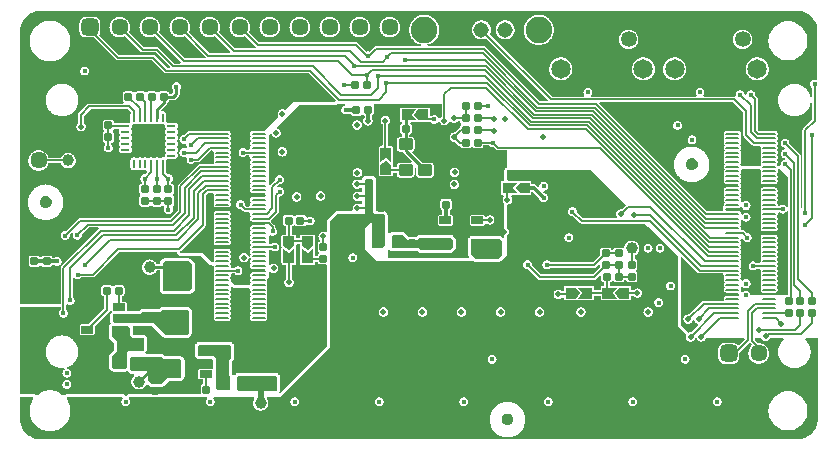
<source format=gtl>
G04*
G04 #@! TF.GenerationSoftware,Altium Limited,Altium Designer,18.1.6 (161)*
G04*
G04 Layer_Physical_Order=1*
G04 Layer_Color=255*
%FSTAX24Y24*%
%MOIN*%
G70*
G01*
G75*
%ADD18C,0.0060*%
G04:AMPARAMS|DCode=19|XSize=25.6mil|YSize=25.6mil|CornerRadius=2.6mil|HoleSize=0mil|Usage=FLASHONLY|Rotation=270.000|XOffset=0mil|YOffset=0mil|HoleType=Round|Shape=RoundedRectangle|*
%AMROUNDEDRECTD19*
21,1,0.0256,0.0205,0,0,270.0*
21,1,0.0205,0.0256,0,0,270.0*
1,1,0.0051,-0.0102,-0.0102*
1,1,0.0051,-0.0102,0.0102*
1,1,0.0051,0.0102,0.0102*
1,1,0.0051,0.0102,-0.0102*
%
%ADD19ROUNDEDRECTD19*%
G04:AMPARAMS|DCode=20|XSize=7.9mil|YSize=44.9mil|CornerRadius=2mil|HoleSize=0mil|Usage=FLASHONLY|Rotation=90.000|XOffset=0mil|YOffset=0mil|HoleType=Round|Shape=RoundedRectangle|*
%AMROUNDEDRECTD20*
21,1,0.0079,0.0409,0,0,90.0*
21,1,0.0039,0.0449,0,0,90.0*
1,1,0.0039,0.0205,0.0020*
1,1,0.0039,0.0205,-0.0020*
1,1,0.0039,-0.0205,-0.0020*
1,1,0.0039,-0.0205,0.0020*
%
%ADD20ROUNDEDRECTD20*%
G04:AMPARAMS|DCode=21|XSize=25.6mil|YSize=25.6mil|CornerRadius=2.6mil|HoleSize=0mil|Usage=FLASHONLY|Rotation=0.000|XOffset=0mil|YOffset=0mil|HoleType=Round|Shape=RoundedRectangle|*
%AMROUNDEDRECTD21*
21,1,0.0256,0.0205,0,0,0.0*
21,1,0.0205,0.0256,0,0,0.0*
1,1,0.0051,0.0102,-0.0102*
1,1,0.0051,-0.0102,-0.0102*
1,1,0.0051,-0.0102,0.0102*
1,1,0.0051,0.0102,0.0102*
%
%ADD21ROUNDEDRECTD21*%
%ADD22C,0.0394*%
%ADD23R,0.0295X0.0354*%
%ADD24R,0.0354X0.0295*%
G04:AMPARAMS|DCode=25|XSize=37.4mil|YSize=47.2mil|CornerRadius=4.7mil|HoleSize=0mil|Usage=FLASHONLY|Rotation=90.000|XOffset=0mil|YOffset=0mil|HoleType=Round|Shape=RoundedRectangle|*
%AMROUNDEDRECTD25*
21,1,0.0374,0.0379,0,0,90.0*
21,1,0.0281,0.0472,0,0,90.0*
1,1,0.0094,0.0189,0.0140*
1,1,0.0094,0.0189,-0.0140*
1,1,0.0094,-0.0189,-0.0140*
1,1,0.0094,-0.0189,0.0140*
%
%ADD25ROUNDEDRECTD25*%
G04:AMPARAMS|DCode=26|XSize=23.6mil|YSize=39.4mil|CornerRadius=1.2mil|HoleSize=0mil|Usage=FLASHONLY|Rotation=270.000|XOffset=0mil|YOffset=0mil|HoleType=Round|Shape=RoundedRectangle|*
%AMROUNDEDRECTD26*
21,1,0.0236,0.0370,0,0,270.0*
21,1,0.0213,0.0394,0,0,270.0*
1,1,0.0024,-0.0185,-0.0106*
1,1,0.0024,-0.0185,0.0106*
1,1,0.0024,0.0185,0.0106*
1,1,0.0024,0.0185,-0.0106*
%
%ADD26ROUNDEDRECTD26*%
G04:AMPARAMS|DCode=27|XSize=39.4mil|YSize=35.4mil|CornerRadius=3.5mil|HoleSize=0mil|Usage=FLASHONLY|Rotation=0.000|XOffset=0mil|YOffset=0mil|HoleType=Round|Shape=RoundedRectangle|*
%AMROUNDEDRECTD27*
21,1,0.0394,0.0283,0,0,0.0*
21,1,0.0323,0.0354,0,0,0.0*
1,1,0.0071,0.0161,-0.0142*
1,1,0.0071,-0.0161,-0.0142*
1,1,0.0071,-0.0161,0.0142*
1,1,0.0071,0.0161,0.0142*
%
%ADD27ROUNDEDRECTD27*%
G04:AMPARAMS|DCode=28|XSize=39.4mil|YSize=35.4mil|CornerRadius=3.5mil|HoleSize=0mil|Usage=FLASHONLY|Rotation=270.000|XOffset=0mil|YOffset=0mil|HoleType=Round|Shape=RoundedRectangle|*
%AMROUNDEDRECTD28*
21,1,0.0394,0.0283,0,0,270.0*
21,1,0.0323,0.0354,0,0,270.0*
1,1,0.0071,-0.0142,-0.0161*
1,1,0.0071,-0.0142,0.0161*
1,1,0.0071,0.0142,0.0161*
1,1,0.0071,0.0142,-0.0161*
%
%ADD28ROUNDEDRECTD28*%
G04:AMPARAMS|DCode=29|XSize=68.9mil|YSize=45.3mil|CornerRadius=4.5mil|HoleSize=0mil|Usage=FLASHONLY|Rotation=0.000|XOffset=0mil|YOffset=0mil|HoleType=Round|Shape=RoundedRectangle|*
%AMROUNDEDRECTD29*
21,1,0.0689,0.0362,0,0,0.0*
21,1,0.0598,0.0453,0,0,0.0*
1,1,0.0091,0.0299,-0.0181*
1,1,0.0091,-0.0299,-0.0181*
1,1,0.0091,-0.0299,0.0181*
1,1,0.0091,0.0299,0.0181*
%
%ADD29ROUNDEDRECTD29*%
%ADD30O,0.0315X0.0098*%
%ADD31O,0.0098X0.0315*%
G04:AMPARAMS|DCode=32|XSize=96.5mil|YSize=96.5mil|CornerRadius=12.1mil|HoleSize=0mil|Usage=FLASHONLY|Rotation=180.000|XOffset=0mil|YOffset=0mil|HoleType=Round|Shape=RoundedRectangle|*
%AMROUNDEDRECTD32*
21,1,0.0965,0.0723,0,0,180.0*
21,1,0.0723,0.0965,0,0,180.0*
1,1,0.0241,-0.0362,0.0362*
1,1,0.0241,0.0362,0.0362*
1,1,0.0241,0.0362,-0.0362*
1,1,0.0241,-0.0362,-0.0362*
%
%ADD32ROUNDEDRECTD32*%
%ADD54C,0.0080*%
%ADD55C,0.0100*%
%ADD56C,0.0120*%
%ADD57C,0.0200*%
%ADD58C,0.0650*%
%ADD59C,0.0531*%
%ADD60C,0.0515*%
%ADD61C,0.0886*%
G04:AMPARAMS|DCode=62|XSize=57.1mil|YSize=57.1mil|CornerRadius=14.3mil|HoleSize=0mil|Usage=FLASHONLY|Rotation=270.000|XOffset=0mil|YOffset=0mil|HoleType=Round|Shape=RoundedRectangle|*
%AMROUNDEDRECTD62*
21,1,0.0571,0.0285,0,0,270.0*
21,1,0.0285,0.0571,0,0,270.0*
1,1,0.0285,-0.0143,-0.0143*
1,1,0.0285,-0.0143,0.0143*
1,1,0.0285,0.0143,0.0143*
1,1,0.0285,0.0143,-0.0143*
%
%ADD62ROUNDEDRECTD62*%
%ADD63C,0.0571*%
G04:AMPARAMS|DCode=64|XSize=57.1mil|YSize=57.1mil|CornerRadius=14.3mil|HoleSize=0mil|Usage=FLASHONLY|Rotation=180.000|XOffset=0mil|YOffset=0mil|HoleType=Round|Shape=RoundedRectangle|*
%AMROUNDEDRECTD64*
21,1,0.0571,0.0285,0,0,180.0*
21,1,0.0285,0.0571,0,0,180.0*
1,1,0.0285,-0.0143,0.0143*
1,1,0.0285,0.0143,0.0143*
1,1,0.0285,0.0143,-0.0143*
1,1,0.0285,-0.0143,-0.0143*
%
%ADD64ROUNDEDRECTD64*%
%ADD65C,0.0197*%
%ADD66C,0.0177*%
G36*
X036857Y025205D02*
X036902Y025201D01*
X036947Y025193D01*
X036992Y025183D01*
X037036Y02517D01*
X037078Y025153D01*
X03712Y025135D01*
X03716Y025113D01*
X037199Y025089D01*
X037236Y025062D01*
X037272Y025033D01*
X037305Y025002D01*
X037336Y024969D01*
X037365Y024933D01*
X037392Y024896D01*
X037416Y024857D01*
X037438Y024817D01*
X037457Y024775D01*
X037473Y024732D01*
X037486Y024689D01*
X037487Y024684D01*
Y022934D01*
X03748Y022924D01*
X037441Y022899D01*
X037437Y022899D01*
X037421Y022903D01*
X037402Y022904D01*
X037382Y022903D01*
X037363Y022899D01*
X037345Y022893D01*
X037328Y022884D01*
X037312Y022873D01*
X037297Y022861D01*
X037284Y022846D01*
X037273Y02283D01*
X037265Y022813D01*
X037259Y022794D01*
X037255Y022775D01*
X037254Y022756D01*
X037255Y022737D01*
X037259Y022718D01*
X037265Y022699D01*
X037273Y022682D01*
X037284Y022666D01*
X037297Y022651D01*
X037312Y022639D01*
X037312Y022638D01*
Y022322D01*
X037262Y022318D01*
X037258Y022343D01*
X037248Y022381D01*
X037236Y022418D01*
X037221Y022453D01*
X037204Y022488D01*
X037184Y022521D01*
X037162Y022553D01*
X037138Y022583D01*
X037111Y022611D01*
X037083Y022638D01*
X037053Y022662D01*
X037021Y022684D01*
X036988Y022704D01*
X036953Y022721D01*
X036918Y022736D01*
X036881Y022748D01*
X036843Y022758D01*
X036805Y022765D01*
X036767Y022769D01*
X036728Y02277D01*
X03669Y022769D01*
X036651Y022765D01*
X036613Y022758D01*
X036576Y022748D01*
X036539Y022736D01*
X036503Y022721D01*
X036469Y022704D01*
X036435Y022684D01*
X036404Y022662D01*
X036374Y022638D01*
X036345Y022611D01*
X036319Y022583D01*
X036295Y022553D01*
X036273Y022521D01*
X036253Y022488D01*
X036236Y022453D01*
X036221Y022418D01*
X036209Y022381D01*
X036199Y022343D01*
X036192Y022305D01*
X036188Y022267D01*
X036187Y022228D01*
X036188Y02219D01*
X036192Y022151D01*
X036199Y022113D01*
X036209Y022076D01*
X036221Y022039D01*
X036236Y022003D01*
X036253Y021969D01*
X036273Y021935D01*
X036295Y021904D01*
X036319Y021874D01*
X036345Y021845D01*
X036374Y021819D01*
X036404Y021795D01*
X036435Y021773D01*
X036469Y021753D01*
X036503Y021736D01*
X036539Y021721D01*
X036576Y021709D01*
X036613Y021699D01*
X036651Y021692D01*
X03669Y021688D01*
X036728Y021687D01*
X036767Y021688D01*
X036805Y021692D01*
X036843Y021699D01*
X036881Y021709D01*
X036918Y021721D01*
X036953Y021736D01*
X036988Y021753D01*
X037021Y021773D01*
X037053Y021795D01*
X037083Y021819D01*
X037111Y021845D01*
X037138Y021874D01*
X037162Y021904D01*
X037184Y021935D01*
X037204Y021969D01*
X037221Y022003D01*
X037236Y022039D01*
X037248Y022076D01*
X037258Y022113D01*
X037262Y022139D01*
X037312Y022134D01*
Y021572D01*
X037023Y021284D01*
X037014Y021273D01*
X037007Y021261D01*
X037002Y021248D01*
X036998Y021234D01*
X036997Y02122D01*
Y018628D01*
X036992Y018622D01*
X036945Y018641D01*
X036942Y018645D01*
Y020352D01*
X036941Y020366D01*
X036937Y02038D01*
X036932Y020393D01*
X036925Y020405D01*
X036915Y020416D01*
X036564Y020767D01*
X036564Y020768D01*
X036565Y020787D01*
X036564Y020807D01*
X03656Y020826D01*
X036554Y020844D01*
X036545Y020861D01*
X036535Y020877D01*
X036522Y020892D01*
X036507Y020905D01*
X036491Y020916D01*
X036474Y020924D01*
X036456Y02093D01*
X036437Y020934D01*
X036417Y020935D01*
X036398Y020934D01*
X036379Y02093D01*
X036361Y020924D01*
X036343Y020916D01*
X036327Y020905D01*
X036313Y020892D01*
X0363Y020877D01*
X036289Y020861D01*
X036281Y020844D01*
X036274Y020826D01*
X036271Y020807D01*
X036269Y020787D01*
X036271Y020768D01*
X036274Y020749D01*
X036281Y020731D01*
X036289Y020713D01*
X0363Y020697D01*
X036313Y020683D01*
X036327Y02067D01*
X036343Y020659D01*
X036361Y020651D01*
X036379Y020644D01*
X036398Y020641D01*
X036402Y02064D01*
X036412Y020631D01*
X036402Y020594D01*
X036386Y020577D01*
X036379Y020576D01*
X036361Y02057D01*
X036343Y020561D01*
X036327Y02055D01*
X036313Y020538D01*
X0363Y020523D01*
X036289Y020507D01*
X036281Y02049D01*
X036274Y020471D01*
X036271Y020452D01*
X036269Y020433D01*
X036271Y020414D01*
X036274Y020395D01*
X036281Y020376D01*
X036289Y020359D01*
X0363Y020343D01*
X036313Y020328D01*
X036327Y020316D01*
X036343Y020305D01*
X036361Y020296D01*
X036379Y02029D01*
X036398Y020286D01*
X036402Y020286D01*
X036412Y020276D01*
X036402Y02024D01*
X036386Y020223D01*
X036379Y020222D01*
X036361Y020215D01*
X036343Y020207D01*
X036327Y020196D01*
X036313Y020183D01*
X0363Y020169D01*
X036289Y020153D01*
X036281Y020135D01*
X036274Y020117D01*
X036271Y020098D01*
X036269Y020079D01*
X03627Y020071D01*
X036269Y020065D01*
X036253Y020042D01*
X036234Y020024D01*
X036228Y020022D01*
X036206D01*
X036193Y020021D01*
X036171Y020034D01*
X036164Y02005D01*
X036156Y020064D01*
X036148Y020079D01*
X036156Y020094D01*
X036164Y020108D01*
X036168Y020122D01*
X03617Y020138D01*
Y020177D01*
X036168Y020193D01*
X036164Y020207D01*
X036156Y020221D01*
X036148Y020236D01*
X036156Y020251D01*
X036164Y020265D01*
X036168Y02028D01*
X03617Y020295D01*
Y020335D01*
X036168Y02035D01*
X036164Y020365D01*
X036156Y020379D01*
X036148Y020394D01*
X036156Y020409D01*
X036164Y020422D01*
X036168Y020437D01*
X03617Y020453D01*
Y020492D01*
X036168Y020508D01*
X036164Y020522D01*
X036156Y020536D01*
X036148Y020551D01*
X036156Y020566D01*
X036164Y02058D01*
X036168Y020595D01*
X03617Y02061D01*
Y02065D01*
X036168Y020665D01*
X036164Y02068D01*
X036156Y020694D01*
X036148Y020709D01*
X036156Y020724D01*
X036164Y020737D01*
X036168Y020752D01*
X03617Y020768D01*
Y020807D01*
X036168Y020823D01*
X036164Y020837D01*
X036156Y020851D01*
X036148Y020866D01*
X036156Y020881D01*
X036164Y020895D01*
X036168Y02091D01*
X03617Y020925D01*
Y020965D01*
X036168Y02098D01*
X036164Y020995D01*
X036156Y021009D01*
X036148Y021024D01*
X036156Y021039D01*
X036164Y021052D01*
X036168Y021067D01*
X03617Y021083D01*
Y021122D01*
X036168Y021137D01*
X036164Y021152D01*
X036156Y021166D01*
X036147Y021178D01*
X036135Y021188D01*
X036121Y021195D01*
X036106Y0212D01*
X036091Y021201D01*
X035681D01*
X035666Y0212D01*
X035651Y021195D01*
X035644Y021192D01*
X035549D01*
X035522Y021218D01*
Y022244D01*
X035521Y022258D01*
X035518Y022272D01*
X035513Y022285D01*
X035505Y022297D01*
X035496Y022307D01*
X035422Y022381D01*
X035422Y022382D01*
X035424Y022402D01*
X035422Y022421D01*
X035419Y02244D01*
X035412Y022458D01*
X035404Y022476D01*
X035393Y022492D01*
X03538Y022506D01*
X035366Y022519D01*
X03535Y02253D01*
X035332Y022538D01*
X035314Y022544D01*
X035295Y022548D01*
X035276Y02255D01*
X035256Y022548D01*
X035237Y022544D01*
X035219Y022538D01*
X035202Y02253D01*
X035186Y022519D01*
X035171Y022506D01*
X035158Y022492D01*
X035147Y022476D01*
X035139Y022458D01*
X035133Y02244D01*
X035131Y022433D01*
X035114Y022417D01*
X035078Y022407D01*
X035068Y022417D01*
X035068Y022421D01*
X035064Y02244D01*
X035058Y022458D01*
X035049Y022476D01*
X035039Y022492D01*
X035026Y022506D01*
X035011Y022519D01*
X034995Y02253D01*
X034978Y022538D01*
X03496Y022544D01*
X034941Y022548D01*
X034921Y02255D01*
X034902Y022548D01*
X034883Y022544D01*
X034865Y022538D01*
X034847Y02253D01*
X034831Y022519D01*
X034817Y022506D01*
X034804Y022492D01*
X034793Y022476D01*
X034785Y022458D01*
X034778Y02244D01*
X034775Y022421D01*
X034773Y022402D01*
X034775Y022382D01*
X034776Y022373D01*
X034773Y022366D01*
X034768Y022357D01*
X034763Y022351D01*
X034738Y022332D01*
X034724Y022333D01*
X033715D01*
X033701Y022355D01*
X033694Y022383D01*
X0337Y02239D01*
X033711Y022406D01*
X033719Y022424D01*
X033726Y022442D01*
X033729Y022461D01*
X033731Y02248D01*
X033729Y0225D01*
X033726Y022519D01*
X033719Y022537D01*
X033711Y022554D01*
X0337Y02257D01*
X033687Y022585D01*
X033673Y022598D01*
X033657Y022608D01*
X033639Y022617D01*
X033621Y022623D01*
X033602Y022627D01*
X033583Y022628D01*
X033563Y022627D01*
X033544Y022623D01*
X033526Y022617D01*
X033509Y022608D01*
X033493Y022598D01*
X033478Y022585D01*
X033465Y02257D01*
X033455Y022554D01*
X033446Y022537D01*
X03344Y022519D01*
X033436Y0225D01*
X033435Y02248D01*
X033436Y022461D01*
X03344Y022442D01*
X033446Y022424D01*
X033455Y022406D01*
X033465Y02239D01*
X033471Y022383D01*
X033464Y022355D01*
X03345Y022333D01*
X029975D01*
X029961Y022355D01*
X029954Y022383D01*
X02996Y02239D01*
X029971Y022406D01*
X029979Y022424D01*
X029985Y022442D01*
X029989Y022461D01*
X02999Y02248D01*
X029989Y0225D01*
X029985Y022519D01*
X029979Y022537D01*
X029971Y022554D01*
X02996Y02257D01*
X029947Y022585D01*
X029933Y022598D01*
X029916Y022608D01*
X029899Y022617D01*
X029881Y022623D01*
X029862Y022627D01*
X029843Y022628D01*
X029823Y022627D01*
X029804Y022623D01*
X029786Y022617D01*
X029769Y022608D01*
X029752Y022598D01*
X029738Y022585D01*
X029725Y02257D01*
X029714Y022554D01*
X029706Y022537D01*
X0297Y022519D01*
X029696Y0225D01*
X029695Y02248D01*
X029696Y022461D01*
X0297Y022442D01*
X029706Y022424D01*
X029714Y022406D01*
X029725Y02239D01*
X029731Y022383D01*
X029724Y022355D01*
X02971Y022333D01*
X028659D01*
X026577Y024415D01*
X026579Y024418D01*
X026592Y024446D01*
X026602Y024475D01*
X02661Y024505D01*
X026615Y024536D01*
X026616Y024567D01*
X026615Y024598D01*
X02661Y024629D01*
X026602Y024659D01*
X026592Y024688D01*
X026579Y024716D01*
X026563Y024743D01*
X026544Y024768D01*
X026523Y024791D01*
X0265Y024812D01*
X026475Y02483D01*
X026449Y024846D01*
X02642Y02486D01*
X026391Y02487D01*
X026361Y024878D01*
X02633Y024882D01*
X026299Y024884D01*
X026268Y024882D01*
X026237Y024878D01*
X026207Y02487D01*
X026178Y02486D01*
X02615Y024846D01*
X026123Y02483D01*
X026098Y024812D01*
X026075Y024791D01*
X026054Y024768D01*
X026036Y024743D01*
X02602Y024716D01*
X026006Y024688D01*
X025996Y024659D01*
X025988Y024629D01*
X025984Y024598D01*
X025982Y024567D01*
X025984Y024536D01*
X025988Y024505D01*
X025996Y024475D01*
X026006Y024446D01*
X02602Y024418D01*
X026036Y024391D01*
X026054Y024366D01*
X026075Y024343D01*
X026098Y024322D01*
X026123Y024303D01*
X02615Y024287D01*
X026178Y024274D01*
X026207Y024264D01*
X026237Y024256D01*
X026268Y024252D01*
X026299Y02425D01*
X02633Y024252D01*
X026361Y024256D01*
X026391Y024264D01*
X02642Y024274D01*
X026449Y024287D01*
X026451Y024289D01*
X028511Y022229D01*
X028492Y022183D01*
X028259D01*
X026441Y024D01*
X02643Y024009D01*
X026419Y024017D01*
X026406Y024022D01*
X026392Y024025D01*
X026378Y024026D01*
X024501D01*
X024496Y024076D01*
X024507Y024078D01*
X024545Y024089D01*
X024582Y024103D01*
X024618Y024119D01*
X024652Y024139D01*
X024685Y024161D01*
X024716Y024185D01*
X024745Y024212D01*
X024772Y024241D01*
X024796Y024272D01*
X024818Y024304D01*
X024837Y024339D01*
X024854Y024375D01*
X024868Y024412D01*
X024878Y02445D01*
X024886Y024488D01*
X024891Y024528D01*
X024892Y024567D01*
X024891Y024606D01*
X024886Y024646D01*
X024878Y024684D01*
X024868Y024722D01*
X024854Y024759D01*
X024837Y024795D01*
X024818Y024829D01*
X024796Y024862D01*
X024772Y024893D01*
X024745Y024922D01*
X024716Y024949D01*
X024685Y024973D01*
X024652Y024995D01*
X024618Y025015D01*
X024582Y025031D01*
X024545Y025045D01*
X024507Y025055D01*
X024468Y025063D01*
X024429Y025068D01*
X02439Y025069D01*
X02435Y025068D01*
X024311Y025063D01*
X024272Y025055D01*
X024235Y025045D01*
X024198Y025031D01*
X024162Y025015D01*
X024127Y024995D01*
X024094Y024973D01*
X024064Y024949D01*
X024035Y024922D01*
X024008Y024893D01*
X023983Y024862D01*
X023961Y024829D01*
X023942Y024795D01*
X023926Y024759D01*
X023912Y024722D01*
X023901Y024684D01*
X023894Y024646D01*
X023889Y024606D01*
X023887Y024567D01*
X023889Y024528D01*
X023894Y024488D01*
X023901Y02445D01*
X023912Y024412D01*
X023926Y024375D01*
X023942Y024339D01*
X023961Y024304D01*
X023983Y024272D01*
X024008Y024241D01*
X024035Y024212D01*
X024064Y024185D01*
X024094Y024161D01*
X024127Y024139D01*
X024162Y024119D01*
X024198Y024103D01*
X024235Y024089D01*
X024272Y024078D01*
X024283Y024076D01*
X024278Y024026D01*
X022795D01*
X022781Y024025D01*
X022768Y024022D01*
X022755Y024017D01*
X022743Y024009D01*
X022732Y024D01*
X022571Y023839D01*
X022558Y023844D01*
X022539Y023847D01*
X02252Y023849D01*
X0225Y023847D01*
X022481Y023844D01*
X022468Y023839D01*
X022189Y024118D01*
X022178Y024127D01*
X022167Y024135D01*
X022154Y02414D01*
X02214Y024143D01*
X022126Y024144D01*
X018881D01*
X018543Y024482D01*
X018557Y024509D01*
X018568Y024537D01*
X018577Y024565D01*
X018584Y024595D01*
X018588Y024624D01*
X018589Y024655D01*
X018588Y024685D01*
X018584Y024714D01*
X018577Y024744D01*
X018568Y024772D01*
X018557Y0248D01*
X018543Y024827D01*
X018527Y024852D01*
X018508Y024876D01*
X018488Y024898D01*
X018466Y024919D01*
X018442Y024937D01*
X018417Y024953D01*
X01839Y024967D01*
X018362Y024979D01*
X018333Y024988D01*
X018304Y024994D01*
X018274Y024998D01*
X018244Y024999D01*
X018214Y024998D01*
X018184Y024994D01*
X018155Y024988D01*
X018126Y024979D01*
X018098Y024967D01*
X018072Y024953D01*
X018046Y024937D01*
X018022Y024919D01*
X018Y024898D01*
X01798Y024876D01*
X017962Y024852D01*
X017945Y024827D01*
X017932Y0248D01*
X01792Y024772D01*
X017911Y024744D01*
X017905Y024714D01*
X017901Y024685D01*
X017899Y024655D01*
X017901Y024624D01*
X017905Y024595D01*
X017911Y024565D01*
X01792Y024537D01*
X017932Y024509D01*
X017945Y024482D01*
X017962Y024457D01*
X01798Y024433D01*
X018Y024411D01*
X018022Y02439D01*
X018046Y024372D01*
X018072Y024356D01*
X018098Y024342D01*
X018126Y02433D01*
X018155Y024321D01*
X018184Y024315D01*
X018214Y024311D01*
X018244Y02431D01*
X018274Y024311D01*
X018304Y024315D01*
X018333Y024321D01*
X018362Y02433D01*
X01839Y024342D01*
X018416Y024356D01*
X018775Y023998D01*
X018771Y023976D01*
X018755Y023948D01*
X018077D01*
X017543Y024482D01*
X017557Y024509D01*
X017568Y024537D01*
X017577Y024565D01*
X017584Y024595D01*
X017588Y024624D01*
X017589Y024655D01*
X017588Y024685D01*
X017584Y024714D01*
X017577Y024744D01*
X017568Y024772D01*
X017557Y0248D01*
X017543Y024827D01*
X017527Y024852D01*
X017508Y024876D01*
X017488Y024898D01*
X017466Y024919D01*
X017442Y024937D01*
X017416Y024953D01*
X01739Y024967D01*
X017362Y024979D01*
X017333Y024988D01*
X017304Y024994D01*
X017274Y024998D01*
X017244Y024999D01*
X017214Y024998D01*
X017184Y024994D01*
X017155Y024988D01*
X017126Y024979D01*
X017098Y024967D01*
X017072Y024953D01*
X017046Y024937D01*
X017022Y024919D01*
X017Y024898D01*
X01698Y024876D01*
X016962Y024852D01*
X016945Y024827D01*
X016932Y0248D01*
X01692Y024772D01*
X016911Y024744D01*
X016905Y024714D01*
X016901Y024685D01*
X016899Y024655D01*
X016901Y024624D01*
X016905Y024595D01*
X016911Y024565D01*
X01692Y024537D01*
X016932Y024509D01*
X016945Y024482D01*
X016962Y024457D01*
X01698Y024433D01*
X017Y024411D01*
X017022Y02439D01*
X017046Y024372D01*
X017072Y024356D01*
X017098Y024342D01*
X017126Y02433D01*
X017155Y024321D01*
X017184Y024315D01*
X017214Y024311D01*
X017244Y02431D01*
X017274Y024311D01*
X017304Y024315D01*
X017333Y024321D01*
X017362Y02433D01*
X01739Y024342D01*
X017416Y024356D01*
X017932Y02384D01*
X017911Y02379D01*
X017235D01*
X016543Y024482D01*
X016557Y024509D01*
X016568Y024537D01*
X016577Y024565D01*
X016584Y024595D01*
X016588Y024624D01*
X016589Y024655D01*
X016588Y024685D01*
X016584Y024714D01*
X016577Y024744D01*
X016568Y024772D01*
X016557Y0248D01*
X016543Y024827D01*
X016527Y024852D01*
X016508Y024876D01*
X016488Y024898D01*
X016466Y024919D01*
X016442Y024937D01*
X016416Y024953D01*
X01639Y024967D01*
X016362Y024979D01*
X016333Y024988D01*
X016304Y024994D01*
X016274Y024998D01*
X016244Y024999D01*
X016214Y024998D01*
X016184Y024994D01*
X016155Y024988D01*
X016126Y024979D01*
X016098Y024967D01*
X016072Y024953D01*
X016046Y024937D01*
X016022Y024919D01*
X016Y024898D01*
X01598Y024876D01*
X015962Y024852D01*
X015945Y024827D01*
X015932Y0248D01*
X01592Y024772D01*
X015911Y024744D01*
X015905Y024714D01*
X015901Y024685D01*
X015899Y024655D01*
X015901Y024624D01*
X015905Y024595D01*
X015911Y024565D01*
X01592Y024537D01*
X015932Y024509D01*
X015945Y024482D01*
X015962Y024457D01*
X01598Y024433D01*
X016Y024411D01*
X016022Y02439D01*
X016046Y024372D01*
X016072Y024356D01*
X016098Y024342D01*
X016126Y02433D01*
X016155Y024321D01*
X016184Y024315D01*
X016214Y024311D01*
X016244Y02431D01*
X016274Y024311D01*
X016304Y024315D01*
X016333Y024321D01*
X016362Y02433D01*
X01639Y024342D01*
X016416Y024356D01*
X017109Y023663D01*
X017089Y023613D01*
X016412D01*
X015543Y024482D01*
X015557Y024509D01*
X015568Y024537D01*
X015577Y024565D01*
X015584Y024595D01*
X015588Y024624D01*
X015589Y024655D01*
X015588Y024685D01*
X015584Y024714D01*
X015577Y024744D01*
X015568Y024772D01*
X015557Y0248D01*
X015543Y024827D01*
X015527Y024852D01*
X015508Y024876D01*
X015488Y024898D01*
X015466Y024919D01*
X015442Y024937D01*
X015417Y024953D01*
X01539Y024967D01*
X015362Y024979D01*
X015333Y024988D01*
X015304Y024994D01*
X015274Y024998D01*
X015244Y024999D01*
X015214Y024998D01*
X015184Y024994D01*
X015155Y024988D01*
X015126Y024979D01*
X015098Y024967D01*
X015072Y024953D01*
X015046Y024937D01*
X015022Y024919D01*
X015Y024898D01*
X01498Y024876D01*
X014962Y024852D01*
X014945Y024827D01*
X014932Y0248D01*
X01492Y024772D01*
X014911Y024744D01*
X014905Y024714D01*
X014901Y024685D01*
X014899Y024655D01*
X014901Y024624D01*
X014905Y024595D01*
X014911Y024565D01*
X01492Y024537D01*
X014932Y024509D01*
X014945Y024482D01*
X014962Y024457D01*
X01498Y024433D01*
X015Y024411D01*
X015022Y02439D01*
X015046Y024372D01*
X015072Y024356D01*
X015098Y024342D01*
X015126Y02433D01*
X015155Y024321D01*
X015184Y024315D01*
X015214Y024311D01*
X015244Y02431D01*
X015274Y024311D01*
X015304Y024315D01*
X015333Y024321D01*
X015362Y02433D01*
X01539Y024342D01*
X015416Y024356D01*
X016286Y023486D01*
X016266Y023436D01*
X01607D01*
X015545Y023961D01*
X015535Y02397D01*
X015523Y023977D01*
X01551Y023983D01*
X015496Y023986D01*
X015482Y023987D01*
X015038D01*
X014543Y024482D01*
X014557Y024509D01*
X014568Y024537D01*
X014577Y024565D01*
X014584Y024595D01*
X014588Y024624D01*
X014589Y024655D01*
X014588Y024685D01*
X014584Y024714D01*
X014577Y024744D01*
X014568Y024772D01*
X014557Y0248D01*
X014543Y024827D01*
X014527Y024852D01*
X014508Y024876D01*
X014488Y024898D01*
X014466Y024919D01*
X014442Y024937D01*
X014417Y024953D01*
X01439Y024967D01*
X014362Y024979D01*
X014333Y024988D01*
X014304Y024994D01*
X014274Y024998D01*
X014244Y024999D01*
X014214Y024998D01*
X014184Y024994D01*
X014155Y024988D01*
X014126Y024979D01*
X014098Y024967D01*
X014072Y024953D01*
X014046Y024937D01*
X014022Y024919D01*
X014Y024898D01*
X01398Y024876D01*
X013962Y024852D01*
X013945Y024827D01*
X013932Y0248D01*
X01392Y024772D01*
X013911Y024744D01*
X013905Y024714D01*
X013901Y024685D01*
X013899Y024655D01*
X013901Y024624D01*
X013905Y024595D01*
X013911Y024565D01*
X01392Y024537D01*
X013932Y024509D01*
X013945Y024482D01*
X013962Y024457D01*
X01398Y024433D01*
X014Y024411D01*
X014022Y02439D01*
X014046Y024372D01*
X014072Y024356D01*
X014098Y024342D01*
X014126Y02433D01*
X014155Y024321D01*
X014184Y024315D01*
X014214Y024311D01*
X014244Y02431D01*
X014274Y024311D01*
X014304Y024315D01*
X014333Y024321D01*
X014362Y02433D01*
X01439Y024342D01*
X014416Y024356D01*
X014938Y023834D01*
X014948Y023825D01*
X01496Y023818D01*
X014973Y023813D01*
X014987Y023809D01*
X015001Y023808D01*
X015445D01*
X015919Y023334D01*
X0159Y023288D01*
X015834D01*
X015427Y023695D01*
X015417Y023704D01*
X015405Y023711D01*
X015392Y023717D01*
X015378Y02372D01*
X015364Y023721D01*
X01422D01*
X013549Y024392D01*
X013558Y024404D01*
X013569Y024424D01*
X013578Y024445D01*
X013584Y024467D01*
X013588Y024489D01*
X013589Y024512D01*
Y024797D01*
X013588Y02482D01*
X013584Y024842D01*
X013578Y024864D01*
X013569Y024885D01*
X013558Y024905D01*
X013545Y024923D01*
X01353Y02494D01*
X013513Y024955D01*
X013494Y024968D01*
X013474Y024979D01*
X013454Y024988D01*
X013432Y024994D01*
X013409Y024998D01*
X013387Y024999D01*
X013101D01*
X013079Y024998D01*
X013056Y024994D01*
X013035Y024988D01*
X013014Y024979D01*
X012994Y024968D01*
X012975Y024955D01*
X012958Y02494D01*
X012943Y024923D01*
X01293Y024905D01*
X012919Y024885D01*
X012911Y024864D01*
X012904Y024842D01*
X012901Y02482D01*
X012899Y024797D01*
Y024512D01*
X012901Y024489D01*
X012904Y024467D01*
X012911Y024445D01*
X012919Y024424D01*
X01293Y024404D01*
X012943Y024386D01*
X012958Y024369D01*
X012975Y024354D01*
X012994Y024341D01*
X013014Y02433D01*
X013035Y024321D01*
X013056Y024315D01*
X013079Y024311D01*
X013101Y02431D01*
X013379D01*
X01412Y023569D01*
X014131Y02356D01*
X014143Y023552D01*
X014155Y023547D01*
X014169Y023544D01*
X014183Y023543D01*
X015327D01*
X015734Y023136D01*
X015745Y023127D01*
X015757Y023119D01*
X01577Y023114D01*
X015783Y023111D01*
X015797Y023109D01*
X020554D01*
X021448Y022215D01*
X021427Y022165D01*
X020039D01*
X019756Y021882D01*
X019755Y021883D01*
X019738Y021895D01*
X01972Y021904D01*
X0197Y021911D01*
X01968Y021915D01*
X019659Y021916D01*
X019639Y021915D01*
X019618Y021911D01*
X019599Y021904D01*
X01958Y021895D01*
X019563Y021883D01*
X019548Y02187D01*
X019534Y021854D01*
X019523Y021837D01*
X019513Y021818D01*
X019507Y021799D01*
X019503Y021779D01*
X019501Y021758D01*
X019503Y021737D01*
X019507Y021717D01*
X019513Y021698D01*
X019523Y021679D01*
X019534Y021662D01*
X019535Y021661D01*
X019094Y02122D01*
Y021214D01*
X019081Y021201D01*
X018671D01*
X018656Y0212D01*
X018641Y021195D01*
X018627Y021188D01*
X018615Y021178D01*
X018605Y021166D01*
X018598Y021152D01*
X018594Y021137D01*
X018592Y021122D01*
Y021083D01*
X018594Y021067D01*
X018598Y021052D01*
X018605Y021039D01*
X018614Y021024D01*
X018605Y021009D01*
X018598Y020995D01*
X018594Y02098D01*
X018592Y020965D01*
Y020925D01*
X018594Y02091D01*
X018598Y020895D01*
X018605Y020881D01*
X018614Y020866D01*
X018605Y020851D01*
X018598Y020837D01*
X018594Y020823D01*
X018592Y020807D01*
Y020768D01*
X018594Y020752D01*
X018598Y020737D01*
X018605Y020724D01*
X018614Y020709D01*
X018605Y020694D01*
X018598Y02068D01*
X018594Y020665D01*
X018592Y02065D01*
Y02061D01*
X018566Y020572D01*
X018553Y020562D01*
X018464D01*
X018464Y020563D01*
X018451Y020577D01*
X018437Y02059D01*
X01842Y020601D01*
X018403Y020609D01*
X018385Y020615D01*
X018366Y020619D01*
X018346Y02062D01*
X018327Y020619D01*
X018308Y020615D01*
X01829Y020609D01*
X018272Y020601D01*
X018256Y02059D01*
X018242Y020577D01*
X018229Y020563D01*
X018218Y020546D01*
X01821Y020529D01*
X018204Y020511D01*
X0182Y020492D01*
X018198Y020472D01*
X0182Y020453D01*
X018204Y020434D01*
X01821Y020416D01*
X018218Y020398D01*
X018229Y020382D01*
X018242Y020368D01*
X018256Y020355D01*
X018272Y020344D01*
X01829Y020336D01*
X018308Y02033D01*
X018327Y020326D01*
X018346Y020324D01*
X018366Y020326D01*
X018385Y02033D01*
X018403Y020336D01*
X01842Y020344D01*
X018437Y020355D01*
X018451Y020368D01*
X018464Y020382D01*
X018464Y020383D01*
X018553D01*
X018566Y020373D01*
X018592Y020335D01*
Y020295D01*
X018594Y02028D01*
X018598Y020265D01*
X018605Y020251D01*
X018614Y020236D01*
X018605Y020221D01*
X018598Y020207D01*
X018594Y020193D01*
X018592Y020177D01*
Y020138D01*
X018594Y020122D01*
X018598Y020108D01*
X018605Y020094D01*
X018614Y020079D01*
X018605Y020064D01*
X018598Y02005D01*
X018594Y020035D01*
X018592Y02002D01*
Y01998D01*
X018594Y019965D01*
X018598Y01995D01*
X018605Y019936D01*
X018614Y019921D01*
X018605Y019906D01*
X018598Y019892D01*
X018594Y019878D01*
X018592Y019862D01*
Y019823D01*
X018594Y019807D01*
X018598Y019793D01*
X018605Y019779D01*
X018614Y019764D01*
X018605Y019749D01*
X018598Y019735D01*
X018594Y01972D01*
X018592Y019705D01*
Y019665D01*
X018594Y01965D01*
X018598Y019635D01*
X018605Y019621D01*
X018614Y019606D01*
X018605Y019591D01*
X018598Y019578D01*
X018594Y019563D01*
X018592Y019547D01*
Y019508D01*
X018594Y019492D01*
X018598Y019478D01*
X018605Y019464D01*
X018614Y019449D01*
X018605Y019434D01*
X018598Y01942D01*
X018594Y019405D01*
X018592Y01939D01*
Y01935D01*
X018594Y019335D01*
X018598Y01932D01*
X018605Y019306D01*
X018614Y019291D01*
X018605Y019276D01*
X018598Y019263D01*
X018594Y019248D01*
X018592Y019232D01*
Y019193D01*
X018594Y019177D01*
X018598Y019163D01*
X018605Y019149D01*
X018615Y019137D01*
X018627Y019127D01*
X018641Y01912D01*
X018656Y019115D01*
X018671Y019114D01*
X019081D01*
X019094Y019101D01*
Y019009D01*
X019081Y018996D01*
X018671D01*
X018656Y018995D01*
X018641Y01899D01*
X018627Y018983D01*
X018615Y018973D01*
X018605Y018961D01*
X018598Y018948D01*
X018594Y018933D01*
X018592Y018917D01*
Y018878D01*
X018594Y018863D01*
X018598Y018848D01*
X018605Y018834D01*
X018614Y018819D01*
X018605Y018804D01*
X018598Y01879D01*
X018594Y018775D01*
X018592Y01876D01*
Y01872D01*
X018566Y018682D01*
X018553Y018672D01*
X018462D01*
X018414Y01872D01*
X018414Y018721D01*
X018416Y01874D01*
X018414Y018759D01*
X018411Y018778D01*
X018404Y018797D01*
X018396Y018814D01*
X018385Y01883D01*
X018372Y018845D01*
X018358Y018858D01*
X018342Y018868D01*
X018324Y018877D01*
X018306Y018883D01*
X018287Y018887D01*
X018268Y018888D01*
X018248Y018887D01*
X018229Y018883D01*
X018211Y018877D01*
X018194Y018868D01*
X018178Y018858D01*
X018163Y018845D01*
X01815Y01883D01*
X01814Y018814D01*
X018131Y018797D01*
X018125Y018778D01*
X018121Y018759D01*
X01812Y01874D01*
X018121Y018721D01*
X018125Y018702D01*
X018131Y018684D01*
X01814Y018666D01*
X01815Y01865D01*
X018163Y018636D01*
X018178Y018623D01*
X018194Y018612D01*
X018211Y018603D01*
X018229Y018597D01*
X018248Y018593D01*
X018268Y018592D01*
X018287Y018593D01*
X018288Y018594D01*
X018362Y01852D01*
X018373Y01851D01*
X018385Y018503D01*
X018398Y018498D01*
X018411Y018494D01*
X018425Y018493D01*
X018553D01*
X018566Y018483D01*
X018592Y018445D01*
Y018406D01*
X018594Y01839D01*
X018598Y018375D01*
X018605Y018362D01*
X018614Y018346D01*
X018605Y018331D01*
X018598Y018318D01*
X018594Y018303D01*
X018592Y018287D01*
Y018248D01*
X018594Y018233D01*
X018598Y018218D01*
X018605Y018204D01*
X018615Y018192D01*
X018627Y018182D01*
X018641Y018175D01*
X018656Y01817D01*
X018671Y018169D01*
X019081D01*
X019094Y018156D01*
Y018064D01*
X019081Y018052D01*
X018671D01*
X018656Y01805D01*
X018641Y018046D01*
X018627Y018038D01*
X018615Y018028D01*
X018605Y018016D01*
X018598Y018003D01*
X018594Y017988D01*
X018592Y017972D01*
Y017933D01*
X018594Y017918D01*
X018598Y017903D01*
X018605Y017889D01*
X018614Y017874D01*
X018605Y017859D01*
X018598Y017845D01*
X018594Y01783D01*
X018592Y017815D01*
Y017776D01*
X018594Y01776D01*
X018598Y017745D01*
X018605Y017732D01*
X018614Y017717D01*
X018605Y017701D01*
X018598Y017688D01*
X018594Y017673D01*
X018592Y017657D01*
Y017618D01*
X018594Y017603D01*
X018598Y017588D01*
X018605Y017574D01*
X018614Y017559D01*
X018605Y017544D01*
X018598Y01753D01*
X018594Y017515D01*
X018592Y0175D01*
Y017461D01*
X018594Y017445D01*
X018598Y01743D01*
X018605Y017417D01*
X018614Y017402D01*
X018605Y017386D01*
X018598Y017373D01*
X018594Y017358D01*
X018592Y017343D01*
Y017303D01*
X018594Y017288D01*
X018598Y017273D01*
X018605Y017259D01*
X018614Y017244D01*
X018605Y017229D01*
X018598Y017215D01*
X018594Y0172D01*
X018592Y017185D01*
Y017146D01*
X018594Y01713D01*
X018598Y017115D01*
X018605Y017102D01*
X018614Y017087D01*
X018605Y017072D01*
X018598Y017058D01*
X018594Y017043D01*
X018592Y017028D01*
Y017026D01*
X018542Y017006D01*
X018541Y017007D01*
X01854Y017007D01*
X018536Y017017D01*
X018538Y017009D01*
X01854Y017007D01*
Y017007D01*
X018538Y017009D01*
X018532Y017029D01*
X018522Y017047D01*
X018511Y017065D01*
X018497Y01708D01*
X018482Y017094D01*
X018465Y017105D01*
X018446Y017114D01*
X018427Y017121D01*
X018406Y017125D01*
X018386Y017126D01*
X018365Y017125D01*
X018345Y017121D01*
X018325Y017114D01*
X018307Y017105D01*
X01829Y017094D01*
X018274Y01708D01*
X018261Y017065D01*
X018249Y017047D01*
X01824Y017029D01*
X018233Y017009D01*
X018229Y016989D01*
X018228Y016968D01*
X018229Y016948D01*
X018233Y016928D01*
X01824Y016908D01*
X018249Y01689D01*
X018261Y016872D01*
X018274Y016857D01*
X01829Y016843D01*
X018307Y016832D01*
X018325Y016823D01*
X018345Y016816D01*
X018365Y016812D01*
X018386Y016811D01*
X018406Y016812D01*
X018427Y016816D01*
X018446Y016823D01*
X018465Y016832D01*
X018482Y016843D01*
X018497Y016857D01*
X018511Y016872D01*
X018522Y01689D01*
X018532Y016908D01*
X018538Y016928D01*
X018541Y016941D01*
X018542Y016946D01*
X018547Y016949D01*
X018591Y016957D01*
X0186Y016954D01*
X018605Y016944D01*
X018614Y016929D01*
X018605Y016914D01*
X018598Y0169D01*
X018594Y016886D01*
X018592Y01687D01*
Y016831D01*
X018594Y016815D01*
X018598Y0168D01*
X018605Y016787D01*
X018614Y016772D01*
X018605Y016757D01*
X018598Y016743D01*
X018594Y016728D01*
X018592Y016713D01*
Y016673D01*
X018594Y016658D01*
X018598Y016643D01*
X018605Y016629D01*
X018615Y016617D01*
X018627Y016607D01*
X018641Y0166D01*
X018656Y016596D01*
X018671Y016594D01*
X019081D01*
X019094Y016582D01*
Y016489D01*
X019081Y016477D01*
X018671D01*
X018656Y016475D01*
X018641Y016471D01*
X018627Y016463D01*
X018615Y016454D01*
X018605Y016442D01*
X018598Y016428D01*
X018594Y016413D01*
X018592Y016398D01*
Y016358D01*
X018594Y016343D01*
X018598Y016328D01*
X018605Y016314D01*
X018614Y016299D01*
X018605Y016284D01*
X018598Y01627D01*
X018594Y016256D01*
X018592Y01624D01*
Y016201D01*
X018594Y016185D01*
X018598Y016171D01*
X018605Y016157D01*
X018614Y016142D01*
X018605Y016127D01*
X018598Y016113D01*
X018594Y016098D01*
X018592Y016083D01*
Y016063D01*
X018071D01*
X017939Y016195D01*
X017939Y016201D01*
Y01624D01*
X017938Y016256D01*
X017933Y01627D01*
X017926Y016284D01*
X017918Y016299D01*
X017926Y016314D01*
X017933Y016328D01*
X017938Y016343D01*
X017939Y016358D01*
Y016396D01*
X017939Y016398D01*
X017965Y016436D01*
X017978Y016446D01*
X018067Y016446D01*
X018068Y016445D01*
X01808Y016431D01*
X018095Y016418D01*
X018111Y016407D01*
X018128Y016399D01*
X018147Y016393D01*
X018166Y016389D01*
X018185Y016387D01*
X018204Y016389D01*
X018223Y016393D01*
X018242Y016399D01*
X018259Y016407D01*
X018275Y016418D01*
X01829Y016431D01*
X018302Y016445D01*
X018313Y016461D01*
X018322Y016479D01*
X018328Y016497D01*
X018332Y016516D01*
X018333Y016535D01*
X018332Y016555D01*
X018328Y016574D01*
X018322Y016592D01*
X018313Y016609D01*
X018302Y016625D01*
X01829Y01664D01*
X018275Y016653D01*
X018259Y016664D01*
X018242Y016672D01*
X018223Y016678D01*
X018204Y016682D01*
X018185Y016683D01*
X018166Y016682D01*
X018147Y016678D01*
X018128Y016672D01*
X018111Y016664D01*
X018095Y016653D01*
X01808Y01664D01*
X018068Y016625D01*
X018067Y016625D01*
X017978Y016625D01*
X017965Y016635D01*
X017939Y016673D01*
Y016713D01*
X017938Y016728D01*
X017933Y016743D01*
X017926Y016757D01*
X017918Y016772D01*
X017926Y016787D01*
X017933Y0168D01*
X017938Y016815D01*
X017939Y016831D01*
Y01687D01*
X017938Y016886D01*
X017933Y0169D01*
X017926Y016914D01*
X017918Y016929D01*
X017926Y016944D01*
X017933Y016958D01*
X017938Y016973D01*
X017939Y016988D01*
Y017028D01*
X017938Y017043D01*
X017933Y017058D01*
X017926Y017072D01*
X017918Y017087D01*
X017926Y017102D01*
X017933Y017115D01*
X017938Y01713D01*
X017939Y017146D01*
Y017185D01*
X017938Y0172D01*
X017933Y017215D01*
X017926Y017229D01*
X017916Y017241D01*
X017904Y017251D01*
X017891Y017258D01*
X017876Y017263D01*
X01786Y017264D01*
X017451D01*
X017435Y017263D01*
X017421Y017258D01*
X017407Y017251D01*
X017395Y017241D01*
X017385Y017229D01*
X017378Y017215D01*
X017373Y0172D01*
X017372Y017185D01*
Y017146D01*
X017373Y01713D01*
X017378Y017115D01*
X017385Y017102D01*
X017393Y017087D01*
X017385Y017072D01*
X017378Y017058D01*
X017373Y017043D01*
X017372Y017028D01*
Y016988D01*
X017373Y016973D01*
X017378Y016958D01*
X017385Y016944D01*
X017393Y016929D01*
X017385Y016914D01*
X017378Y0169D01*
X017373Y016886D01*
X017372Y01687D01*
Y016833D01*
X017367Y016829D01*
X017323Y01681D01*
X017008Y017126D01*
X01627D01*
X016253Y017171D01*
X016254Y017176D01*
X016263Y017182D01*
X016274Y017191D01*
X017081Y017998D01*
X01709Y018009D01*
X017097Y01802D01*
X017103Y018033D01*
X017106Y018047D01*
X017107Y018061D01*
Y019048D01*
X017183Y019123D01*
X017333D01*
X017346Y019113D01*
X017372Y019075D01*
Y019035D01*
X017373Y01902D01*
X017378Y019005D01*
X017385Y018991D01*
X017393Y018976D01*
X017385Y018961D01*
X017378Y018948D01*
X017373Y018933D01*
X017372Y018917D01*
Y018878D01*
X017373Y018863D01*
X017378Y018848D01*
X017385Y018834D01*
X017393Y018819D01*
X017385Y018804D01*
X017378Y01879D01*
X017373Y018775D01*
X017372Y01876D01*
Y01872D01*
X017373Y018705D01*
X017378Y01869D01*
X017385Y018677D01*
X017395Y018665D01*
X017407Y018655D01*
X017421Y018647D01*
X017435Y018643D01*
X017451Y018641D01*
X01786D01*
X017876Y018643D01*
X017891Y018647D01*
X017904Y018655D01*
X017916Y018665D01*
X017926Y018677D01*
X017933Y01869D01*
X017938Y018705D01*
X017939Y01872D01*
Y01876D01*
X017938Y018775D01*
X017933Y01879D01*
X017926Y018804D01*
X017918Y018819D01*
X017926Y018834D01*
X017933Y018848D01*
X017938Y018863D01*
X017939Y018878D01*
Y018917D01*
X017938Y018933D01*
X017933Y018948D01*
X017926Y018961D01*
X017918Y018976D01*
X017926Y018991D01*
X017933Y019005D01*
X017938Y01902D01*
X017939Y019035D01*
Y019075D01*
X017938Y01909D01*
X017933Y019105D01*
X017926Y019119D01*
X017918Y019134D01*
X017926Y019149D01*
X017933Y019163D01*
X017938Y019177D01*
X017939Y019193D01*
Y019232D01*
X017938Y019248D01*
X017933Y019263D01*
X017926Y019276D01*
X017918Y019291D01*
X017926Y019306D01*
X017933Y01932D01*
X017938Y019335D01*
X017939Y01935D01*
Y01939D01*
X017938Y019405D01*
X017933Y01942D01*
X017926Y019434D01*
X017918Y019449D01*
X017926Y019464D01*
X017933Y019478D01*
X017938Y019492D01*
X017939Y019508D01*
Y019547D01*
X017938Y019563D01*
X017933Y019578D01*
X017926Y019591D01*
X017918Y019606D01*
X017926Y019621D01*
X017933Y019635D01*
X017938Y01965D01*
X017939Y019665D01*
Y019705D01*
X017938Y01972D01*
X017933Y019735D01*
X017926Y019749D01*
X017918Y019764D01*
X017926Y019779D01*
X017933Y019793D01*
X017938Y019807D01*
X017939Y019823D01*
Y019862D01*
X017938Y019878D01*
X017933Y019892D01*
X017926Y019906D01*
X017918Y019921D01*
X017926Y019936D01*
X017933Y01995D01*
X017938Y019965D01*
X017939Y01998D01*
Y02002D01*
X017938Y020035D01*
X017933Y02005D01*
X017926Y020064D01*
X017918Y020079D01*
X017926Y020094D01*
X017933Y020108D01*
X017938Y020122D01*
X017939Y020138D01*
Y020177D01*
X017938Y020193D01*
X017933Y020207D01*
X017926Y020221D01*
X017918Y020236D01*
X017926Y020251D01*
X017933Y020265D01*
X017938Y02028D01*
X017939Y020295D01*
Y020335D01*
X017938Y02035D01*
X017933Y020365D01*
X017926Y020379D01*
X017918Y020394D01*
X017926Y020409D01*
X017933Y020422D01*
X017938Y020437D01*
X017939Y020453D01*
Y020492D01*
X017938Y020508D01*
X017933Y020522D01*
X017926Y020536D01*
X017918Y020551D01*
X017926Y020566D01*
X017933Y02058D01*
X017938Y020595D01*
X017939Y02061D01*
Y02065D01*
X017938Y020665D01*
X017933Y02068D01*
X017926Y020694D01*
X017918Y020709D01*
X017926Y020724D01*
X017933Y020737D01*
X017938Y020752D01*
X017939Y020768D01*
Y020807D01*
X017938Y020823D01*
X017933Y020837D01*
X017926Y020851D01*
X017918Y020866D01*
X017926Y020881D01*
X017933Y020895D01*
X017938Y02091D01*
X017939Y020925D01*
Y020965D01*
X017938Y02098D01*
X017933Y020995D01*
X017926Y021009D01*
X017918Y021024D01*
X017926Y021039D01*
X017933Y021052D01*
X017938Y021067D01*
X017939Y021083D01*
Y021122D01*
X017938Y021137D01*
X017933Y021152D01*
X017926Y021166D01*
X017916Y021178D01*
X017904Y021188D01*
X017891Y021195D01*
X017876Y0212D01*
X01786Y021201D01*
X017451D01*
X017435Y0212D01*
X017421Y021195D01*
X017414Y021192D01*
X016565D01*
X016551Y021191D01*
X016537Y021187D01*
X016524Y021182D01*
X016512Y021175D01*
X016502Y021166D01*
X016398Y021062D01*
X016397Y021062D01*
X016378Y021063D01*
X016359Y021062D01*
X01634Y021058D01*
X016321Y021052D01*
X016304Y021043D01*
X016288Y021033D01*
X016273Y02102D01*
X016261Y021005D01*
X01625Y020989D01*
X016241Y020972D01*
X016235Y020954D01*
X016231Y020935D01*
X01623Y020915D01*
X016231Y020896D01*
X016235Y020877D01*
X016241Y020859D01*
X01625Y020841D01*
X016261Y020825D01*
X016273Y020811D01*
X016288Y020798D01*
X016304Y020787D01*
X016321Y020779D01*
X01634Y020772D01*
X016359Y020769D01*
X016378Y020767D01*
X016397Y020769D01*
X016416Y020772D01*
X016429Y020777D01*
X016452Y020762D01*
X01647Y02074D01*
X016467Y020728D01*
X016466Y020709D01*
X016467Y020689D01*
X016471Y02067D01*
X016477Y020652D01*
X016463Y020624D01*
X016435Y020609D01*
X016416Y020615D01*
X016397Y020619D01*
X016378Y02062D01*
X016359Y020619D01*
X01634Y020615D01*
X016321Y020609D01*
X016304Y020601D01*
X016288Y02059D01*
X016273Y020577D01*
X016261Y020563D01*
X01625Y020546D01*
X016241Y020529D01*
X016235Y020511D01*
X016231Y020492D01*
X01623Y020472D01*
X016231Y020453D01*
X016235Y020434D01*
X016241Y020416D01*
X01625Y020398D01*
X016261Y020382D01*
X016273Y020368D01*
X016288Y020355D01*
X016304Y020344D01*
X016321Y020336D01*
X01634Y02033D01*
X016359Y020326D01*
X016378Y020324D01*
X016397Y020326D01*
X016416Y02033D01*
X016435Y020336D01*
X016463Y020321D01*
X016477Y020293D01*
X016471Y020275D01*
X016467Y020256D01*
X016466Y020236D01*
X016467Y020217D01*
X016471Y020198D01*
X016477Y02018D01*
X016486Y020162D01*
X016497Y020146D01*
X01651Y020132D01*
X016524Y020119D01*
X01654Y020108D01*
X016558Y0201D01*
X016576Y020093D01*
X016595Y02009D01*
X016614Y020088D01*
X016633Y02009D01*
X016652Y020093D01*
X016671Y0201D01*
X016688Y020108D01*
X016704Y020119D01*
X016719Y020132D01*
X016732Y020146D01*
X016732Y020147D01*
X01685D01*
X016864Y020148D01*
X016878Y020151D01*
X016891Y020157D01*
X016903Y020164D01*
X016914Y020173D01*
X017281Y020541D01*
X017333D01*
X017346Y02053D01*
X017372Y020492D01*
Y020453D01*
X017373Y020437D01*
X017378Y020422D01*
X017385Y020409D01*
X017393Y020394D01*
X017385Y020379D01*
X017378Y020365D01*
X017373Y02035D01*
X017372Y020335D01*
Y020295D01*
X017373Y02028D01*
X017378Y020265D01*
X017385Y020251D01*
X017393Y020236D01*
X017385Y020221D01*
X017378Y020207D01*
X017373Y020193D01*
X017372Y020177D01*
Y020138D01*
X017346Y0201D01*
X017333Y020089D01*
X016919D01*
X016905Y020088D01*
X016892Y020085D01*
X016879Y02008D01*
X016867Y020072D01*
X016856Y020063D01*
X016197Y019404D01*
X016188Y019393D01*
X01618Y019381D01*
X016175Y019368D01*
X016172Y019355D01*
X016171Y019341D01*
Y018531D01*
X015918Y018278D01*
X012904D01*
X012904Y018278D01*
X01289Y018277D01*
X012876Y018274D01*
X012863Y018269D01*
X012851Y018261D01*
X01284Y018252D01*
X012441Y017853D01*
X012441Y017853D01*
X012421Y017855D01*
X012402Y017853D01*
X012383Y01785D01*
X012365Y017843D01*
X012347Y017835D01*
X012331Y017824D01*
X012317Y017811D01*
X012304Y017797D01*
X012293Y017781D01*
X012285Y017763D01*
X012278Y017745D01*
X012275Y017726D01*
X012273Y017707D01*
X012275Y017687D01*
X012278Y017668D01*
X012285Y01765D01*
X012293Y017633D01*
X012304Y017617D01*
X012317Y017602D01*
X012331Y017589D01*
X012347Y017579D01*
X012365Y01757D01*
X012383Y017564D01*
X012402Y01756D01*
X012421Y017559D01*
X012441Y01756D01*
X01246Y017564D01*
X012478Y01757D01*
X012495Y017579D01*
X012511Y017589D01*
X012526Y017602D01*
X012539Y017617D01*
X012549Y017633D01*
X012558Y01765D01*
X012564Y017668D01*
X012568Y017687D01*
X012569Y017707D01*
X012568Y017726D01*
X012568Y017727D01*
X01265Y017809D01*
X012691Y01778D01*
X012688Y017773D01*
X012682Y017755D01*
X012678Y017736D01*
X012677Y017717D01*
X012678Y017697D01*
X012682Y017678D01*
X012688Y01766D01*
X012697Y017643D01*
X012707Y017626D01*
X01272Y017612D01*
X012735Y017599D01*
X012751Y017588D01*
X012768Y01758D01*
X012787Y017574D01*
X012805Y01757D01*
X012825Y017569D01*
X012844Y01757D01*
X012863Y017574D01*
X012881Y01758D01*
X012899Y017588D01*
X012915Y017599D01*
X012929Y017612D01*
X012942Y017626D01*
X012953Y017643D01*
X012961Y01766D01*
X012968Y017678D01*
X012971Y017697D01*
X012973Y017717D01*
X012971Y017736D01*
X012971Y017737D01*
X013215Y017981D01*
X013523D01*
X013538Y017956D01*
X013542Y017931D01*
X012299Y016687D01*
X01229Y016677D01*
X012283Y016665D01*
X012277Y016652D01*
X012274Y016638D01*
X012273Y016624D01*
Y015433D01*
X010916D01*
X010916Y024508D01*
X010915Y02451D01*
X010917Y024554D01*
X010921Y024599D01*
X010929Y024644D01*
X010939Y024689D01*
X010952Y024732D01*
X010969Y024775D01*
X010987Y024817D01*
X011009Y024857D01*
X011033Y024896D01*
X01106Y024933D01*
X011089Y024969D01*
X01112Y025002D01*
X011153Y025033D01*
X011189Y025062D01*
X011226Y025089D01*
X011265Y025113D01*
X011305Y025135D01*
X011347Y025153D01*
X01139Y02517D01*
X011433Y025183D01*
X011478Y025193D01*
X011523Y025201D01*
X011568Y025205D01*
X011612Y025207D01*
X011614Y025206D01*
X035827D01*
X035827Y025206D01*
X036024D01*
X036024Y025206D01*
X036811D01*
X036813Y025207D01*
X036857Y025205D01*
D02*
G37*
G36*
X023976Y021732D02*
X024111Y021552D01*
X023636Y021552D01*
X023636Y021912D01*
X024111Y021912D01*
X023976Y021732D01*
D02*
G37*
G36*
X024516Y021552D02*
X024191Y021552D01*
X024057Y021732D01*
X024191Y021912D01*
X024516Y021912D01*
X024516Y021552D01*
D02*
G37*
G36*
X02497Y021668D02*
X024963Y021663D01*
X024947Y02165D01*
X024934Y021634D01*
X024922Y021617D01*
X024919Y02161D01*
X024878Y021611D01*
X024867Y021615D01*
X024861Y021631D01*
X024853Y021649D01*
X024842Y021665D01*
X024829Y021679D01*
X024814Y021692D01*
X024798Y021703D01*
X024781Y021711D01*
X024763Y021718D01*
X024744Y021721D01*
X024724Y021723D01*
X024705Y021721D01*
X024686Y021718D01*
X024668Y021711D01*
X02465Y021703D01*
X024634Y021692D01*
X024626Y021685D01*
X024599Y02169D01*
X024576Y021702D01*
X024576Y021912D01*
X024575Y021924D01*
X024573Y021928D01*
Y021969D01*
X024534D01*
X024528Y02197D01*
X024516Y021972D01*
X024208Y021972D01*
X024191Y021972D01*
X02419Y021971D01*
X024187Y021971D01*
X024183Y021971D01*
X02416Y021969D01*
X024135Y02197D01*
X024115Y021972D01*
X024114Y021971D01*
X024111Y021972D01*
X023636Y021972D01*
X023625Y02197D01*
X023618Y021969D01*
X02358D01*
Y021928D01*
X023578Y021924D01*
X023577Y021912D01*
X023577Y021552D01*
X023578Y021541D01*
X02358Y021536D01*
Y021496D01*
X023618D01*
X023625Y021494D01*
X023636Y021493D01*
X023647D01*
X023653Y021443D01*
X02364Y021438D01*
X023629Y021431D01*
X023619Y021422D01*
X02361Y021412D01*
X023603Y021401D01*
X023598Y021388D01*
X023595Y021375D01*
X023594Y021362D01*
Y021157D01*
X023595Y021144D01*
X023598Y021131D01*
X023603Y021119D01*
X02361Y021108D01*
X023619Y021097D01*
X023629Y021089D01*
X02364Y021082D01*
X023653Y021077D01*
X023662Y021074D01*
Y020994D01*
X023582D01*
X023565Y020993D01*
X023549Y020989D01*
X023534Y020983D01*
X023519Y020974D01*
X023507Y020963D01*
X023496Y020951D01*
X023487Y020936D01*
X023481Y020921D01*
X023477Y020905D01*
X023476Y020888D01*
Y020608D01*
X023477Y020591D01*
X023481Y020575D01*
X023487Y02056D01*
X023496Y020545D01*
X023507Y020533D01*
X023519Y020522D01*
X023534Y020513D01*
X023549Y020507D01*
X023565Y020503D01*
X023582Y020502D01*
X023666D01*
X023667Y020498D01*
X023674Y020482D01*
X023683Y020467D01*
X023694Y020454D01*
X02397Y020178D01*
X023966Y020156D01*
X023949Y020128D01*
X023582D01*
X023565Y020127D01*
X023549Y020123D01*
X023534Y020117D01*
X023519Y020108D01*
X023507Y020097D01*
X023496Y020085D01*
X023487Y02007D01*
X023481Y020055D01*
X023477Y020039D01*
X023476Y020022D01*
Y019976D01*
X02335D01*
Y020045D01*
X02335Y020062D01*
X023349Y020066D01*
X023349Y020071D01*
X023349Y020072D01*
X023348Y020074D01*
X023348Y020074D01*
X023346Y020094D01*
X023349Y020139D01*
X023349Y02014D01*
X02335Y020142D01*
X02335Y020617D01*
X023348Y020629D01*
X023346Y020635D01*
Y020674D01*
X023306D01*
X023302Y020675D01*
X02329Y020677D01*
X02318Y020677D01*
Y021408D01*
X023187Y021413D01*
X023202Y021427D01*
X023216Y021442D01*
X023227Y021459D01*
X023236Y021478D01*
X023243Y021497D01*
X023247Y021518D01*
X023248Y021538D01*
X023247Y021559D01*
X023243Y021579D01*
X023236Y021599D01*
X023227Y021617D01*
X023216Y021634D01*
X023202Y02165D01*
X023187Y021663D01*
X023169Y021675D01*
X023151Y021684D01*
X023131Y021691D01*
X023111Y021695D01*
X023091Y021696D01*
X02307Y021695D01*
X02305Y021691D01*
X02303Y021684D01*
X023012Y021675D01*
X022994Y021663D01*
X022979Y02165D01*
X022965Y021634D01*
X022954Y021617D01*
X022945Y021599D01*
X022938Y021579D01*
X022934Y021559D01*
X022933Y021538D01*
X022934Y021518D01*
X022938Y021497D01*
X022945Y021478D01*
X022954Y021459D01*
X022965Y021442D01*
X022979Y021427D01*
X022994Y021413D01*
X023001Y021408D01*
Y020712D01*
X022966Y020677D01*
X02293D01*
X022919Y020675D01*
X022914Y020674D01*
X022874D01*
Y020635D01*
X022872Y020629D01*
X022871Y020617D01*
Y020142D01*
X022871Y02014D01*
X022871Y020139D01*
X022874Y020094D01*
X022872Y020074D01*
X022872Y020074D01*
X022872Y020072D01*
X022871Y020071D01*
X022871Y020066D01*
X022871Y020063D01*
X022871Y020062D01*
X022871Y020045D01*
X022871Y019737D01*
X022872Y019726D01*
X022874Y019719D01*
Y01968D01*
X022914D01*
X022919Y019679D01*
X02293Y019678D01*
X02329Y019678D01*
X023302Y019679D01*
X023306Y01968D01*
X023346D01*
Y019719D01*
X023348Y019726D01*
X02335Y019737D01*
Y019798D01*
X023476D01*
Y019742D01*
X023477Y019725D01*
X023481Y019709D01*
X023487Y019693D01*
X023496Y019679D01*
X023507Y019667D01*
X023519Y019656D01*
X023534Y019647D01*
X023549Y019641D01*
X023565Y019637D01*
X023582Y019635D01*
X023961D01*
X023977Y019637D01*
X023994Y019641D01*
X024009Y019647D01*
X024023Y019656D01*
X024036Y019667D01*
X024047Y019679D01*
X024055Y019693D01*
X024062Y019709D01*
X024066Y019725D01*
X024067Y019742D01*
Y019964D01*
X024115Y019995D01*
X024117Y019995D01*
X024125Y019983D01*
Y019742D01*
X024127Y019725D01*
X02413Y019709D01*
X024137Y019693D01*
X024146Y019679D01*
X024156Y019667D01*
X024169Y019656D01*
X024183Y019647D01*
X024199Y019641D01*
X024215Y019637D01*
X024231Y019635D01*
X02461D01*
X024627Y019637D01*
X024643Y019641D01*
X024659Y019647D01*
X024673Y019656D01*
X024685Y019667D01*
X024696Y019679D01*
X024705Y019693D01*
X024711Y019709D01*
X024715Y019725D01*
X024716Y019742D01*
Y020022D01*
X024715Y020039D01*
X024711Y020055D01*
X024705Y02007D01*
X024696Y020085D01*
X024685Y020097D01*
X024673Y020108D01*
X024659Y020117D01*
X024643Y020123D01*
X024627Y020127D01*
X02461Y020128D01*
X024329D01*
X024Y020457D01*
X023999Y020469D01*
X024008Y02051D01*
X024013Y020516D01*
X024023Y020522D01*
X024036Y020533D01*
X024047Y020545D01*
X024055Y02056D01*
X024062Y020575D01*
X024066Y020591D01*
X024067Y020608D01*
Y020888D01*
X024066Y020905D01*
X024062Y020921D01*
X024055Y020936D01*
X024047Y020951D01*
X024036Y020963D01*
X024023Y020974D01*
X024009Y020983D01*
X023994Y020989D01*
X023977Y020993D01*
X023961Y020994D01*
X023881D01*
Y021073D01*
X023883D01*
X023897Y021074D01*
X02391Y021077D01*
X023922Y021082D01*
X023933Y021089D01*
X023944Y021097D01*
X023952Y021108D01*
X023959Y021119D01*
X023964Y021131D01*
X023967Y021144D01*
X023968Y021157D01*
Y021362D01*
X023967Y021375D01*
X023964Y021388D01*
X023959Y021401D01*
X023952Y021412D01*
X023944Y021422D01*
X023933Y021431D01*
X023925Y021436D01*
X023924Y021444D01*
X023955Y021493D01*
X024111Y021493D01*
X024114Y021493D01*
X024115Y021493D01*
X02416Y021496D01*
X02418Y021494D01*
X02418Y021494D01*
X024181Y021494D01*
X024183Y021494D01*
X024187Y021493D01*
X02419Y021493D01*
X024191Y021493D01*
X024209Y021493D01*
X024468Y021493D01*
X024479Y021486D01*
X024493Y02148D01*
X024508Y021477D01*
X024524Y021475D01*
X024615D01*
X02462Y02147D01*
X024634Y021457D01*
X02465Y021447D01*
X024668Y021438D01*
X024686Y021432D01*
X024705Y021428D01*
X024724Y021427D01*
X024744Y021428D01*
X024763Y021432D01*
X024781Y021438D01*
X024798Y021447D01*
X024814Y021457D01*
X024829Y02147D01*
X024842Y021485D01*
X024853Y021501D01*
X024854Y021504D01*
X024906Y0215D01*
X024906Y0215D01*
X024907Y021497D01*
X024913Y021478D01*
X024922Y021459D01*
X024934Y021442D01*
X024947Y021427D01*
X024963Y021413D01*
X02498Y021402D01*
X024999Y021392D01*
X025018Y021386D01*
X025038Y021382D01*
X025059Y02138D01*
X02508Y021382D01*
X0251Y021386D01*
X025119Y021392D01*
X025138Y021402D01*
X025155Y021413D01*
X025171Y021427D01*
X025184Y021442D01*
X025196Y021459D01*
X025205Y021478D01*
X025212Y021497D01*
X025212Y0215D01*
X025246Y021513D01*
X025255Y021514D01*
X025265Y021513D01*
X025274Y021503D01*
X025289Y021489D01*
X025306Y021477D01*
X025325Y021468D01*
X025344Y021462D01*
X025365Y021458D01*
X025385Y021456D01*
X025406Y021458D01*
X025426Y021462D01*
X025446Y021468D01*
X025464Y021477D01*
X025481Y021489D01*
X025497Y021503D01*
X025508Y021515D01*
X025589D01*
Y021512D01*
X02559Y021499D01*
X025594Y021486D01*
X025599Y021473D01*
X025606Y021462D01*
X025614Y021452D01*
X025621Y021446D01*
X025624Y021434D01*
X025624Y0214D01*
X025621Y021388D01*
X025614Y021383D01*
X025606Y021373D01*
X025599Y021361D01*
X025594Y021349D01*
X02559Y021336D01*
X025589Y021323D01*
Y021311D01*
X025585Y021309D01*
X025572Y021301D01*
X02556Y021291D01*
X02541Y021141D01*
X025394Y021142D01*
X025373Y021141D01*
X025353Y021137D01*
X025333Y02113D01*
X025315Y021121D01*
X025298Y021109D01*
X025282Y021096D01*
X025268Y02108D01*
X025257Y021063D01*
X025248Y021045D01*
X025241Y021025D01*
X025237Y021005D01*
X025236Y020984D01*
X025237Y020964D01*
X025241Y020943D01*
X025248Y020924D01*
X025257Y020905D01*
X025268Y020888D01*
X025282Y020873D01*
X025298Y020859D01*
X025315Y020848D01*
X025333Y020838D01*
X025353Y020832D01*
X025373Y020828D01*
X025394Y020826D01*
X02541Y020828D01*
X025506Y020732D01*
X025518Y020722D01*
X025531Y020713D01*
X025545Y020707D01*
X02556Y020704D01*
X025576Y020703D01*
X025589D01*
Y0207D01*
X02559Y020686D01*
X025594Y020673D01*
X025599Y020661D01*
X025606Y02065D01*
X025614Y02064D01*
X025624Y020631D01*
X025636Y020624D01*
X025648Y020619D01*
X025661Y020616D01*
X025674Y020615D01*
X025879D01*
X025892Y020616D01*
X025905Y020619D01*
X025918Y020624D01*
X025929Y020631D01*
X025939Y02064D01*
X025944Y020646D01*
X025956Y02065D01*
X025991Y02065D01*
X026003Y020646D01*
X026008Y02064D01*
X026018Y020631D01*
X026029Y020624D01*
X026042Y020619D01*
X026055Y020616D01*
X026068Y020615D01*
X026273D01*
X026286Y020616D01*
X026299Y020619D01*
X026311Y020624D01*
X026323Y020631D01*
X026333Y02064D01*
X026341Y02065D01*
X026348Y020661D01*
X026353Y020673D01*
X026357Y020686D01*
X026358Y0207D01*
Y020713D01*
X026562D01*
X026564Y020709D01*
X026577Y020694D01*
X026592Y020681D01*
X026608Y02067D01*
X026625Y020662D01*
X026643Y020656D01*
X026662Y020652D01*
X026682Y020651D01*
X026701Y020652D01*
X026702Y020652D01*
X026787Y020567D01*
X026798Y020558D01*
X02681Y02055D01*
X026823Y020545D01*
X026836Y020542D01*
X02685Y020541D01*
X02685Y020541D01*
X027165D01*
Y019982D01*
X02715Y019981D01*
X027134Y019977D01*
X02712Y019971D01*
X027106Y019963D01*
X027094Y019953D01*
X027084Y019941D01*
X027076Y019927D01*
X02707Y019913D01*
X027066Y019898D01*
X027065Y019882D01*
Y019566D01*
X027065Y019566D01*
X027028Y019534D01*
X027021Y019531D01*
X02702Y019531D01*
X027009Y01953D01*
X027003Y019528D01*
X026964D01*
Y019487D01*
X026962Y019483D01*
X026961Y019471D01*
Y019111D01*
X026962Y0191D01*
X026964Y019095D01*
Y019055D01*
X027003D01*
X027009Y019053D01*
X027021Y019052D01*
X027027D01*
X027041Y019029D01*
X027047Y019002D01*
X02704Y018994D01*
X027029Y018977D01*
X02702Y018958D01*
X027013Y018938D01*
X027009Y018918D01*
X027008Y018898D01*
X027009Y018877D01*
X027013Y018857D01*
X02702Y018837D01*
X027029Y018819D01*
X02704Y018802D01*
X027054Y018786D01*
X027069Y018772D01*
X02707Y018772D01*
X02707Y018771D01*
X027069Y018768D01*
X027068Y018765D01*
X027067Y01876D01*
X027066Y018756D01*
X027066Y018752D01*
X027065Y018749D01*
X027065Y018744D01*
X027065Y01874D01*
X027065Y017939D01*
X027065Y017934D01*
X027065Y01793D01*
X027066Y017926D01*
X027066Y017923D01*
X027067Y017919D01*
X027068Y017914D01*
X027069Y017911D01*
X02707Y017908D01*
X027072Y017904D01*
X027073Y017899D01*
X027075Y017896D01*
X027076Y017893D01*
X027078Y017889D01*
X027081Y017885D01*
X027082Y017883D01*
X027084Y01788D01*
X027087Y017876D01*
X02709Y017873D01*
X027093Y01787D01*
X027097Y017863D01*
X0271Y017857D01*
X027103Y017849D01*
X027104Y017842D01*
X027105Y017835D01*
X027104Y017827D01*
X027103Y01782D01*
X0271Y017813D01*
X027097Y017806D01*
X027093Y0178D01*
X02709Y017797D01*
X027087Y017793D01*
X027084Y017789D01*
X027082Y017787D01*
X027081Y017784D01*
X027078Y01778D01*
X027076Y017776D01*
X027075Y017773D01*
X027073Y01777D01*
X027072Y017766D01*
X02707Y017761D01*
X027069Y017758D01*
X027068Y017755D01*
X027067Y017751D01*
X027066Y017746D01*
X027066Y017743D01*
X027065Y01774D01*
X027065Y017735D01*
X027065Y01773D01*
Y017636D01*
X027015Y017615D01*
X026961Y017669D01*
X026949Y01768D01*
X026935Y017688D01*
X026921Y017694D01*
X026905Y017697D01*
X02689Y017699D01*
X025984D01*
X025969Y017697D01*
X025953Y017694D01*
X025939Y017688D01*
X025925Y01768D01*
X025913Y017669D01*
X025874Y01763D01*
X025864Y017618D01*
X025856Y017605D01*
X025849Y01759D01*
X025846Y017575D01*
X025845Y017559D01*
Y017087D01*
X025846Y017071D01*
X025849Y017056D01*
X025856Y017041D01*
X025864Y017028D01*
X025874Y017016D01*
X025893Y016997D01*
X025874Y016951D01*
X023189Y016951D01*
Y01721D01*
X023228Y017229D01*
X023239Y017229D01*
X023256Y017213D01*
X023268Y017202D01*
X023281Y017194D01*
X023296Y017188D01*
X023311Y017184D01*
X023327Y017183D01*
X024181D01*
X02422Y017144D01*
X024232Y017133D01*
X024246Y017125D01*
X02426Y017119D01*
X024276Y017115D01*
X024291Y017114D01*
X025256D01*
X025272Y017115D01*
X025287Y017119D01*
X025301Y017125D01*
X025315Y017133D01*
X025327Y017144D01*
X025406Y017222D01*
X025416Y017234D01*
X025424Y017248D01*
X02543Y017262D01*
X025434Y017278D01*
X025435Y017293D01*
Y017569D01*
X025434Y017585D01*
X02543Y0176D01*
X025424Y017614D01*
X025416Y017628D01*
X025406Y01764D01*
X025347Y017699D01*
X025335Y017709D01*
X025321Y017717D01*
X025307Y017723D01*
X025291Y017727D01*
X025276Y017728D01*
X024232D01*
X024217Y017727D01*
X024201Y017723D01*
X024187Y017717D01*
X024173Y017709D01*
X024161Y017699D01*
X024132Y017669D01*
X02388D01*
X023742Y017807D01*
X02373Y017817D01*
X023717Y017826D01*
X023702Y017832D01*
X023687Y017835D01*
X023671Y017837D01*
X023337D01*
X023321Y017835D01*
X023306Y017832D01*
X023291Y017826D01*
X023278Y017817D01*
X023266Y017807D01*
X023239Y01778D01*
X023228Y017781D01*
X023189Y017799D01*
Y018386D01*
X023169Y018406D01*
X023166Y018417D01*
X02316Y018431D01*
X023152Y018445D01*
X023142Y018457D01*
X023102Y018496D01*
X02309Y018506D01*
X023077Y018515D01*
X023062Y018521D01*
X023047Y018524D01*
X023031Y018526D01*
X022797D01*
X022777Y018545D01*
Y019567D01*
X022776Y019583D01*
X022773Y019598D01*
X022767Y019612D01*
X022758Y019626D01*
X022748Y019638D01*
X022709Y019677D01*
X022697Y019687D01*
X022683Y019696D01*
X022669Y019702D01*
X022653Y019705D01*
X022638Y019707D01*
X022441Y019707D01*
X022425Y019705D01*
X02241Y019702D01*
X022395Y019696D01*
X022382Y019687D01*
X02237Y019677D01*
X022331Y019638D01*
X02232Y019626D01*
X022312Y019612D01*
X022306Y019598D01*
X022302Y019583D01*
X022301Y019567D01*
Y019562D01*
X022251Y019545D01*
X02225Y019546D01*
X022233Y019557D01*
X022215Y019566D01*
X022195Y019573D01*
X022175Y019577D01*
X022154Y019578D01*
X022134Y019577D01*
X022113Y019573D01*
X022094Y019566D01*
X022075Y019557D01*
X022058Y019546D01*
X022043Y019532D01*
X022029Y019517D01*
X022017Y0195D01*
X022008Y019481D01*
X022002Y019462D01*
X021998Y019441D01*
X021996Y019421D01*
X021998Y0194D01*
X022002Y01938D01*
X022008Y01936D01*
X022017Y019342D01*
X022029Y019325D01*
X022043Y019309D01*
X022058Y019295D01*
X022075Y019284D01*
X022094Y019275D01*
X022113Y019268D01*
X022134Y019264D01*
X022154Y019263D01*
X022175Y019264D01*
X022195Y019268D01*
X022215Y019275D01*
X022233Y019284D01*
X02225Y019295D01*
X022251Y019296D01*
X022298Y019278D01*
X022301Y019275D01*
Y019173D01*
X022284Y019159D01*
X022251Y019148D01*
X022244Y019152D01*
X022226Y019162D01*
X022206Y019168D01*
X022186Y019172D01*
X022165Y019174D01*
X022145Y019172D01*
X022125Y019168D01*
X022105Y019162D01*
X022086Y019152D01*
X022069Y019141D01*
X022054Y019127D01*
X02204Y019112D01*
X022029Y019095D01*
X02202Y019076D01*
X022013Y019057D01*
X022009Y019036D01*
X022008Y019016D01*
X022009Y018995D01*
X022013Y018975D01*
X02202Y018955D01*
X022029Y018937D01*
X02204Y01892D01*
X022054Y018904D01*
X022069Y018891D01*
X022086Y018879D01*
X022105Y01887D01*
X022125Y018863D01*
X022145Y018859D01*
X022165Y018858D01*
X022186Y018859D01*
X022206Y018863D01*
X022226Y01887D01*
X022244Y018879D01*
X022251Y018884D01*
X022284Y018873D01*
X022301Y018859D01*
Y018779D01*
X022284Y018765D01*
X022251Y018754D01*
X022244Y018759D01*
X022226Y018768D01*
X022206Y018774D01*
X022186Y018779D01*
X022165Y01878D01*
X022145Y018779D01*
X022125Y018774D01*
X022105Y018768D01*
X022086Y018759D01*
X022069Y018747D01*
X022054Y018734D01*
X02204Y018718D01*
X022029Y018701D01*
X02202Y018682D01*
X022013Y018663D01*
X022009Y018643D01*
X022008Y018622D01*
X022009Y018601D01*
X022013Y018581D01*
X022015Y018576D01*
X021997Y01854D01*
X021982Y018526D01*
X021496D01*
X02148Y018524D01*
X021465Y018521D01*
X021451Y018515D01*
X021437Y018506D01*
X021425Y018496D01*
X021189Y01826D01*
X021179Y018248D01*
X02117Y018235D01*
X021164Y01822D01*
X021161Y018205D01*
X02116Y018189D01*
Y017834D01*
X021142Y01782D01*
X02111Y017809D01*
X021103Y017814D01*
X021084Y017823D01*
X021064Y01783D01*
X021044Y017834D01*
X021024Y017835D01*
X021003Y017834D01*
X020983Y01783D01*
X020963Y017823D01*
X020945Y017814D01*
X020928Y017802D01*
X020912Y017789D01*
X020898Y017773D01*
X020887Y017756D01*
X020878Y017738D01*
X020871Y017718D01*
X020867Y017698D01*
X020866Y017677D01*
X020867Y017657D01*
X020871Y017636D01*
X020878Y017617D01*
X020887Y017598D01*
X020898Y017581D01*
X020912Y017566D01*
X020919Y017559D01*
X020914Y01751D01*
X020908Y017509D01*
X020895Y017506D01*
X020883Y017501D01*
X020871Y017494D01*
X020861Y017485D01*
X020853Y017475D01*
X020846Y017464D01*
X020841Y017451D01*
X020837Y017438D01*
X020836Y017425D01*
Y01722D01*
X020837Y017207D01*
X020841Y017194D01*
X020846Y017182D01*
X020853Y017171D01*
X020861Y01716D01*
X020868Y017155D01*
X020871Y017143D01*
X020871Y017109D01*
X020868Y017097D01*
X020861Y017092D01*
X020853Y017081D01*
X020846Y01707D01*
X02084Y017058D01*
X020837Y017045D01*
X020836Y017032D01*
Y017017D01*
X020775D01*
X02074Y017053D01*
X02074Y017271D01*
X02074Y017273D01*
X02074Y017274D01*
X020737Y017319D01*
X020739Y017339D01*
X020739Y017339D01*
X020739Y017341D01*
X020739Y017342D01*
X020739Y017347D01*
X02074Y017349D01*
X02074Y017351D01*
X02074Y017368D01*
X02074Y017676D01*
X020739Y017687D01*
X020737Y017694D01*
Y017733D01*
X020697D01*
X020692Y017734D01*
X020681Y017735D01*
X020321Y017735D01*
X020309Y017734D01*
X020304Y017733D01*
X020264D01*
Y017694D01*
X020262Y017687D01*
X020261Y017676D01*
Y017661D01*
X020226Y017625D01*
X02011D01*
X02011Y017676D01*
X020109Y017687D01*
X020107Y017694D01*
Y017733D01*
X020067D01*
X020062Y017734D01*
X020051Y017735D01*
X01997D01*
Y018013D01*
X019973D01*
X019986Y018014D01*
X019999Y018017D01*
X020012Y018022D01*
X020023Y018029D01*
X020033Y018038D01*
X020038Y018044D01*
X02005Y018048D01*
X020085Y018048D01*
X020096Y018044D01*
X020102Y018038D01*
X020112Y018029D01*
X020123Y018022D01*
X020136Y018017D01*
X020149Y018014D01*
X020162Y018013D01*
X020367D01*
X02038Y018014D01*
X020393Y018017D01*
X020405Y018022D01*
X020417Y018029D01*
X020427Y018038D01*
X020435Y018048D01*
X020442Y018059D01*
X020457Y018068D01*
X020474Y018072D01*
X020499Y018073D01*
X0205Y018072D01*
X020517Y018061D01*
X020534Y018052D01*
X020552Y018046D01*
X020571Y018042D01*
X020591Y018041D01*
X02061Y018042D01*
X020629Y018046D01*
X020647Y018052D01*
X020665Y018061D01*
X020681Y018072D01*
X020695Y018084D01*
X020708Y018099D01*
X020719Y018115D01*
X020727Y018132D01*
X020733Y018151D01*
X020737Y01817D01*
X020739Y018189D01*
X020737Y018208D01*
X020733Y018227D01*
X020727Y018246D01*
X020719Y018263D01*
X020708Y018279D01*
X020695Y018294D01*
X020681Y018306D01*
X020665Y018317D01*
X020647Y018326D01*
X020629Y018332D01*
X02061Y018336D01*
X020591Y018337D01*
X020571Y018336D01*
X020552Y018332D01*
X020534Y018326D01*
X020517Y018317D01*
X0205Y018306D01*
X020459Y018314D01*
X02045Y018318D01*
X020447Y018329D01*
X020442Y018341D01*
X020435Y018353D01*
X020427Y018363D01*
X020417Y018371D01*
X020405Y018378D01*
X020393Y018383D01*
X02038Y018387D01*
X020367Y018388D01*
X020162D01*
X020149Y018387D01*
X020136Y018383D01*
X020123Y018378D01*
X020112Y018371D01*
X020102Y018363D01*
X020096Y018356D01*
X020085Y018353D01*
X02005Y018353D01*
X020038Y018356D01*
X020033Y018363D01*
X020023Y018371D01*
X020012Y018378D01*
X019999Y018383D01*
X019986Y018387D01*
X019973Y018388D01*
X019768D01*
X019755Y018387D01*
X019742Y018383D01*
X01973Y018378D01*
X019718Y018371D01*
X019708Y018363D01*
X0197Y018353D01*
X019693Y018341D01*
X019688Y018329D01*
X019684Y018316D01*
X019683Y018303D01*
Y018098D01*
X019684Y018085D01*
X019688Y018072D01*
X019693Y018059D01*
X0197Y018048D01*
X019708Y018038D01*
X019718Y018029D01*
X01973Y018022D01*
X019742Y018017D01*
X019755Y018014D01*
X019768Y018013D01*
X019771D01*
Y017735D01*
X019691D01*
X019679Y017734D01*
X019675Y017733D01*
X019634D01*
Y017694D01*
X019632Y017687D01*
X019631Y017676D01*
X019631Y017368D01*
X019631Y017351D01*
X019632Y017347D01*
X019632Y017342D01*
X019632Y017341D01*
X019632Y017339D01*
X019632Y017339D01*
X019634Y017319D01*
X019631Y017274D01*
X019631Y017273D01*
X019631Y017271D01*
X019631Y016796D01*
X019632Y016784D01*
X019634Y016778D01*
Y016739D01*
X019675D01*
X019679Y016738D01*
X019691Y016736D01*
X019783D01*
Y016264D01*
X01977Y016253D01*
X019757Y016238D01*
X019745Y016221D01*
X019736Y016202D01*
X019729Y016183D01*
X019725Y016162D01*
X019724Y016142D01*
X019725Y016121D01*
X019729Y016101D01*
X019736Y016081D01*
X019745Y016063D01*
X019757Y016046D01*
X01977Y01603D01*
X019786Y016017D01*
X019803Y016005D01*
X019821Y015996D01*
X019841Y015989D01*
X019861Y015985D01*
X019882Y015984D01*
X019902Y015985D01*
X019923Y015989D01*
X019942Y015996D01*
X019961Y016005D01*
X019978Y016017D01*
X019993Y01603D01*
X020007Y016046D01*
X020019Y016063D01*
X020028Y016081D01*
X020034Y016101D01*
X020038Y016121D01*
X02004Y016142D01*
X020038Y016162D01*
X020034Y016183D01*
X020028Y016202D01*
X020019Y016221D01*
X020007Y016238D01*
X019993Y016253D01*
X019981Y016264D01*
Y016736D01*
X020051D01*
X020062Y016738D01*
X020067Y016739D01*
X020107D01*
Y016778D01*
X020109Y016784D01*
X02011Y016796D01*
X02011Y017271D01*
X02011Y017273D01*
X02011Y017274D01*
X020107Y017319D01*
X020109Y017339D01*
X020109Y017339D01*
X020109Y017341D01*
X020109Y017342D01*
X02011Y017347D01*
X02011Y01735D01*
X02011Y017351D01*
X02011Y017368D01*
Y017391D01*
X020145Y017427D01*
X020261D01*
Y017367D01*
X020261Y017351D01*
X020261Y01735D01*
X020262Y017347D01*
X020262Y017342D01*
X020264Y017319D01*
X020263Y017294D01*
X020261Y017274D01*
X020261Y017273D01*
X020261Y017271D01*
X020261Y016796D01*
X020262Y016784D01*
X020264Y016778D01*
Y016739D01*
X020305D01*
X020309Y016738D01*
X020321Y016736D01*
X020681D01*
X020692Y016738D01*
X020697Y016739D01*
X020737D01*
Y016778D01*
X020739Y016784D01*
X02074Y016796D01*
Y016819D01*
X020837D01*
X020837Y016813D01*
X02084Y016801D01*
X020846Y016788D01*
X020853Y016777D01*
X020861Y016767D01*
X020871Y016758D01*
X020883Y016751D01*
X020895Y016746D01*
X020908Y016743D01*
X020921Y016742D01*
X021126D01*
X021155Y016707D01*
X02116Y016696D01*
Y014018D01*
X019595Y012453D01*
X019559Y012488D01*
X019569Y0125D01*
X019578Y012514D01*
X019584Y012528D01*
X019587Y012543D01*
X019589Y012559D01*
X019589Y012992D01*
X019587Y013008D01*
X019584Y013023D01*
X01958Y013032D01*
X019578Y013038D01*
X019569Y013051D01*
X019559Y013063D01*
X01952Y013102D01*
X019508Y013113D01*
X019494Y013121D01*
X01948Y013127D01*
X019465Y013131D01*
X019449Y013132D01*
X018189Y013132D01*
X018173Y013131D01*
X018158Y013127D01*
X018143Y013121D01*
X01813Y013113D01*
X018118Y013102D01*
X018079Y013063D01*
X018068Y013051D01*
X018062Y013049D01*
X01802D01*
X018014Y013051D01*
X018004Y013063D01*
X017974Y013093D01*
Y013492D01*
X018024Y013541D01*
X018034Y013553D01*
X018042Y013567D01*
X018048Y013581D01*
X018052Y013597D01*
X018053Y013612D01*
Y014026D01*
X018052Y014041D01*
X018048Y014057D01*
X018042Y014071D01*
X018034Y014085D01*
X018024Y014097D01*
X017994Y014126D01*
X017982Y014136D01*
X017969Y014144D01*
X017954Y014151D01*
X017939Y014154D01*
X017923Y014155D01*
X016871D01*
X016855Y014154D01*
X01684Y014151D01*
X016825Y014144D01*
X016812Y014136D01*
X0168Y014126D01*
X016775Y014101D01*
X016765Y014089D01*
X016756Y014076D01*
X01675Y014061D01*
X016747Y014046D01*
X016745Y01403D01*
Y013725D01*
X016747Y01371D01*
X01675Y013694D01*
X016756Y01368D01*
X016765Y013666D01*
X016775Y013654D01*
X016819Y01361D01*
X016831Y0136D01*
X016844Y013592D01*
X016859Y013586D01*
X016874Y013582D01*
X01689Y013581D01*
X01733D01*
X01736Y013551D01*
Y013295D01*
X017356Y01329D01*
X017342Y01328D01*
X01731Y013265D01*
X017305Y013267D01*
X017291Y013268D01*
X016921D01*
X016907Y013267D01*
X016894Y013263D01*
X016882Y013256D01*
X016871Y013247D01*
X016862Y013236D01*
X016855Y013224D01*
X016851Y013211D01*
X01685Y013197D01*
Y012984D01*
X016851Y01297D01*
X016855Y012957D01*
X016862Y012945D01*
X016871Y012934D01*
X016882Y012925D01*
X016894Y012918D01*
X016907Y012914D01*
X016921Y012913D01*
X017007D01*
Y012744D01*
X016997Y012742D01*
X016985Y012737D01*
X016974Y01273D01*
X016964Y012721D01*
X016955Y012711D01*
X016948Y0127D01*
X016943Y012688D01*
X01694Y012675D01*
X016939Y012661D01*
Y012457D01*
X016904Y012428D01*
X016893Y012423D01*
X014559D01*
X014558Y012423D01*
X014558Y012423D01*
X014551Y012423D01*
X014543Y012422D01*
X014543Y012422D01*
X014542Y012422D01*
X014535Y01242D01*
X014528Y012418D01*
X014528Y012418D01*
X014527Y012418D01*
X01452Y012415D01*
X014513Y012412D01*
X014513Y012412D01*
X014513Y012412D01*
X014506Y012408D01*
X0145Y012404D01*
X0145Y012404D01*
X014499Y012404D01*
X014494Y012399D01*
X014488Y012394D01*
X014488Y012394D01*
X014487Y012393D01*
X014483Y012388D01*
X014478Y012382D01*
X014477Y012382D01*
X014477Y012381D01*
X014472Y012374D01*
X014471Y012373D01*
X01447Y012371D01*
X014468Y012367D01*
X014456Y012363D01*
X01444Y012361D01*
X014424Y012363D01*
X014412Y012367D01*
X01441Y012371D01*
X014409Y012373D01*
X014408Y012374D01*
X014403Y012381D01*
X014402Y012382D01*
X014402Y012382D01*
X014397Y012388D01*
X014392Y012393D01*
X014392Y012394D01*
X014392Y012394D01*
X014386Y012399D01*
X014381Y012404D01*
X01438Y012404D01*
X01438Y012404D01*
X014374Y012408D01*
X014367Y012412D01*
X014367Y012412D01*
X014367Y012412D01*
X01436Y012415D01*
X014353Y012418D01*
X014352Y012418D01*
X014352Y012418D01*
X014345Y01242D01*
X014337Y012422D01*
X014337Y012422D01*
X014337Y012422D01*
X014329Y012423D01*
X014322Y012423D01*
X014321Y012423D01*
X014321Y012423D01*
X012487D01*
X012487Y012423D01*
X012486Y012423D01*
X012479Y012423D01*
X012471Y012422D01*
X012471Y012422D01*
X012471Y012422D01*
X012463Y01242D01*
X012456Y012418D01*
X012456Y012418D01*
X012456Y012418D01*
X012449Y012415D01*
X012441Y012412D01*
X012441Y012412D01*
X012441Y012412D01*
X012434Y012408D01*
X012428Y012404D01*
X012428Y012404D01*
X012428Y012404D01*
X012422Y012399D01*
X012416Y012394D01*
X012415Y012393D01*
X012387Y012385D01*
X01235Y012391D01*
X012331Y012406D01*
X012295Y012432D01*
X012257Y012456D01*
X012218Y012477D01*
X012178Y012495D01*
X012136Y012511D01*
X012094Y012524D01*
X01205Y012534D01*
X012006Y012541D01*
X011962Y012545D01*
X011918Y012547D01*
X011873Y012545D01*
X011829Y012541D01*
X011785Y012534D01*
X011742Y012524D01*
X011699Y012511D01*
X011658Y012495D01*
X011617Y012477D01*
X011578Y012456D01*
X01154Y012432D01*
X011504Y012406D01*
X011485Y012391D01*
X011449Y012385D01*
X01142Y012393D01*
X011419Y012394D01*
X011414Y012399D01*
X011408Y012404D01*
X011408Y012404D01*
X011407Y012404D01*
X011401Y012408D01*
X011394Y012412D01*
X011394Y012412D01*
X011394Y012412D01*
X011387Y012415D01*
X01138Y012418D01*
X01138Y012418D01*
X011379Y012418D01*
X011372Y01242D01*
X011365Y012422D01*
X011364Y012422D01*
X011364Y012422D01*
X011356Y012423D01*
X011349Y012423D01*
X011349Y012423D01*
X011348Y012423D01*
X010916D01*
X010916Y015333D01*
X012273D01*
Y015236D01*
X012272Y015235D01*
X012258Y015223D01*
X012245Y015208D01*
X012234Y015192D01*
X012226Y015175D01*
X012219Y015156D01*
X012216Y015137D01*
X012214Y015118D01*
X012216Y015099D01*
X012219Y01508D01*
X012226Y015061D01*
X012234Y015044D01*
X012245Y015028D01*
X012258Y015013D01*
X012272Y015001D01*
X012288Y01499D01*
X012306Y014981D01*
X012324Y014975D01*
X012343Y014971D01*
X012362Y01497D01*
X012382Y014971D01*
X0124Y014975D01*
X012419Y014981D01*
X012436Y01499D01*
X012452Y015001D01*
X012467Y015013D01*
X01248Y015028D01*
X01249Y015044D01*
X012499Y015061D01*
X012505Y01508D01*
X012509Y015099D01*
X01251Y015118D01*
X012509Y015137D01*
X012505Y015156D01*
X012499Y015175D01*
X01249Y015192D01*
X01248Y015208D01*
X012467Y015223D01*
X012452Y015235D01*
X012452Y015236D01*
Y015399D01*
X01249Y015419D01*
X012502Y015422D01*
X012515Y015413D01*
X012532Y015405D01*
X01255Y015398D01*
X012569Y015395D01*
X012589Y015393D01*
X012608Y015395D01*
X012627Y015398D01*
X012645Y015405D01*
X012663Y015413D01*
X012679Y015424D01*
X012693Y015437D01*
X012706Y015451D01*
X012717Y015467D01*
X012725Y015485D01*
X012731Y015503D01*
X012735Y015522D01*
X012737Y015541D01*
X012735Y015561D01*
X012731Y01558D01*
X012725Y015598D01*
X012717Y015615D01*
X012706Y015631D01*
X012693Y015646D01*
X012679Y015659D01*
X012678Y015659D01*
Y016288D01*
X012681Y016291D01*
X012728Y016305D01*
X01273Y016303D01*
X012745Y01629D01*
X012761Y016279D01*
X012778Y016271D01*
X012796Y016265D01*
X012815Y016261D01*
X012835Y01626D01*
X012854Y016261D01*
X012873Y016265D01*
X012891Y016271D01*
X012909Y016279D01*
X012925Y01629D01*
X012939Y016303D01*
X012952Y016317D01*
X012953Y016318D01*
X013346D01*
X01336Y016319D01*
X013374Y016323D01*
X013387Y016328D01*
X013399Y016335D01*
X01341Y016344D01*
X01423Y017165D01*
X016152D01*
X016152Y017164D01*
X016153Y017157D01*
X016154Y01715D01*
X016155Y017149D01*
X016155Y017149D01*
X016157Y017142D01*
X016159Y017135D01*
X016176Y01709D01*
X016178Y017085D01*
X01618Y01708D01*
X016182Y017078D01*
X016183Y017076D01*
X016186Y017072D01*
X016188Y017067D01*
X01619Y017065D01*
X016191Y017063D01*
X016195Y017059D01*
X016199Y017055D01*
X016201Y017053D01*
X016202Y017052D01*
X016207Y017048D01*
X016211Y017045D01*
X016213Y017044D01*
X016215Y017042D01*
X016219Y017039D01*
X016224Y017037D01*
X016226Y017036D01*
X016229Y017034D01*
X016234Y017033D01*
X016239Y017031D01*
X016241Y01703D01*
X016243Y017029D01*
X016249Y017028D01*
X016254Y017027D01*
X016256Y017027D01*
X016259Y017026D01*
X016264Y017026D01*
X01627Y017026D01*
X016966D01*
X017252Y01674D01*
X017256Y016737D01*
X017259Y016734D01*
X017262Y016732D01*
X017264Y016729D01*
X017268Y016727D01*
X017271Y016725D01*
X017275Y016723D01*
X017278Y016721D01*
X017282Y016719D01*
X017286Y016718D01*
X017289Y016716D01*
X017292Y016715D01*
X017297Y016714D01*
X0173Y016713D01*
X017304Y016712D01*
X017308Y016711D01*
X017312Y016711D01*
X017316Y01671D01*
X01732Y01671D01*
X017323Y01671D01*
X017333Y016707D01*
X017342Y016702D01*
X017355Y016693D01*
X017366Y016682D01*
X017368Y016679D01*
X017369Y016677D01*
X017369Y016676D01*
X017372Y016669D01*
X017373Y016658D01*
X017378Y016643D01*
X017385Y016629D01*
X017393Y016614D01*
X017385Y016599D01*
X017378Y016585D01*
X017373Y016571D01*
X017372Y016555D01*
Y016516D01*
X017373Y0165D01*
X017378Y016485D01*
X017385Y016472D01*
X017393Y016457D01*
X017385Y016442D01*
X017378Y016428D01*
X017373Y016413D01*
X017372Y016398D01*
Y016358D01*
X017373Y016343D01*
X017378Y016328D01*
X017385Y016314D01*
X017393Y016299D01*
X017385Y016284D01*
X017378Y01627D01*
X017373Y016256D01*
X017372Y01624D01*
Y016201D01*
X017373Y016185D01*
X017378Y016171D01*
X017385Y016157D01*
X017393Y016142D01*
X017385Y016127D01*
X017378Y016113D01*
X017373Y016098D01*
X017372Y016083D01*
Y016043D01*
X017373Y016028D01*
X017378Y016013D01*
X017385Y015999D01*
X017393Y015984D01*
X017385Y015969D01*
X017378Y015955D01*
X017373Y015941D01*
X017372Y015925D01*
Y015886D01*
X017373Y01587D01*
X017378Y015856D01*
X017385Y015842D01*
X017393Y015827D01*
X017385Y015812D01*
X017378Y015798D01*
X017373Y015783D01*
X017372Y015768D01*
Y015728D01*
X017373Y015713D01*
X017378Y015698D01*
X017385Y015684D01*
X017393Y015669D01*
X017385Y015654D01*
X017378Y015641D01*
X017373Y015626D01*
X017372Y01561D01*
Y015571D01*
X017373Y015555D01*
X017378Y015541D01*
X017385Y015527D01*
X017393Y015512D01*
X017385Y015497D01*
X017378Y015483D01*
X017373Y015468D01*
X017372Y015453D01*
Y015413D01*
X017373Y015398D01*
X017378Y015383D01*
X017385Y015369D01*
X017393Y015354D01*
X017385Y015339D01*
X017378Y015326D01*
X017373Y015311D01*
X017372Y015295D01*
Y015256D01*
X017373Y01524D01*
X017378Y015226D01*
X017385Y015212D01*
X017393Y015197D01*
X017385Y015182D01*
X017378Y015168D01*
X017373Y015153D01*
X017372Y015138D01*
Y015098D01*
X017373Y015083D01*
X017378Y015068D01*
X017385Y015054D01*
X017393Y015039D01*
X017385Y015024D01*
X017378Y015011D01*
X017373Y014996D01*
X017372Y01498D01*
Y014941D01*
X017373Y014926D01*
X017378Y014911D01*
X017385Y014897D01*
X017395Y014885D01*
X017407Y014875D01*
X017421Y014868D01*
X017435Y014863D01*
X017451Y014862D01*
X01786D01*
X017876Y014863D01*
X017891Y014868D01*
X017904Y014875D01*
X017916Y014885D01*
X017926Y014897D01*
X017933Y014911D01*
X017938Y014926D01*
X017939Y014941D01*
Y01498D01*
X017938Y014996D01*
X017933Y015011D01*
X017926Y015024D01*
X017918Y015039D01*
X017926Y015054D01*
X017933Y015068D01*
X017938Y015083D01*
X017939Y015098D01*
Y015138D01*
X017938Y015153D01*
X017933Y015168D01*
X017926Y015182D01*
X017918Y015197D01*
X017926Y015212D01*
X017933Y015226D01*
X017938Y01524D01*
X017939Y015256D01*
Y015295D01*
X017938Y015311D01*
X017933Y015326D01*
X017926Y015339D01*
X017918Y015354D01*
X017926Y015369D01*
X017933Y015383D01*
X017938Y015398D01*
X017939Y015413D01*
Y015453D01*
X017938Y015468D01*
X017933Y015483D01*
X017926Y015497D01*
X017918Y015512D01*
X017926Y015527D01*
X017933Y015541D01*
X017938Y015555D01*
X017939Y015571D01*
Y01561D01*
X017938Y015626D01*
X017933Y015641D01*
X017926Y015654D01*
X017918Y015669D01*
X017926Y015684D01*
X017933Y015698D01*
X017938Y015713D01*
X017939Y015728D01*
Y015768D01*
X017938Y015783D01*
X017933Y015798D01*
X017926Y015812D01*
X017918Y015827D01*
X017926Y015842D01*
X017933Y015856D01*
X017938Y01587D01*
X017939Y015886D01*
Y015925D01*
X017938Y015941D01*
X017934Y015952D01*
X017935Y015959D01*
X017944Y015983D01*
X01798Y015993D01*
X018Y015992D01*
X018012Y015982D01*
X018025Y015974D01*
X01804Y015968D01*
X018055Y015964D01*
X018071Y015963D01*
X018548D01*
X018558Y015958D01*
X018592Y015925D01*
Y015886D01*
X018594Y01587D01*
X018598Y015856D01*
X018605Y015842D01*
X018614Y015827D01*
X018605Y015812D01*
X018598Y015798D01*
X018594Y015783D01*
X018592Y015768D01*
Y015728D01*
X018594Y015713D01*
X018598Y015698D01*
X018605Y015684D01*
X018614Y015669D01*
X018605Y015654D01*
X018598Y015641D01*
X018594Y015626D01*
X018592Y01561D01*
Y015571D01*
X018594Y015555D01*
X018598Y015541D01*
X018605Y015527D01*
X018614Y015512D01*
X018605Y015497D01*
X018598Y015483D01*
X018594Y015468D01*
X018592Y015453D01*
Y015413D01*
X018594Y015398D01*
X018598Y015383D01*
X018605Y015369D01*
X018614Y015354D01*
X018605Y015339D01*
X018598Y015326D01*
X018594Y015311D01*
X018592Y015295D01*
Y015256D01*
X018594Y01524D01*
X018598Y015226D01*
X018605Y015212D01*
X018614Y015197D01*
X018605Y015182D01*
X018598Y015168D01*
X018594Y015153D01*
X018592Y015138D01*
Y015098D01*
X018594Y015083D01*
X018598Y015068D01*
X018605Y015054D01*
X018614Y015039D01*
X018605Y015024D01*
X018598Y015011D01*
X018594Y014996D01*
X018592Y01498D01*
Y014941D01*
X018594Y014926D01*
X018598Y014911D01*
X018605Y014897D01*
X018615Y014885D01*
X018627Y014875D01*
X018641Y014868D01*
X018656Y014863D01*
X018671Y014862D01*
X019081D01*
X019096Y014863D01*
X019111Y014868D01*
X019125Y014875D01*
X019137Y014885D01*
X019146Y014897D01*
X019154Y014911D01*
X019158Y014926D01*
X01916Y014941D01*
Y01498D01*
X019158Y014996D01*
X019154Y015011D01*
X019146Y015024D01*
X019138Y015039D01*
X019146Y015054D01*
X019154Y015068D01*
X019158Y015083D01*
X01916Y015098D01*
Y015138D01*
X019158Y015153D01*
X019154Y015168D01*
X019146Y015182D01*
X019138Y015197D01*
X019146Y015212D01*
X019154Y015226D01*
X019158Y01524D01*
X01916Y015256D01*
Y015295D01*
X019158Y015311D01*
X019154Y015326D01*
X019146Y015339D01*
X019138Y015354D01*
X019146Y015369D01*
X019154Y015383D01*
X019158Y015398D01*
X01916Y015413D01*
Y015453D01*
X019158Y015468D01*
X019154Y015483D01*
X019146Y015497D01*
X019138Y015512D01*
X019146Y015527D01*
X019154Y015541D01*
X019158Y015555D01*
X01916Y015571D01*
Y01561D01*
X019158Y015626D01*
X019154Y015641D01*
X019146Y015654D01*
X019138Y015669D01*
X019146Y015684D01*
X019154Y015698D01*
X019158Y015713D01*
X01916Y015728D01*
Y015768D01*
X019158Y015783D01*
X019154Y015798D01*
X019146Y015812D01*
X019138Y015827D01*
X019146Y015842D01*
X019154Y015856D01*
X019158Y01587D01*
X01916Y015886D01*
Y015925D01*
X019158Y015941D01*
X019154Y015955D01*
X019146Y015969D01*
X019138Y015984D01*
X019146Y015999D01*
X019154Y016013D01*
X019158Y016028D01*
X01916Y016043D01*
Y016083D01*
X019158Y016098D01*
X019154Y016113D01*
X019146Y016127D01*
X019138Y016142D01*
X019146Y016157D01*
X019154Y016171D01*
X019158Y016185D01*
X01916Y016201D01*
Y01624D01*
X019159Y016246D01*
X019213Y016299D01*
Y016479D01*
X019247Y016496D01*
X019263Y016499D01*
X019274Y016489D01*
X019291Y016478D01*
X01931Y016468D01*
X019329Y016462D01*
X019349Y016458D01*
X01937Y016456D01*
X019391Y016458D01*
X019411Y016462D01*
X01943Y016468D01*
X019449Y016478D01*
X019466Y016489D01*
X019482Y016503D01*
X019495Y016518D01*
X019507Y016535D01*
X019516Y016554D01*
X019523Y016573D01*
X019527Y016594D01*
X019528Y016614D01*
X019527Y016635D01*
X019523Y016655D01*
X019516Y016675D01*
X019507Y016693D01*
X019495Y01671D01*
X019482Y016726D01*
X019466Y016739D01*
X019449Y016751D01*
X01943Y01676D01*
X019411Y016767D01*
X019391Y016771D01*
X01937Y016772D01*
X019349Y016771D01*
X019329Y016767D01*
X01931Y01676D01*
X019291Y016751D01*
X019274Y016739D01*
X019263Y016729D01*
X019247Y016732D01*
X019213Y016749D01*
Y017234D01*
X019288Y017234D01*
X019288Y017233D01*
X019301Y017218D01*
X019315Y017205D01*
X019332Y017195D01*
X019349Y017186D01*
X019367Y01718D01*
X019386Y017176D01*
X019406Y017175D01*
X019425Y017176D01*
X019444Y01718D01*
X019462Y017186D01*
X019479Y017195D01*
X019496Y017205D01*
X01951Y017218D01*
X019523Y017233D01*
X019534Y017249D01*
X019542Y017266D01*
X019548Y017285D01*
X019552Y017304D01*
X019553Y017323D01*
X019552Y017342D01*
X019548Y017361D01*
X019542Y017379D01*
X019534Y017397D01*
X019523Y017413D01*
X01951Y017427D01*
X019496Y01744D01*
X019479Y017451D01*
X019462Y01746D01*
X019444Y017466D01*
X019425Y01747D01*
X019406Y017471D01*
X019386Y01747D01*
X019367Y017466D01*
X019349Y01746D01*
X019332Y017451D01*
X019315Y01744D01*
X019301Y017427D01*
X019288Y017413D01*
X019288Y017412D01*
X019213Y017412D01*
X019213Y01769D01*
X019216Y017695D01*
X019261Y017717D01*
X019278Y017709D01*
X019296Y017703D01*
X019315Y017699D01*
X019335Y017698D01*
X019354Y017699D01*
X019373Y017703D01*
X019391Y017709D01*
X019409Y017717D01*
X019425Y017728D01*
X019439Y017741D01*
X019452Y017755D01*
X019463Y017772D01*
X019471Y017789D01*
X019477Y017807D01*
X019481Y017826D01*
X019483Y017845D01*
X019481Y017865D01*
X019477Y017884D01*
X019471Y017902D01*
X019463Y017919D01*
X019452Y017936D01*
X019439Y01795D01*
X019425Y017963D01*
X019424Y017963D01*
Y017988D01*
X019423Y018002D01*
X01942Y018016D01*
X019414Y018029D01*
X019407Y018041D01*
X019398Y018051D01*
X019293Y018156D01*
X019293Y018156D01*
X019281Y018189D01*
X019293Y018222D01*
X019293Y018222D01*
X019512Y018441D01*
X019521Y018451D01*
X019528Y018463D01*
X019534Y018476D01*
X019537Y01849D01*
X019538Y018504D01*
X019538Y018504D01*
Y018978D01*
X019539Y018981D01*
X019567Y019025D01*
X019586Y019027D01*
X019605Y01903D01*
X019624Y019037D01*
X019641Y019045D01*
X019657Y019056D01*
X019672Y019069D01*
X019684Y019083D01*
X019695Y019099D01*
X019704Y019117D01*
X01971Y019135D01*
X019714Y019154D01*
X019715Y019173D01*
X019714Y019193D01*
X01971Y019212D01*
X019704Y01923D01*
X019695Y019247D01*
X019684Y019263D01*
X019672Y019278D01*
X019657Y019291D01*
X019641Y019301D01*
X019624Y01931D01*
X019605Y019316D01*
X019586Y01932D01*
X019567Y019321D01*
X019548Y01932D01*
X019529Y019316D01*
X01951Y01931D01*
X019504Y019307D01*
X019474Y019348D01*
X019547Y01942D01*
X019548Y01942D01*
X019567Y019419D01*
X019586Y01942D01*
X019605Y019424D01*
X019624Y01943D01*
X019641Y019439D01*
X019657Y01945D01*
X019672Y019462D01*
X019684Y019477D01*
X019695Y019493D01*
X019704Y01951D01*
X01971Y019529D01*
X019714Y019548D01*
X019715Y019567D01*
X019714Y019586D01*
X01971Y019605D01*
X019704Y019624D01*
X019695Y019641D01*
X019684Y019657D01*
X019672Y019672D01*
X019657Y019684D01*
X019641Y019695D01*
X019624Y019704D01*
X019605Y01971D01*
X019586Y019714D01*
X019567Y019715D01*
X019548Y019714D01*
X019529Y01971D01*
X01951Y019704D01*
X019493Y019695D01*
X019477Y019684D01*
X019462Y019672D01*
X01945Y019657D01*
X019439Y019641D01*
X01943Y019624D01*
X019424Y019605D01*
X01942Y019586D01*
X019419Y019567D01*
X01942Y019548D01*
X01942Y019547D01*
X019268Y019394D01*
X019263Y019388D01*
X019245Y019389D01*
X019213Y019404D01*
X019213Y021063D01*
X019247Y021098D01*
X019285Y02109D01*
X019302Y021082D01*
X019307Y021068D01*
X019316Y021049D01*
X019327Y021032D01*
X019341Y021017D01*
X019356Y021003D01*
X019374Y020991D01*
X019392Y020982D01*
X019412Y020976D01*
X019432Y020972D01*
X019453Y02097D01*
X019473Y020972D01*
X019493Y020976D01*
X019513Y020982D01*
X019531Y020991D01*
X019549Y021003D01*
X019564Y021017D01*
X019578Y021032D01*
X019589Y021049D01*
X019598Y021068D01*
X019605Y021087D01*
X019609Y021108D01*
X01961Y021128D01*
X019609Y021149D01*
X019605Y021169D01*
X019598Y021189D01*
X019589Y021207D01*
X019578Y021224D01*
X019564Y02124D01*
X019549Y021253D01*
X019531Y021265D01*
X019513Y021274D01*
X019499Y021279D01*
X019491Y021295D01*
X019483Y021334D01*
X020215Y022065D01*
X021427D01*
X021431Y022065D01*
X021435D01*
X021439Y022066D01*
X021443Y022066D01*
X021446Y022067D01*
X02145Y022068D01*
X021454Y022069D01*
X021458Y02207D01*
X021462Y022071D01*
X021465Y022073D01*
X021469Y022074D01*
X021473Y022076D01*
X021476Y022078D01*
X021479Y02208D01*
X021483Y022082D01*
X021486Y022084D01*
X021489Y022087D01*
X021753D01*
X021755Y022037D01*
X021752Y022036D01*
X021733Y022033D01*
X021715Y022026D01*
X021698Y022018D01*
X021682Y022007D01*
X021667Y021994D01*
X021654Y02198D01*
X021644Y021964D01*
X021635Y021946D01*
X021629Y021928D01*
X021625Y021909D01*
X021624Y02189D01*
X021625Y02187D01*
X021629Y021851D01*
X021635Y021833D01*
X021644Y021816D01*
X021654Y0218D01*
X021667Y021785D01*
X021682Y021772D01*
X021698Y021762D01*
X021715Y021753D01*
X021733Y021747D01*
X021752Y021743D01*
X021772Y021742D01*
X021791Y021743D01*
X02181Y021747D01*
X021828Y021753D01*
X021846Y021762D01*
X021859Y02177D01*
X021941D01*
X021943Y021761D01*
X021948Y021749D01*
X021955Y021737D01*
X021964Y021727D01*
X021974Y021719D01*
X021985Y021712D01*
X021997Y021707D01*
X02201Y021704D01*
X022024Y021702D01*
X022228D01*
X022242Y021704D01*
X022255Y021707D01*
X022267Y021712D01*
X022278Y021719D01*
X022288Y021727D01*
X022294Y021734D01*
X022306Y021737D01*
X02234D01*
X022352Y021734D01*
X022357Y021727D01*
X022367Y021719D01*
X022379Y021712D01*
X022391Y021707D01*
X0224Y021704D01*
Y021639D01*
X0224Y021639D01*
X022386Y021623D01*
X022375Y021606D01*
X022365Y021587D01*
X022359Y021568D01*
X022355Y021548D01*
X022353Y021527D01*
X022355Y021506D01*
X022359Y021486D01*
X022365Y021467D01*
X022375Y021448D01*
X022386Y021431D01*
X0224Y021415D01*
X022415Y021402D01*
X022432Y02139D01*
X022451Y021381D01*
X02247Y021375D01*
X022491Y02137D01*
X022511Y021369D01*
X022532Y02137D01*
X022552Y021375D01*
X022572Y021381D01*
X02259Y02139D01*
X022607Y021402D01*
X022623Y021415D01*
X022636Y021431D01*
X022648Y021448D01*
X022657Y021467D01*
X022664Y021486D01*
X022668Y021506D01*
X022669Y021527D01*
X022668Y021548D01*
X022664Y021568D01*
X022657Y021587D01*
X022648Y021606D01*
X022639Y021619D01*
Y021704D01*
X022648Y021707D01*
X022661Y021712D01*
X022672Y021719D01*
X022682Y021727D01*
X022691Y021737D01*
X022698Y021749D01*
X022703Y021761D01*
X022706Y021774D01*
X022707Y021787D01*
Y021992D01*
X022706Y022005D01*
X022703Y022018D01*
X022698Y022031D01*
X022694Y022037D01*
X0227Y022058D01*
X022716Y022086D01*
X022716Y022087D01*
X02497D01*
Y021668D01*
D02*
G37*
G36*
X02329Y020617D02*
X02329Y020142D01*
X02311Y020277D01*
X02293Y020142D01*
Y020617D01*
X02329Y020617D01*
D02*
G37*
G36*
X035029Y021813D02*
Y021063D01*
X03503Y021049D01*
X035033Y021035D01*
X035039Y021022D01*
X035046Y02101D01*
X035055Y021D01*
X035331Y020724D01*
X035341Y020715D01*
X035353Y020708D01*
X035366Y020702D01*
X03538Y020699D01*
X035394Y020698D01*
X035563D01*
X035576Y020688D01*
X035602Y02065D01*
Y02061D01*
X035603Y020595D01*
X035608Y02058D01*
X035615Y020566D01*
X035623Y020551D01*
X035615Y020536D01*
X035608Y020522D01*
X035603Y020508D01*
X035602Y020492D01*
Y020453D01*
X035603Y020437D01*
X035608Y020422D01*
X035615Y020409D01*
X035623Y020394D01*
X035615Y020379D01*
X035608Y020365D01*
X035603Y02035D01*
X035602Y020335D01*
Y020295D01*
X035603Y02028D01*
X035608Y020265D01*
X035615Y020251D01*
X035623Y020236D01*
X035615Y020221D01*
X035608Y020207D01*
X035603Y020193D01*
X035602Y020177D01*
Y020138D01*
X035603Y020122D01*
X035608Y020108D01*
X035615Y020094D01*
X035623Y020079D01*
X035615Y020064D01*
X035608Y02005D01*
X035601Y020034D01*
X035579Y020021D01*
X035566Y020022D01*
X034985D01*
X034972Y020021D01*
X03495Y020034D01*
X034943Y02005D01*
X034936Y020064D01*
X034928Y020079D01*
X034936Y020094D01*
X034943Y020108D01*
X034948Y020122D01*
X034949Y020138D01*
Y020177D01*
X034948Y020193D01*
X034943Y020207D01*
X034936Y020221D01*
X034928Y020236D01*
X034936Y020251D01*
X034943Y020265D01*
X034948Y02028D01*
X034949Y020295D01*
Y020335D01*
X034948Y02035D01*
X034943Y020365D01*
X034936Y020379D01*
X034928Y020394D01*
X034936Y020409D01*
X034943Y020422D01*
X034948Y020437D01*
X034949Y020453D01*
Y020492D01*
X034948Y020508D01*
X034943Y020522D01*
X034936Y020536D01*
X034928Y020551D01*
X034936Y020566D01*
X034943Y02058D01*
X034948Y020595D01*
X034949Y02061D01*
Y02065D01*
X034948Y020665D01*
X034943Y02068D01*
X034936Y020694D01*
X034928Y020709D01*
X034936Y020724D01*
X034943Y020737D01*
X034948Y020752D01*
X034949Y020768D01*
Y020807D01*
X034948Y020823D01*
X034943Y020837D01*
X034936Y020851D01*
X034928Y020866D01*
X034936Y020881D01*
X034943Y020895D01*
X034948Y02091D01*
X034949Y020925D01*
Y020965D01*
X034948Y02098D01*
X034943Y020995D01*
X034936Y021009D01*
X034928Y021024D01*
X034936Y021039D01*
X034943Y021052D01*
X034948Y021067D01*
X034949Y021083D01*
Y021122D01*
X034948Y021137D01*
X034943Y021152D01*
X034936Y021166D01*
X034926Y021178D01*
X034914Y021188D01*
X0349Y021195D01*
X034886Y0212D01*
X03487Y021201D01*
X034461D01*
X034445Y0212D01*
X03443Y021195D01*
X034417Y021188D01*
X034405Y021178D01*
X034395Y021166D01*
X034388Y021152D01*
X034383Y021137D01*
X034382Y021122D01*
Y021083D01*
X034383Y021067D01*
X034388Y021052D01*
X034395Y021039D01*
X034403Y021024D01*
X034395Y021009D01*
X034388Y020995D01*
X034383Y02098D01*
X034382Y020965D01*
Y020925D01*
X034383Y02091D01*
X034388Y020895D01*
X034395Y020881D01*
X034403Y020866D01*
X034395Y020851D01*
X034388Y020837D01*
X034383Y020823D01*
X034382Y020807D01*
Y020768D01*
X034383Y020752D01*
X034388Y020737D01*
X034395Y020724D01*
X034403Y020709D01*
X034395Y020694D01*
X034388Y02068D01*
X034383Y020665D01*
X034382Y02065D01*
Y02061D01*
X034383Y020595D01*
X034388Y02058D01*
X034395Y020566D01*
X034403Y020551D01*
X034395Y020536D01*
X034388Y020522D01*
X034383Y020508D01*
X034382Y020492D01*
Y020453D01*
X034383Y020437D01*
X034388Y020422D01*
X034395Y020409D01*
X034403Y020394D01*
X034395Y020379D01*
X034388Y020365D01*
X034383Y02035D01*
X034382Y020335D01*
Y020295D01*
X034383Y02028D01*
X034388Y020265D01*
X034395Y020251D01*
X034403Y020236D01*
X034395Y020221D01*
X034388Y020207D01*
X034383Y020193D01*
X034382Y020177D01*
Y020138D01*
X034383Y020122D01*
X034388Y020108D01*
X034395Y020094D01*
X034403Y020079D01*
X034395Y020064D01*
X034388Y02005D01*
X034383Y020035D01*
X034382Y02002D01*
Y01998D01*
X034383Y019965D01*
X034388Y01995D01*
X034395Y019936D01*
X034403Y019921D01*
X034395Y019906D01*
X034388Y019892D01*
X034383Y019878D01*
X034382Y019862D01*
Y019823D01*
X034383Y019807D01*
X034388Y019793D01*
X034395Y019779D01*
X034403Y019764D01*
X034395Y019749D01*
X034388Y019735D01*
X034383Y01972D01*
X034382Y019705D01*
Y019665D01*
X034383Y01965D01*
X034388Y019635D01*
X034395Y019621D01*
X034403Y019606D01*
X034395Y019591D01*
X034388Y019578D01*
X034383Y019563D01*
X034382Y019547D01*
Y019508D01*
X034383Y019492D01*
X034388Y019478D01*
X034395Y019464D01*
X034405Y019452D01*
X034417Y019442D01*
X03443Y019435D01*
X034445Y01943D01*
X034461Y019429D01*
X034828D01*
X034829Y019425D01*
X03483Y019419D01*
X034831Y019417D01*
X034831Y019416D01*
X034834Y01941D01*
X034836Y019405D01*
X034837Y019403D01*
X034837Y019401D01*
X034841Y019396D01*
X034843Y019391D01*
X03485Y019381D01*
X03485Y01938D01*
Y01936D01*
X03485Y019359D01*
X034843Y019349D01*
X034841Y019344D01*
X034837Y019339D01*
X034837Y019337D01*
X034836Y019336D01*
X034834Y01933D01*
X034831Y019325D01*
X034831Y019323D01*
X03483Y019321D01*
X034829Y019315D01*
X034828Y019311D01*
X034461D01*
X034445Y01931D01*
X03443Y019305D01*
X034417Y019298D01*
X034405Y019288D01*
X034395Y019276D01*
X034388Y019263D01*
X034383Y019248D01*
X034382Y019232D01*
Y019193D01*
X034383Y019177D01*
X034388Y019163D01*
X034395Y019149D01*
X034403Y019134D01*
X034395Y019119D01*
X034388Y019105D01*
X034383Y01909D01*
X034382Y019075D01*
Y019035D01*
X034383Y01902D01*
X034388Y019005D01*
X034395Y018991D01*
X034403Y018976D01*
X034395Y018961D01*
X034388Y018948D01*
X034383Y018933D01*
X034382Y018917D01*
Y018878D01*
X034383Y018863D01*
X034388Y018848D01*
X034395Y018834D01*
X034403Y018819D01*
X034395Y018804D01*
X034388Y01879D01*
X034383Y018775D01*
X034382Y01876D01*
Y01872D01*
X034383Y018706D01*
X034382Y018705D01*
X034378Y018701D01*
X034376Y018699D01*
X034374Y018697D01*
X034371Y018693D01*
X034368Y018689D01*
X034366Y018687D01*
X034364Y018685D01*
X034362Y01868D01*
X034359Y018676D01*
X034358Y018673D01*
X034357Y018671D01*
X034355Y018666D01*
X034353Y018662D01*
X034353Y018659D01*
X034352Y018656D01*
X034351Y018651D01*
X03435Y018646D01*
X03435Y018643D01*
X034349Y01864D01*
X034349Y018635D01*
X034349Y01863D01*
Y018535D01*
X034309Y018517D01*
X034309Y018516D01*
X0343Y018515D01*
X033825D01*
X030231Y022109D01*
X03025Y022155D01*
X034687D01*
X035029Y021813D01*
D02*
G37*
G36*
X02329Y020062D02*
X02329Y019737D01*
X02293Y019737D01*
X02293Y020062D01*
X02311Y020197D01*
X02329Y020062D01*
D02*
G37*
G36*
X036523Y019658D02*
Y018655D01*
X036498Y018647D01*
X036473Y018647D01*
X036445Y018689D01*
X036396Y018722D01*
X036339Y018733D01*
X036281Y018722D01*
X036232Y018689D01*
X036183Y018706D01*
X036171Y01872D01*
Y01876D01*
X036165Y018791D01*
X036147Y018817D01*
Y018821D01*
X036165Y018847D01*
X036171Y018878D01*
Y018917D01*
X036165Y018948D01*
X036147Y018974D01*
Y018979D01*
X036165Y019005D01*
X036171Y019035D01*
Y019075D01*
X036165Y019106D01*
X036147Y019132D01*
Y019136D01*
X036165Y019162D01*
X036171Y019193D01*
Y019232D01*
X036165Y019263D01*
X036147Y019289D01*
X036121Y019306D01*
X036091Y019313D01*
X035681D01*
X03565Y019306D01*
X035624Y019289D01*
X035607Y019263D01*
X035601Y019232D01*
Y019193D01*
X035607Y019162D01*
X035624Y019136D01*
Y019132D01*
X035607Y019106D01*
X035601Y019075D01*
Y019035D01*
X035607Y019005D01*
X035624Y018979D01*
Y018974D01*
X035607Y018948D01*
X035601Y018917D01*
Y018878D01*
X035607Y018847D01*
X035624Y018821D01*
Y018817D01*
X035607Y018791D01*
X035601Y01876D01*
Y01872D01*
X035607Y01869D01*
X035624Y018664D01*
Y018659D01*
X035607Y018633D01*
X035601Y018602D01*
Y018563D01*
X035607Y018532D01*
X035624Y018506D01*
Y018502D01*
X035607Y018476D01*
X035601Y018445D01*
Y018406D01*
X035607Y018375D01*
X035624Y018349D01*
Y018344D01*
X035607Y018318D01*
X035601Y018287D01*
Y018248D01*
X035607Y018217D01*
X035624Y018191D01*
Y018187D01*
X035607Y018161D01*
X035601Y01813D01*
Y018091D01*
X035607Y01806D01*
X035624Y018034D01*
Y018029D01*
X035607Y018003D01*
X035601Y017972D01*
Y017933D01*
X035607Y017902D01*
X035624Y017876D01*
X03565Y017859D01*
X035681Y017853D01*
X036091D01*
X036121Y017859D01*
X036147Y017876D01*
X036165Y017902D01*
X036171Y017933D01*
Y017972D01*
X036165Y018003D01*
X036147Y018029D01*
Y018034D01*
X036165Y01806D01*
X036171Y018091D01*
Y01813D01*
X036165Y018161D01*
X036147Y018187D01*
Y018191D01*
X036165Y018217D01*
X036171Y018248D01*
Y018287D01*
X036165Y018318D01*
X036147Y018344D01*
Y018349D01*
X036165Y018375D01*
X036171Y018406D01*
Y018442D01*
X036171Y018446D01*
X036183Y01846D01*
X036232Y018476D01*
X036281Y018444D01*
X036339Y018432D01*
X036396Y018444D01*
X036445Y018476D01*
X036473Y018519D01*
X036498Y018518D01*
X036523Y01851D01*
Y015749D01*
X036483Y015709D01*
X035269D01*
X035257Y015766D01*
X035225Y015815D01*
X035176Y015848D01*
X035118Y015859D01*
X035061Y015848D01*
X035012Y015815D01*
X035007Y015808D01*
X034953Y015812D01*
X034937Y015844D01*
X034944Y015855D01*
X03495Y015886D01*
Y015925D01*
X034944Y015956D01*
X034937Y015967D01*
X034953Y015999D01*
X035007Y016003D01*
X035012Y015996D01*
X035061Y015963D01*
X035118Y015952D01*
X035176Y015963D01*
X035225Y015996D01*
X035257Y016045D01*
X035269Y016102D01*
X035257Y01616D01*
X035225Y016209D01*
X035176Y016241D01*
X035118Y016253D01*
X035061Y016241D01*
X035012Y016209D01*
X035011Y016207D01*
X035Y016207D01*
X03495Y01624D01*
X034944Y016271D01*
X034927Y016297D01*
Y016302D01*
X034944Y016328D01*
X03495Y016358D01*
Y016398D01*
X034944Y016428D01*
X034927Y016454D01*
Y016459D01*
X034944Y016485D01*
X03495Y016516D01*
Y016555D01*
X034944Y016586D01*
X034927Y016612D01*
Y016616D01*
X034944Y016643D01*
X03495Y016673D01*
Y016713D01*
X034944Y016743D01*
X034927Y016769D01*
Y016774D01*
X034944Y0168D01*
X03495Y016831D01*
Y01687D01*
X034944Y016901D01*
X034927Y016927D01*
Y016931D01*
X034944Y016957D01*
X03495Y016988D01*
Y017028D01*
X034944Y017058D01*
X034927Y017084D01*
Y017089D01*
X034944Y017115D01*
X03495Y017146D01*
Y017185D01*
X034944Y017216D01*
X034927Y017242D01*
Y017246D01*
X034944Y017272D01*
X03495Y017303D01*
Y017343D01*
X034944Y017373D01*
X034927Y017399D01*
Y017404D01*
X034944Y01743D01*
X03495Y017461D01*
Y0175D01*
X034944Y017531D01*
X034927Y017557D01*
Y017561D01*
X034944Y017587D01*
X034999Y017612D01*
X035014Y017604D01*
X035018Y01758D01*
X035051Y017531D01*
X0351Y017499D01*
X035157Y017487D01*
X035215Y017499D01*
X035264Y017531D01*
X035297Y01758D01*
X035308Y017638D01*
X035297Y017695D01*
X035264Y017744D01*
X035215Y017777D01*
X035157Y017788D01*
X035151Y017787D01*
X035071Y017867D01*
X035039Y017889D01*
X035Y017896D01*
X034994D01*
X03495Y017933D01*
Y017972D01*
X034944Y018003D01*
X034927Y018029D01*
Y018034D01*
X034944Y01806D01*
X03495Y018091D01*
Y01813D01*
X034944Y018161D01*
X034935Y018175D01*
X034954Y018215D01*
X035003Y018222D01*
X035012Y01821D01*
X035061Y018177D01*
X035118Y018165D01*
X035176Y018177D01*
X035225Y01821D01*
X035257Y018258D01*
X035269Y018316D01*
X035257Y018374D01*
X035225Y018422D01*
X035176Y018455D01*
X035118Y018466D01*
X035061Y018455D01*
X035012Y018422D01*
X035Y018405D01*
X03495Y018421D01*
Y018445D01*
X034944Y018476D01*
X034927Y018502D01*
X034901Y018519D01*
X03487Y018525D01*
X034461D01*
X034449Y018535D01*
Y01863D01*
X034461Y01864D01*
X03487D01*
X034901Y018646D01*
X034927Y018664D01*
X034979Y018652D01*
X035012Y018603D01*
X035061Y018571D01*
X035118Y018559D01*
X035176Y018571D01*
X035225Y018603D01*
X035257Y018652D01*
X035269Y01871D01*
X035257Y018767D01*
X035225Y018816D01*
X035176Y018849D01*
X035118Y01886D01*
X035061Y018849D01*
X035012Y018816D01*
X035011Y018815D01*
X034954Y01882D01*
X034943Y018846D01*
X034944Y018847D01*
X03495Y018878D01*
Y018917D01*
X034944Y018948D01*
X034927Y018974D01*
Y018979D01*
X034944Y019005D01*
X03495Y019035D01*
Y019075D01*
X034944Y019106D01*
X034927Y019132D01*
Y019136D01*
X034944Y019162D01*
X03495Y019193D01*
Y019232D01*
X034944Y019263D01*
X034927Y019289D01*
Y019294D01*
X034944Y01932D01*
X03495Y01935D01*
Y01939D01*
X034944Y01942D01*
X034927Y019447D01*
Y019451D01*
X034944Y019477D01*
X03495Y019508D01*
Y019547D01*
X034944Y019578D01*
X034927Y019604D01*
Y019609D01*
X034944Y019635D01*
X03495Y019665D01*
Y019705D01*
X034944Y019735D01*
X034927Y019762D01*
Y019766D01*
X034944Y019792D01*
X03495Y019823D01*
Y019862D01*
X034949Y019871D01*
X034977Y019916D01*
X034985Y019921D01*
X035566D01*
X035574Y019916D01*
X035603Y019871D01*
X035601Y019862D01*
Y019823D01*
X035607Y019792D01*
X035624Y019766D01*
Y019762D01*
X035607Y019735D01*
X035601Y019705D01*
Y019665D01*
X035607Y019635D01*
X035624Y019609D01*
Y019604D01*
X035607Y019578D01*
X035601Y019547D01*
Y019508D01*
X035607Y019477D01*
X035624Y019451D01*
X03565Y019434D01*
X035681Y019428D01*
X036091D01*
X036121Y019434D01*
X036147Y019451D01*
X036165Y019477D01*
X036171Y019508D01*
Y019547D01*
X036165Y019578D01*
X036147Y019604D01*
Y019609D01*
X036165Y019635D01*
X036171Y019665D01*
Y019705D01*
X036165Y019735D01*
X036147Y019762D01*
Y019766D01*
X036165Y019792D01*
X036171Y019823D01*
Y019862D01*
X036169Y019871D01*
X036198Y019916D01*
X036206Y019921D01*
X03626D01*
X036523Y019658D01*
D02*
G37*
G36*
X027361Y019291D02*
X027496Y019111D01*
X027021Y019111D01*
Y019471D01*
X027496Y019471D01*
X027361Y019291D01*
D02*
G37*
G36*
X027901Y019471D02*
X027901Y019111D01*
X027576Y019111D01*
X027441Y019291D01*
X027576Y019471D01*
X027901Y019471D01*
D02*
G37*
G36*
X031118Y018725D02*
X030973Y01858D01*
X030965Y018582D01*
X030945Y018583D01*
X030924Y018582D01*
X030904Y018578D01*
X030884Y018571D01*
X030866Y018562D01*
X030849Y01855D01*
X030833Y018537D01*
X03082Y018521D01*
X030808Y018504D01*
X030799Y018486D01*
X030792Y018466D01*
X030788Y018446D01*
X030787Y018425D01*
X030788Y018405D01*
X030792Y018384D01*
X030799Y018365D01*
X030808Y018346D01*
X03082Y018329D01*
X03082Y018328D01*
X030801Y01828D01*
X030799Y018278D01*
X029683D01*
X029477Y018484D01*
X029477Y018485D01*
X029479Y018504D01*
X029477Y018523D01*
X029474Y018542D01*
X029467Y018561D01*
X029459Y018578D01*
X029448Y018594D01*
X029435Y018609D01*
X029421Y018621D01*
X029405Y018632D01*
X029387Y018641D01*
X029369Y018647D01*
X02935Y018651D01*
X029331Y018652D01*
X029311Y018651D01*
X029292Y018647D01*
X029274Y018641D01*
X029257Y018632D01*
X029241Y018621D01*
X029226Y018609D01*
X029213Y018594D01*
X029203Y018578D01*
X029194Y018561D01*
X029188Y018542D01*
X029184Y018523D01*
X029183Y018504D01*
X029184Y018485D01*
X029188Y018466D01*
X029194Y018447D01*
X029203Y01843D01*
X029213Y018414D01*
X029226Y018399D01*
X029241Y018387D01*
X029257Y018376D01*
X029274Y018367D01*
X029292Y018361D01*
X029311Y018357D01*
X029331Y018356D01*
X02935Y018357D01*
X029351Y018357D01*
X029583Y018126D01*
X029593Y018117D01*
X029605Y018109D01*
X029618Y018104D01*
X029632Y018101D01*
X029646Y0181D01*
X031743D01*
X03185Y017992D01*
X032835Y017008D01*
Y014685D01*
X033124Y014396D01*
X033122Y014391D01*
X033115Y014372D01*
X033111Y014351D01*
X03311Y014331D01*
X033111Y01431D01*
X033115Y01429D01*
X033122Y01427D01*
X033131Y014252D01*
X033143Y014235D01*
X033156Y014219D01*
X033172Y014205D01*
X033189Y014194D01*
X033207Y014185D01*
X033227Y014178D01*
X033247Y014174D01*
X033268Y014173D01*
X033288Y014174D01*
X033309Y014178D01*
X033328Y014185D01*
X033347Y014194D01*
X033364Y014205D01*
X033379Y014219D01*
X033393Y014235D01*
X033404Y014252D01*
X033414Y01427D01*
X03342Y01429D01*
X03342Y014291D01*
X033469D01*
X03347Y01429D01*
X033476Y01427D01*
X033485Y014252D01*
X033497Y014235D01*
X03351Y014219D01*
X033526Y014205D01*
X033543Y014194D01*
X033562Y014185D01*
X033581Y014178D01*
X033601Y014174D01*
X033622Y014173D01*
X033643Y014174D01*
X033663Y014178D01*
X033682Y014185D01*
X033701Y014194D01*
X033718Y014205D01*
X033734Y014219D01*
X033747Y014235D01*
X033759Y014252D01*
X033768Y01427D01*
X033774Y01429D01*
X033775Y014291D01*
X035051D01*
X035072Y014241D01*
X034892Y014062D01*
X034876Y014058D01*
X034825Y014065D01*
X034808Y01408D01*
X03479Y014093D01*
X03477Y014104D01*
X034749Y014113D01*
X034727Y014119D01*
X034705Y014123D01*
X034682Y014124D01*
X034397D01*
X034374Y014123D01*
X034352Y014119D01*
X03433Y014113D01*
X034309Y014104D01*
X034289Y014093D01*
X034271Y01408D01*
X034254Y014065D01*
X034239Y014048D01*
X034226Y01403D01*
X034215Y01401D01*
X034206Y013989D01*
X0342Y013967D01*
X034196Y013945D01*
X034195Y013922D01*
Y013637D01*
X034196Y013614D01*
X0342Y013592D01*
X034206Y01357D01*
X034215Y013549D01*
X034226Y013529D01*
X034239Y013511D01*
X034254Y013494D01*
X034271Y013479D01*
X034289Y013466D01*
X034309Y013455D01*
X03433Y013446D01*
X034352Y01344D01*
X034374Y013436D01*
X034397Y013435D01*
X034682D01*
X034705Y013436D01*
X034727Y01344D01*
X034749Y013446D01*
X03477Y013455D01*
X03479Y013466D01*
X034808Y013479D01*
X034825Y013494D01*
X03484Y013511D01*
X034853Y013529D01*
X034864Y013549D01*
X034873Y01357D01*
X034879Y013592D01*
X034883Y013614D01*
X034884Y013637D01*
Y013801D01*
X035203Y01412D01*
X035213Y014124D01*
X035267Y014118D01*
X035301Y014079D01*
X035296Y014023D01*
X035275Y014001D01*
X035257Y013977D01*
X035241Y013952D01*
X035227Y013925D01*
X035215Y013897D01*
X035206Y013869D01*
X0352Y013839D01*
X035196Y01381D01*
X035195Y01378D01*
X035196Y013749D01*
X0352Y01372D01*
X035206Y01369D01*
X035215Y013662D01*
X035227Y013634D01*
X035241Y013607D01*
X035257Y013582D01*
X035275Y013558D01*
X035296Y013536D01*
X035318Y013515D01*
X035342Y013497D01*
X035367Y013481D01*
X035394Y013467D01*
X035421Y013456D01*
X03545Y013446D01*
X035479Y01344D01*
X035509Y013436D01*
X035539Y013435D01*
X035569Y013436D01*
X035599Y01344D01*
X035629Y013446D01*
X035657Y013456D01*
X035685Y013467D01*
X035712Y013481D01*
X035737Y013497D01*
X035761Y013515D01*
X035783Y013536D01*
X035804Y013558D01*
X035822Y013582D01*
X035838Y013607D01*
X035852Y013634D01*
X035863Y013662D01*
X035872Y01369D01*
X035879Y01372D01*
X035883Y013749D01*
X035884Y01378D01*
X035883Y01381D01*
X035879Y013839D01*
X035872Y013869D01*
X035863Y013897D01*
X035852Y013925D01*
X035838Y013952D01*
X035822Y013977D01*
X035804Y014001D01*
X035783Y014023D01*
X035761Y014044D01*
X035737Y014062D01*
X035712Y014078D01*
X035685Y014092D01*
X035657Y014104D01*
X035629Y014113D01*
X035599Y014119D01*
X035569Y014123D01*
X035539Y014124D01*
X035519Y014123D01*
X035404Y014238D01*
Y014291D01*
X035618D01*
X035622Y01428D01*
X035631Y014262D01*
X035643Y014244D01*
X035656Y014229D01*
X035672Y014215D01*
X035689Y014204D01*
X035707Y014195D01*
X035727Y014188D01*
X035747Y014184D01*
X035768Y014183D01*
X035788Y014184D01*
X035809Y014188D01*
X035828Y014195D01*
X035847Y014204D01*
X035864Y014215D01*
X035879Y014229D01*
X035893Y014244D01*
X035904Y014262D01*
X035914Y01428D01*
X035917Y014291D01*
X036353D01*
X03637Y014252D01*
X036371Y014241D01*
X036345Y014218D01*
X036319Y014189D01*
X036295Y014159D01*
X036273Y014128D01*
X036253Y014094D01*
X036236Y01406D01*
X036221Y014024D01*
X036209Y013987D01*
X036199Y01395D01*
X036192Y013912D01*
X036188Y013873D01*
X036187Y013835D01*
X036188Y013796D01*
X036192Y013758D01*
X036199Y01372D01*
X036209Y013682D01*
X036221Y013645D01*
X036236Y01361D01*
X036253Y013575D01*
X036273Y013542D01*
X036295Y01351D01*
X036319Y01348D01*
X036345Y013452D01*
X036374Y013425D01*
X036404Y013401D01*
X036435Y013379D01*
X036469Y013359D01*
X036503Y013342D01*
X036539Y013327D01*
X036576Y013315D01*
X036613Y013305D01*
X036651Y013298D01*
X03669Y013294D01*
X036728Y013293D01*
X036767Y013294D01*
X036805Y013298D01*
X036843Y013305D01*
X036881Y013315D01*
X036918Y013327D01*
X036953Y013342D01*
X036988Y013359D01*
X037021Y013379D01*
X037053Y013401D01*
X037083Y013425D01*
X037111Y013452D01*
X037138Y01348D01*
X037162Y01351D01*
X037184Y013542D01*
X037204Y013575D01*
X037221Y01361D01*
X037236Y013645D01*
X037248Y013682D01*
X037258Y01372D01*
X037265Y013758D01*
X037269Y013796D01*
X03727Y013835D01*
X037269Y013873D01*
X037265Y013912D01*
X037258Y01395D01*
X037248Y013987D01*
X037236Y014024D01*
X037221Y01406D01*
X037204Y014094D01*
X037184Y014128D01*
X037162Y014159D01*
X037138Y014189D01*
X037111Y014218D01*
X037086Y014241D01*
X037086Y014252D01*
X037104Y014291D01*
X03751D01*
Y011614D01*
X03751Y011612D01*
X037508Y011568D01*
X037504Y011523D01*
X037496Y011478D01*
X037486Y011433D01*
X037473Y01139D01*
X037457Y011347D01*
X037438Y011305D01*
X037416Y011265D01*
X037392Y011226D01*
X037365Y011189D01*
X037336Y011153D01*
X037305Y01112D01*
X037272Y011089D01*
X037236Y01106D01*
X037199Y011033D01*
X03716Y011009D01*
X03712Y010987D01*
X037078Y010969D01*
X037036Y010952D01*
X036992Y010939D01*
X036947Y010929D01*
X036902Y010921D01*
X036857Y010917D01*
X036813Y010915D01*
X036811Y010916D01*
X011614D01*
X011612Y010915D01*
X011568Y010917D01*
X011523Y010921D01*
X011478Y010929D01*
X011433Y010939D01*
X01139Y010952D01*
X011347Y010969D01*
X011305Y010987D01*
X011265Y011009D01*
X011226Y011033D01*
X011189Y01106D01*
X011153Y011089D01*
X01112Y01112D01*
X011089Y011153D01*
X01106Y011189D01*
X011033Y011226D01*
X011009Y011265D01*
X010987Y011305D01*
X010969Y011347D01*
X010952Y01139D01*
X010939Y011433D01*
X010929Y011478D01*
X010921Y011523D01*
X010917Y011568D01*
X010915Y011612D01*
X010916Y011614D01*
Y012323D01*
X011348D01*
X011365Y012299D01*
X011373Y012273D01*
X011353Y012245D01*
X011329Y012207D01*
X011308Y012168D01*
X01129Y012127D01*
X011274Y012086D01*
X011261Y012043D01*
X011251Y012D01*
X011244Y011956D01*
X01124Y011912D01*
X011238Y011867D01*
X01124Y011823D01*
X011244Y011778D01*
X011251Y011735D01*
X011261Y011691D01*
X011274Y011649D01*
X01129Y011607D01*
X011308Y011567D01*
X011329Y011527D01*
X011353Y01149D01*
X011379Y011454D01*
X011407Y011419D01*
X011437Y011387D01*
X01147Y011356D01*
X011504Y011328D01*
X01154Y011302D01*
X011578Y011279D01*
X011617Y011258D01*
X011658Y011239D01*
X011699Y011224D01*
X011742Y011211D01*
X011785Y011201D01*
X011829Y011193D01*
X011873Y011189D01*
X011918Y011188D01*
X011962Y011189D01*
X012006Y011193D01*
X01205Y011201D01*
X012094Y011211D01*
X012136Y011224D01*
X012178Y011239D01*
X012218Y011258D01*
X012257Y011279D01*
X012295Y011302D01*
X012331Y011328D01*
X012366Y011356D01*
X012398Y011387D01*
X012429Y011419D01*
X012457Y011454D01*
X012483Y01149D01*
X012506Y011527D01*
X012527Y011567D01*
X012545Y011607D01*
X012561Y011649D01*
X012574Y011691D01*
X012584Y011735D01*
X012591Y011778D01*
X012596Y011823D01*
X012597Y011867D01*
X012596Y011912D01*
X012591Y011956D01*
X012584Y012D01*
X012574Y012043D01*
X012561Y012086D01*
X012545Y012127D01*
X012527Y012168D01*
X012506Y012207D01*
X012483Y012245D01*
X012462Y012273D01*
X01247Y012299D01*
X012487Y012323D01*
X014321D01*
X014326Y012315D01*
X014339Y012273D01*
X014335Y01227D01*
X014323Y012255D01*
X014312Y012239D01*
X014303Y012222D01*
X014297Y012204D01*
X014293Y012185D01*
X014292Y012165D01*
X014293Y012146D01*
X014297Y012127D01*
X014303Y012109D01*
X014312Y012091D01*
X014323Y012075D01*
X014335Y012061D01*
X01435Y012048D01*
X014366Y012037D01*
X014383Y012029D01*
X014402Y012022D01*
X014421Y012019D01*
X01444Y012017D01*
X014459Y012019D01*
X014478Y012022D01*
X014497Y012029D01*
X014514Y012037D01*
X01453Y012048D01*
X014545Y012061D01*
X014557Y012075D01*
X014568Y012091D01*
X014577Y012109D01*
X014583Y012127D01*
X014587Y012146D01*
X014588Y012165D01*
X014587Y012185D01*
X014583Y012204D01*
X014577Y012222D01*
X014568Y012239D01*
X014557Y012255D01*
X014545Y01227D01*
X014541Y012273D01*
X014554Y012315D01*
X014559Y012323D01*
X017138D01*
X017144Y012315D01*
X017156Y012273D01*
X017153Y01227D01*
X01714Y012255D01*
X017129Y012239D01*
X01712Y012222D01*
X017114Y012204D01*
X01711Y012185D01*
X017109Y012165D01*
X01711Y012146D01*
X017114Y012127D01*
X01712Y012109D01*
X017129Y012091D01*
X01714Y012075D01*
X017153Y012061D01*
X017167Y012048D01*
X017183Y012037D01*
X017201Y012029D01*
X017219Y012022D01*
X017238Y012019D01*
X017257Y012017D01*
X017276Y012019D01*
X017295Y012022D01*
X017314Y012029D01*
X017331Y012037D01*
X017347Y012048D01*
X017362Y012061D01*
X017375Y012075D01*
X017385Y012091D01*
X017394Y012109D01*
X0174Y012127D01*
X017404Y012146D01*
X017405Y012165D01*
X017404Y012185D01*
X0174Y012204D01*
X017394Y012222D01*
X017385Y012239D01*
X017375Y012255D01*
X017362Y01227D01*
X017358Y012273D01*
X017371Y012315D01*
X017376Y012323D01*
X018703D01*
X018709Y012317D01*
X018727Y012273D01*
X018724Y012268D01*
X018711Y012247D01*
X0187Y012224D01*
X018692Y0122D01*
X018686Y012176D01*
X018682Y012151D01*
X018681Y012126D01*
X018682Y012101D01*
X018686Y012076D01*
X018692Y012052D01*
X0187Y012028D01*
X018711Y012005D01*
X018724Y011984D01*
X018739Y011963D01*
X018756Y011945D01*
X018774Y011928D01*
X018795Y011913D01*
X018816Y0119D01*
X018839Y011889D01*
X018863Y011881D01*
X018887Y011875D01*
X018912Y011871D01*
X018937Y01187D01*
X018962Y011871D01*
X018987Y011875D01*
X019011Y011881D01*
X019035Y011889D01*
X019058Y0119D01*
X019079Y011913D01*
X0191Y011928D01*
X019118Y011945D01*
X019135Y011963D01*
X01915Y011984D01*
X019163Y012005D01*
X019174Y012028D01*
X019182Y012052D01*
X019188Y012076D01*
X019192Y012101D01*
X019193Y012126D01*
X019192Y012151D01*
X019188Y012176D01*
X019182Y0122D01*
X019174Y012224D01*
X019163Y012247D01*
X01915Y012268D01*
X019147Y012273D01*
X019165Y012317D01*
X019171Y012323D01*
X019606D01*
X02126Y013976D01*
Y018189D01*
X021496Y018425D01*
X022402D01*
Y019567D01*
X022441Y019606D01*
X022638Y019606D01*
X022677Y019567D01*
Y018504D01*
X022756Y018425D01*
X023031D01*
X023071Y018386D01*
Y017362D01*
X022992Y017283D01*
X022677D01*
X022638Y017323D01*
Y018189D01*
X022402Y017953D01*
Y017244D01*
X022795Y01685D01*
X026041Y01685D01*
X026043Y016848D01*
X026057Y01684D01*
X026071Y016834D01*
X026087Y01683D01*
X026102Y016829D01*
X02685D01*
X026866Y01683D01*
X026881Y016834D01*
X026896Y01684D01*
X026909Y016848D01*
X026912Y01685D01*
X026969D01*
X027165Y017047D01*
X027165Y01773D01*
X027172Y017739D01*
X027184Y017756D01*
X027193Y017774D01*
X0272Y017794D01*
X027204Y017814D01*
X027205Y017835D01*
X027204Y017855D01*
X0272Y017875D01*
X027193Y017895D01*
X027184Y017914D01*
X027172Y017931D01*
X027165Y017939D01*
X027165Y01874D01*
X027186Y018741D01*
X027206Y018745D01*
X027226Y018752D01*
X027244Y018761D01*
X027261Y018772D01*
X027277Y018786D01*
X027291Y018802D01*
X027302Y018819D01*
X027311Y018837D01*
X027318Y018857D01*
X027322Y018877D01*
X027323Y018898D01*
X027322Y018918D01*
X027318Y018938D01*
X027311Y018958D01*
X027302Y018977D01*
X027291Y018994D01*
X027283Y019002D01*
X027289Y019029D01*
X027304Y019052D01*
X027496Y019052D01*
X027498Y019052D01*
X027499Y019052D01*
X027544Y019055D01*
X027564Y019053D01*
X027564Y019053D01*
X027566Y019053D01*
X027567Y019053D01*
X027571Y019052D01*
X027574Y019052D01*
X027576Y019052D01*
X027593Y019052D01*
X027901Y019052D01*
X027912Y019053D01*
X027919Y019055D01*
X027957D01*
Y019095D01*
X027959Y0191D01*
X02796Y019111D01*
Y019145D01*
X02801Y019161D01*
X028221Y01895D01*
X028224Y018935D01*
X02823Y018916D01*
X028238Y018899D01*
X028249Y018883D01*
X028262Y018868D01*
X028277Y018856D01*
X028293Y018845D01*
X02831Y018836D01*
X028328Y01883D01*
X028347Y018826D01*
X028367Y018825D01*
X028386Y018826D01*
X028405Y01883D01*
X028423Y018836D01*
X028441Y018845D01*
X028457Y018856D01*
X028471Y018868D01*
X028484Y018883D01*
X028495Y018899D01*
X028503Y018916D01*
X02851Y018935D01*
X028513Y018954D01*
X028515Y018973D01*
X028513Y018992D01*
X02851Y019011D01*
X028503Y01903D01*
X028495Y019047D01*
X028484Y019063D01*
X028471Y019078D01*
X028457Y01909D01*
X028441Y019101D01*
X028423Y01911D01*
X028405Y019116D01*
X02839Y019119D01*
X028356Y019153D01*
X028369Y019191D01*
X028377Y019202D01*
X028392Y019203D01*
X028411Y019207D01*
X028429Y019213D01*
X028446Y019222D01*
X028462Y019233D01*
X028477Y019245D01*
X02849Y01926D01*
X0285Y019276D01*
X028509Y019293D01*
X028515Y019312D01*
X028519Y019331D01*
X02852Y01935D01*
X028519Y019369D01*
X028515Y019388D01*
X028509Y019407D01*
X0285Y019424D01*
X02849Y01944D01*
X028477Y019455D01*
X028462Y019467D01*
X028446Y019478D01*
X028429Y019487D01*
X028411Y019493D01*
X028392Y019497D01*
X028372Y019498D01*
X028353Y019497D01*
X028334Y019493D01*
X028316Y019487D01*
X028298Y019478D01*
X028282Y019467D01*
X028268Y019455D01*
X028255Y01944D01*
X028244Y019424D01*
X028236Y019407D01*
X028229Y019388D01*
X028226Y019369D01*
X028225Y019355D01*
X028213Y019346D01*
X028175Y019333D01*
X028133Y019376D01*
X028119Y019388D01*
X028103Y019398D01*
X028085Y019405D01*
X028067Y019409D01*
X028048Y019411D01*
X027995D01*
X02796Y019446D01*
Y019471D01*
X027959Y019483D01*
X027957Y019487D01*
Y019528D01*
X027919D01*
X027912Y01953D01*
X027901Y019531D01*
X027593Y019531D01*
X027576Y019531D01*
X027574Y019531D01*
X027571Y01953D01*
X027567Y01953D01*
X027566Y01953D01*
X027564Y01953D01*
X027564Y01953D01*
X027544Y019528D01*
X027499Y019531D01*
X027498Y019531D01*
X027496Y019531D01*
X027201Y019531D01*
X027165Y019566D01*
Y019882D01*
X029961Y019882D01*
X031118Y018725D01*
D02*
G37*
G36*
X020681Y017676D02*
X020681Y017351D01*
X020501Y017216D01*
X020321Y017351D01*
X020321Y017676D01*
X020681Y017676D01*
D02*
G37*
G36*
X020051Y017351D02*
X019871Y017216D01*
X019691Y017351D01*
X019691Y017676D01*
X020051D01*
X020051Y017351D01*
D02*
G37*
G36*
X023839Y017569D02*
X024173D01*
X024232Y017628D01*
X025276D01*
X025335Y017569D01*
Y017293D01*
X025256Y017215D01*
X024291D01*
X024222Y017283D01*
X023327D01*
X023307Y017303D01*
Y017707D01*
X023337Y017736D01*
X023671D01*
X023839Y017569D01*
D02*
G37*
G36*
X020051Y016796D02*
X019691D01*
X019691Y017271D01*
X019871Y017136D01*
X020051Y017271D01*
X020051Y016796D01*
D02*
G37*
G36*
X026969Y01752D02*
Y017047D01*
X02685Y016929D01*
X026102D01*
X025945Y017087D01*
Y017559D01*
X025984Y017598D01*
X02689D01*
X026969Y01752D01*
D02*
G37*
G36*
X020501Y017136D02*
X020681Y017271D01*
X020681Y016796D01*
X020321D01*
X020321Y017271D01*
X020501Y017136D01*
D02*
G37*
G36*
X03352Y016472D02*
X03353Y016463D01*
X033542Y016456D01*
X033555Y01645D01*
X033569Y016447D01*
X033583Y016446D01*
X034343D01*
X034355Y016436D01*
X034382Y016398D01*
Y016358D01*
X034383Y016343D01*
X034388Y016328D01*
X034395Y016314D01*
X034403Y016299D01*
X034395Y016284D01*
X034388Y01627D01*
X034383Y016256D01*
X034382Y01624D01*
Y016201D01*
X034383Y016185D01*
X034388Y016171D01*
X034395Y016157D01*
X034403Y016142D01*
X034395Y016127D01*
X034388Y016113D01*
X034383Y016098D01*
X034382Y016083D01*
Y016043D01*
X034383Y016028D01*
X034388Y016013D01*
X034395Y015999D01*
X034403Y015984D01*
X034395Y015969D01*
X034388Y015955D01*
X034383Y015941D01*
X034382Y015925D01*
Y015886D01*
X034383Y01587D01*
X034388Y015856D01*
X034395Y015842D01*
X034405Y01583D01*
X034417Y01582D01*
X03443Y015813D01*
X034445Y015808D01*
X034461Y015807D01*
X034844D01*
X034845Y015805D01*
X034847Y015799D01*
X034864Y015767D01*
X034866Y015764D01*
X034867Y01576D01*
X03487Y015757D01*
X034872Y015754D01*
X034874Y015751D01*
X034877Y015748D01*
X034879Y015745D01*
X034882Y015742D01*
X034885Y015739D01*
X034886Y015738D01*
X034885Y015716D01*
X034884Y015714D01*
X03487Y015689D01*
X034461D01*
X034445Y015688D01*
X03443Y015683D01*
X034417Y015676D01*
X034405Y015666D01*
X034395Y015654D01*
X034388Y015641D01*
X034383Y015626D01*
X034382Y01561D01*
Y015571D01*
X034355Y015533D01*
X034343Y015522D01*
X033701D01*
X033701Y015522D01*
X033687Y015521D01*
X033673Y015518D01*
X03366Y015513D01*
X033648Y015505D01*
X033638Y015496D01*
X033218Y015076D01*
X03321Y015078D01*
X033189Y015079D01*
X033168Y015078D01*
X033148Y015074D01*
X033129Y015067D01*
X03311Y015058D01*
X033093Y015046D01*
X033077Y015033D01*
X033064Y015017D01*
X033052Y015D01*
X033043Y014982D01*
X033037Y014962D01*
X033033Y014942D01*
X033031Y014921D01*
X033033Y014901D01*
X033037Y01488D01*
X033043Y014861D01*
X033052Y014842D01*
X033064Y014825D01*
X033077Y01481D01*
X033093Y014796D01*
X03311Y014785D01*
X033129Y014775D01*
X033148Y014769D01*
X033168Y014765D01*
X033189Y014763D01*
X03321Y014765D01*
X03323Y014769D01*
X033249Y014775D01*
X033268Y014785D01*
X033285Y014796D01*
X033301Y01481D01*
X033314Y014825D01*
X033326Y014842D01*
X033335Y014861D01*
X033341Y01488D01*
X033391D01*
X033398Y014861D01*
X033407Y014842D01*
X033418Y014825D01*
X033432Y01481D01*
X033447Y014796D01*
X033464Y014785D01*
X033483Y014775D01*
X033502Y014769D01*
X033508Y014768D01*
X033524Y014731D01*
X033525Y014715D01*
X033296Y014486D01*
X033288Y014487D01*
X033268Y014489D01*
X033247Y014487D01*
X033227Y014483D01*
X033207Y014477D01*
X033192Y014469D01*
X032935Y014727D01*
Y016986D01*
X032985Y017007D01*
X03352Y016472D01*
D02*
G37*
G36*
X017953Y014026D02*
Y013612D01*
X017874Y013533D01*
Y013051D01*
X017933Y012992D01*
Y012579D01*
X017904Y012549D01*
X01752D01*
X017461Y012608D01*
Y013593D01*
X017372Y013681D01*
X01689D01*
X016846Y013725D01*
Y01403D01*
X016871Y014055D01*
X017923D01*
X017953Y014026D01*
D02*
G37*
G36*
X019449Y013031D02*
X019488Y012992D01*
X019488Y012559D01*
X019449Y01252D01*
X018228D01*
X01815Y012598D01*
Y012992D01*
X018189Y013032D01*
X019449Y013031D01*
D02*
G37*
%LPC*%
G36*
X022244Y024999D02*
X022214Y024998D01*
X022184Y024994D01*
X022155Y024988D01*
X022126Y024979D01*
X022098Y024967D01*
X022072Y024953D01*
X022046Y024937D01*
X022022Y024919D01*
X022Y024898D01*
X02198Y024876D01*
X021962Y024852D01*
X021945Y024827D01*
X021932Y0248D01*
X02192Y024772D01*
X021911Y024744D01*
X021905Y024714D01*
X021901Y024685D01*
X021899Y024655D01*
X021901Y024624D01*
X021905Y024595D01*
X021911Y024565D01*
X02192Y024537D01*
X021932Y024509D01*
X021945Y024482D01*
X021962Y024457D01*
X02198Y024433D01*
X022Y024411D01*
X022022Y02439D01*
X022046Y024372D01*
X022072Y024356D01*
X022098Y024342D01*
X022126Y024331D01*
X022155Y024321D01*
X022184Y024315D01*
X022214Y024311D01*
X022244Y02431D01*
X022274Y024311D01*
X022304Y024315D01*
X022333Y024321D01*
X022362Y024331D01*
X02239Y024342D01*
X022417Y024356D01*
X022442Y024372D01*
X022466Y02439D01*
X022488Y024411D01*
X022508Y024433D01*
X022527Y024457D01*
X022543Y024482D01*
X022557Y024509D01*
X022568Y024537D01*
X022577Y024565D01*
X022584Y024595D01*
X022588Y024624D01*
X022589Y024655D01*
X022588Y024685D01*
X022584Y024714D01*
X022577Y024744D01*
X022568Y024772D01*
X022557Y0248D01*
X022543Y024827D01*
X022527Y024852D01*
X022508Y024876D01*
X022488Y024898D01*
X022466Y024919D01*
X022442Y024937D01*
X022417Y024953D01*
X02239Y024967D01*
X022362Y024979D01*
X022333Y024988D01*
X022304Y024994D01*
X022274Y024998D01*
X022244Y024999D01*
D02*
G37*
G36*
X021244D02*
X021214Y024998D01*
X021184Y024994D01*
X021155Y024988D01*
X021126Y024979D01*
X021098Y024967D01*
X021072Y024953D01*
X021046Y024937D01*
X021022Y024919D01*
X021Y024898D01*
X02098Y024876D01*
X020962Y024852D01*
X020945Y024827D01*
X020932Y0248D01*
X02092Y024772D01*
X020911Y024744D01*
X020905Y024714D01*
X020901Y024685D01*
X020899Y024655D01*
X020901Y024624D01*
X020905Y024595D01*
X020911Y024565D01*
X02092Y024537D01*
X020932Y024509D01*
X020945Y024482D01*
X020962Y024457D01*
X02098Y024433D01*
X021Y024411D01*
X021022Y02439D01*
X021046Y024372D01*
X021072Y024356D01*
X021098Y024342D01*
X021126Y024331D01*
X021155Y024321D01*
X021184Y024315D01*
X021214Y024311D01*
X021244Y02431D01*
X021274Y024311D01*
X021304Y024315D01*
X021333Y024321D01*
X021362Y024331D01*
X02139Y024342D01*
X021416Y024356D01*
X021442Y024372D01*
X021466Y02439D01*
X021488Y024411D01*
X021508Y024433D01*
X021527Y024457D01*
X021543Y024482D01*
X021557Y024509D01*
X021568Y024537D01*
X021577Y024565D01*
X021584Y024595D01*
X021588Y024624D01*
X021589Y024655D01*
X021588Y024685D01*
X021584Y024714D01*
X021577Y024744D01*
X021568Y024772D01*
X021557Y0248D01*
X021543Y024827D01*
X021527Y024852D01*
X021508Y024876D01*
X021488Y024898D01*
X021466Y024919D01*
X021442Y024937D01*
X021416Y024953D01*
X02139Y024967D01*
X021362Y024979D01*
X021333Y024988D01*
X021304Y024994D01*
X021274Y024998D01*
X021244Y024999D01*
D02*
G37*
G36*
X020244D02*
X020214Y024998D01*
X020184Y024994D01*
X020155Y024988D01*
X020126Y024979D01*
X020098Y024967D01*
X020072Y024953D01*
X020046Y024937D01*
X020022Y024919D01*
X02Y024898D01*
X01998Y024876D01*
X019962Y024852D01*
X019945Y024827D01*
X019932Y0248D01*
X01992Y024772D01*
X019911Y024744D01*
X019905Y024714D01*
X019901Y024685D01*
X019899Y024655D01*
X019901Y024624D01*
X019905Y024595D01*
X019911Y024565D01*
X01992Y024537D01*
X019932Y024509D01*
X019945Y024482D01*
X019962Y024457D01*
X01998Y024433D01*
X02Y024411D01*
X020022Y02439D01*
X020046Y024372D01*
X020072Y024356D01*
X020098Y024342D01*
X020126Y024331D01*
X020155Y024321D01*
X020184Y024315D01*
X020214Y024311D01*
X020244Y02431D01*
X020274Y024311D01*
X020304Y024315D01*
X020333Y024321D01*
X020362Y024331D01*
X02039Y024342D01*
X020417Y024356D01*
X020442Y024372D01*
X020466Y02439D01*
X020488Y024411D01*
X020508Y024433D01*
X020527Y024457D01*
X020543Y024482D01*
X020557Y024509D01*
X020568Y024537D01*
X020577Y024565D01*
X020584Y024595D01*
X020588Y024624D01*
X020589Y024655D01*
X020588Y024685D01*
X020584Y024714D01*
X020577Y024744D01*
X020568Y024772D01*
X020557Y0248D01*
X020543Y024827D01*
X020527Y024852D01*
X020508Y024876D01*
X020488Y024898D01*
X020466Y024919D01*
X020442Y024937D01*
X020417Y024953D01*
X02039Y024967D01*
X020362Y024979D01*
X020333Y024988D01*
X020304Y024994D01*
X020274Y024998D01*
X020244Y024999D01*
D02*
G37*
G36*
X019244Y024999D02*
X019214Y024998D01*
X019184Y024994D01*
X019155Y024988D01*
X019126Y024979D01*
X019098Y024967D01*
X019072Y024953D01*
X019046Y024937D01*
X019022Y024919D01*
X019Y024898D01*
X01898Y024876D01*
X018962Y024852D01*
X018945Y024827D01*
X018932Y0248D01*
X01892Y024772D01*
X018911Y024744D01*
X018905Y024714D01*
X018901Y024685D01*
X018899Y024655D01*
X018901Y024624D01*
X018905Y024595D01*
X018911Y024565D01*
X01892Y024537D01*
X018932Y024509D01*
X018945Y024482D01*
X018962Y024457D01*
X01898Y024433D01*
X019Y024411D01*
X019022Y02439D01*
X019046Y024372D01*
X019072Y024356D01*
X019098Y024342D01*
X019126Y02433D01*
X019155Y024321D01*
X019184Y024315D01*
X019214Y024311D01*
X019244Y02431D01*
X019274Y024311D01*
X019304Y024315D01*
X019333Y024321D01*
X019362Y02433D01*
X01939Y024342D01*
X019417Y024356D01*
X019442Y024372D01*
X019466Y02439D01*
X019488Y024411D01*
X019508Y024433D01*
X019527Y024457D01*
X019543Y024482D01*
X019557Y024509D01*
X019568Y024537D01*
X019577Y024565D01*
X019584Y024595D01*
X019588Y024624D01*
X019589Y024655D01*
X019588Y024685D01*
X019584Y024714D01*
X019577Y024744D01*
X019568Y024772D01*
X019557Y0248D01*
X019543Y024827D01*
X019527Y024852D01*
X019508Y024876D01*
X019488Y024898D01*
X019466Y024919D01*
X019442Y024937D01*
X019417Y024953D01*
X01939Y024967D01*
X019362Y024979D01*
X019333Y024988D01*
X019304Y024994D01*
X019274Y024998D01*
X019244Y024999D01*
D02*
G37*
G36*
X023244Y024999D02*
X023214Y024998D01*
X023184Y024994D01*
X023155Y024988D01*
X023126Y024979D01*
X023098Y024967D01*
X023072Y024953D01*
X023046Y024937D01*
X023022Y024919D01*
X023Y024898D01*
X02298Y024876D01*
X022962Y024852D01*
X022945Y024827D01*
X022932Y0248D01*
X02292Y024772D01*
X022911Y024744D01*
X022905Y024714D01*
X022901Y024685D01*
X022899Y024655D01*
X022901Y024624D01*
X022905Y024595D01*
X022911Y024565D01*
X02292Y024537D01*
X022932Y024509D01*
X022945Y024482D01*
X022962Y024457D01*
X02298Y024433D01*
X023Y024411D01*
X023022Y02439D01*
X023046Y024372D01*
X023072Y024356D01*
X023098Y024342D01*
X023126Y02433D01*
X023155Y024321D01*
X023184Y024315D01*
X023214Y024311D01*
X023244Y02431D01*
X023274Y024311D01*
X023304Y024315D01*
X023333Y024321D01*
X023362Y02433D01*
X02339Y024342D01*
X023417Y024356D01*
X023442Y024372D01*
X023466Y02439D01*
X023488Y024411D01*
X023508Y024433D01*
X023527Y024457D01*
X023543Y024482D01*
X023557Y024509D01*
X023568Y024537D01*
X023577Y024565D01*
X023584Y024595D01*
X023588Y024624D01*
X023589Y024655D01*
X023588Y024685D01*
X023584Y024714D01*
X023577Y024744D01*
X023568Y024772D01*
X023557Y0248D01*
X023543Y024827D01*
X023527Y024852D01*
X023508Y024876D01*
X023488Y024898D01*
X023466Y024919D01*
X023442Y024937D01*
X023417Y024953D01*
X02339Y024967D01*
X023362Y024979D01*
X023333Y024988D01*
X023304Y024994D01*
X023274Y024998D01*
X023244Y024999D01*
D02*
G37*
G36*
X027087Y024884D02*
X027056Y024882D01*
X027025Y024878D01*
X026995Y02487D01*
X026965Y02486D01*
X026937Y024846D01*
X026911Y02483D01*
X026886Y024812D01*
X026863Y024791D01*
X026842Y024768D01*
X026823Y024743D01*
X026807Y024716D01*
X026794Y024688D01*
X026783Y024659D01*
X026776Y024629D01*
X026771Y024598D01*
X02677Y024567D01*
X026771Y024536D01*
X026776Y024505D01*
X026783Y024475D01*
X026794Y024446D01*
X026807Y024418D01*
X026823Y024391D01*
X026842Y024366D01*
X026863Y024343D01*
X026886Y024322D01*
X026911Y024303D01*
X026937Y024287D01*
X026965Y024274D01*
X026995Y024264D01*
X027025Y024256D01*
X027056Y024252D01*
X027087Y02425D01*
X027118Y024252D01*
X027148Y024256D01*
X027179Y024264D01*
X027208Y024274D01*
X027236Y024287D01*
X027263Y024303D01*
X027288Y024322D01*
X027311Y024343D01*
X027332Y024366D01*
X02735Y024391D01*
X027366Y024418D01*
X027379Y024446D01*
X02739Y024475D01*
X027397Y024505D01*
X027402Y024536D01*
X027404Y024567D01*
X027402Y024598D01*
X027397Y024629D01*
X02739Y024659D01*
X027379Y024688D01*
X027366Y024716D01*
X02735Y024743D01*
X027332Y024768D01*
X027311Y024791D01*
X027288Y024812D01*
X027263Y02483D01*
X027236Y024846D01*
X027208Y02486D01*
X027179Y02487D01*
X027148Y024878D01*
X027118Y024882D01*
X027087Y024884D01*
D02*
G37*
G36*
X028209Y025069D02*
X028169Y025068D01*
X02813Y025063D01*
X028091Y025055D01*
X028053Y025045D01*
X028016Y025031D01*
X027981Y025015D01*
X027946Y024995D01*
X027913Y024973D01*
X027882Y024949D01*
X027853Y024922D01*
X027827Y024893D01*
X027802Y024862D01*
X02778Y024829D01*
X027761Y024795D01*
X027745Y024759D01*
X027731Y024722D01*
X02772Y024684D01*
X027712Y024646D01*
X027708Y024606D01*
X027706Y024567D01*
X027708Y024528D01*
X027712Y024488D01*
X02772Y02445D01*
X027731Y024412D01*
X027745Y024375D01*
X027761Y024339D01*
X02778Y024304D01*
X027802Y024272D01*
X027827Y024241D01*
X027853Y024212D01*
X027882Y024185D01*
X027913Y024161D01*
X027946Y024139D01*
X027981Y024119D01*
X028016Y024103D01*
X028053Y024089D01*
X028091Y024078D01*
X02813Y024071D01*
X028169Y024066D01*
X028209Y024065D01*
X028248Y024066D01*
X028287Y024071D01*
X028326Y024078D01*
X028364Y024089D01*
X028401Y024103D01*
X028437Y024119D01*
X028471Y024139D01*
X028504Y024161D01*
X028535Y024185D01*
X028564Y024212D01*
X028591Y024241D01*
X028615Y024272D01*
X028637Y024304D01*
X028656Y024339D01*
X028673Y024375D01*
X028686Y024412D01*
X028697Y02445D01*
X028705Y024488D01*
X028709Y024528D01*
X028711Y024567D01*
X028709Y024606D01*
X028705Y024646D01*
X028697Y024684D01*
X028686Y024722D01*
X028673Y024759D01*
X028656Y024795D01*
X028637Y024829D01*
X028615Y024862D01*
X028591Y024893D01*
X028564Y024922D01*
X028535Y024949D01*
X028504Y024973D01*
X028471Y024995D01*
X028437Y025015D01*
X028401Y025031D01*
X028364Y025045D01*
X028326Y025055D01*
X028287Y025063D01*
X028248Y025068D01*
X028209Y025069D01*
D02*
G37*
G36*
X031205Y024572D02*
X031173Y02457D01*
X031141Y024566D01*
X03111Y024558D01*
X03108Y024547D01*
X031051Y024534D01*
X031024Y024517D01*
X030998Y024498D01*
X030975Y024477D01*
X030953Y024453D01*
X030934Y024427D01*
X030918Y0244D01*
X030904Y024371D01*
X030894Y024341D01*
X030886Y02431D01*
X030881Y024279D01*
X030879Y024247D01*
X030881Y024215D01*
X030886Y024183D01*
X030894Y024152D01*
X030904Y024122D01*
X030918Y024094D01*
X030934Y024066D01*
X030953Y024041D01*
X030975Y024017D01*
X030998Y023995D01*
X031024Y023976D01*
X031051Y02396D01*
X03108Y023946D01*
X03111Y023936D01*
X031141Y023928D01*
X031173Y023923D01*
X031205Y023922D01*
X031237Y023923D01*
X031268Y023928D01*
X031299Y023936D01*
X031329Y023946D01*
X031358Y02396D01*
X031385Y023976D01*
X031411Y023995D01*
X031435Y024017D01*
X031456Y024041D01*
X031475Y024066D01*
X031491Y024094D01*
X031505Y024122D01*
X031516Y024152D01*
X031524Y024183D01*
X031528Y024215D01*
X03153Y024247D01*
X031528Y024279D01*
X031524Y02431D01*
X031516Y024341D01*
X031505Y024371D01*
X031491Y0244D01*
X031475Y024427D01*
X031456Y024453D01*
X031435Y024477D01*
X031411Y024498D01*
X031385Y024517D01*
X031358Y024534D01*
X031329Y024547D01*
X031299Y024558D01*
X031268Y024566D01*
X031237Y02457D01*
X031205Y024572D01*
D02*
G37*
G36*
X035Y024572D02*
X034968Y02457D01*
X034937Y024566D01*
X034906Y024558D01*
X034876Y024547D01*
X034847Y024534D01*
X034819Y024517D01*
X034794Y024498D01*
X03477Y024477D01*
X034749Y024453D01*
X03473Y024427D01*
X034713Y0244D01*
X0347Y024371D01*
X034689Y024341D01*
X034681Y02431D01*
X034676Y024279D01*
X034675Y024247D01*
X034676Y024215D01*
X034681Y024183D01*
X034689Y024152D01*
X0347Y024122D01*
X034713Y024094D01*
X03473Y024066D01*
X034749Y024041D01*
X03477Y024017D01*
X034794Y023995D01*
X034819Y023976D01*
X034847Y02396D01*
X034876Y023946D01*
X034906Y023936D01*
X034937Y023928D01*
X034968Y023923D01*
X035Y023922D01*
X035032Y023923D01*
X035063Y023928D01*
X035094Y023936D01*
X035124Y023946D01*
X035153Y02396D01*
X035181Y023976D01*
X035206Y023995D01*
X03523Y024017D01*
X035251Y024041D01*
X03527Y024066D01*
X035287Y024094D01*
X0353Y024122D01*
X035311Y024152D01*
X035319Y024183D01*
X035324Y024215D01*
X035325Y024247D01*
X035324Y024279D01*
X035319Y02431D01*
X035311Y024341D01*
X0353Y024371D01*
X035287Y0244D01*
X03527Y024427D01*
X035251Y024453D01*
X03523Y024477D01*
X035206Y024498D01*
X035181Y024517D01*
X035153Y024534D01*
X035124Y024547D01*
X035094Y024558D01*
X035063Y024566D01*
X035032Y02457D01*
X035Y024572D01*
D02*
G37*
G36*
X036574Y024846D02*
X036458D01*
X036446Y024845D01*
X036332Y024822D01*
X036321Y024818D01*
X036213Y024774D01*
X036203Y024768D01*
X036106Y024704D01*
X036106Y024704D01*
X036097Y024696D01*
X036015Y024614D01*
X036015Y024614D01*
X036008Y024605D01*
X035943Y024509D01*
X035938Y024498D01*
X035893Y024391D01*
X03589Y02438D01*
X035867Y024266D01*
X035866Y024254D01*
Y024138D01*
X035867Y024126D01*
X03589Y024012D01*
X035893Y024001D01*
X035938Y023893D01*
X035943Y023883D01*
X036008Y023786D01*
X036008Y023786D01*
X036015Y023777D01*
X036097Y023695D01*
X036097Y023695D01*
X036106Y023688D01*
X036203Y023623D01*
X036213Y023618D01*
X036321Y023573D01*
X036332Y02357D01*
X036446Y023547D01*
X036458Y023546D01*
X036574D01*
X036585Y023547D01*
X0367Y02357D01*
X036711Y023573D01*
X036818Y023618D01*
X036828Y023623D01*
X036925Y023688D01*
X036925Y023688D01*
X036934Y023695D01*
X037016Y023777D01*
X037016Y023777D01*
X037024Y023786D01*
X037088Y023883D01*
X037094Y023893D01*
X037138Y024001D01*
X037142Y024012D01*
X037164Y024126D01*
X037166Y024138D01*
Y024254D01*
X037164Y024266D01*
X037142Y02438D01*
X037138Y024391D01*
X037094Y024498D01*
X037088Y024509D01*
X037024Y024605D01*
X037024Y024605D01*
X037016Y024614D01*
X036934Y024696D01*
X036934Y024696D01*
X036925Y024704D01*
X036828Y024768D01*
X036818Y024774D01*
X036711Y024818D01*
X0367Y024822D01*
X036585Y024845D01*
X036574Y024846D01*
D02*
G37*
G36*
X011918Y024875D02*
X011873Y024874D01*
X011829Y024869D01*
X011785Y024862D01*
X011742Y024852D01*
X011699Y024839D01*
X011658Y024824D01*
X011617Y024805D01*
X011578Y024784D01*
X01154Y024761D01*
X011504Y024735D01*
X01147Y024707D01*
X011437Y024676D01*
X011407Y024644D01*
X011379Y024609D01*
X011353Y024573D01*
X011329Y024536D01*
X011308Y024496D01*
X01129Y024456D01*
X011274Y024414D01*
X011261Y024372D01*
X011251Y024328D01*
X011244Y024285D01*
X01124Y02424D01*
X011238Y024196D01*
X01124Y024151D01*
X011244Y024107D01*
X011251Y024063D01*
X011261Y02402D01*
X011274Y023977D01*
X01129Y023936D01*
X011308Y023895D01*
X011329Y023856D01*
X011353Y023818D01*
X011379Y023782D01*
X011407Y023748D01*
X011437Y023715D01*
X01147Y023685D01*
X011504Y023657D01*
X01154Y023631D01*
X011578Y023607D01*
X011617Y023586D01*
X011658Y023568D01*
X011699Y023552D01*
X011742Y023539D01*
X011785Y023529D01*
X011829Y023522D01*
X011873Y023518D01*
X011918Y023516D01*
X011962Y023518D01*
X012006Y023522D01*
X01205Y023529D01*
X012094Y023539D01*
X012136Y023552D01*
X012178Y023568D01*
X012218Y023586D01*
X012257Y023607D01*
X012295Y023631D01*
X012331Y023657D01*
X012366Y023685D01*
X012398Y023715D01*
X012429Y023748D01*
X012457Y023782D01*
X012483Y023818D01*
X012506Y023856D01*
X012527Y023895D01*
X012545Y023936D01*
X012561Y023977D01*
X012574Y02402D01*
X012584Y024063D01*
X012591Y024107D01*
X012596Y024151D01*
X012597Y024196D01*
X012596Y02424D01*
X012591Y024285D01*
X012584Y024328D01*
X012574Y024372D01*
X012561Y024414D01*
X012545Y024456D01*
X012527Y024496D01*
X012506Y024536D01*
X012483Y024573D01*
X012457Y024609D01*
X012429Y024644D01*
X012398Y024676D01*
X012366Y024707D01*
X012331Y024735D01*
X012295Y024761D01*
X012257Y024784D01*
X012218Y024805D01*
X012178Y024824D01*
X012136Y024839D01*
X012094Y024852D01*
X01205Y024862D01*
X012006Y024869D01*
X011962Y024874D01*
X011918Y024875D01*
D02*
G37*
G36*
X013071Y023337D02*
X013052Y023336D01*
X013033Y023332D01*
X013014Y023326D01*
X012997Y023317D01*
X012981Y023306D01*
X012966Y023294D01*
X012953Y023279D01*
X012943Y023263D01*
X012934Y023246D01*
X012928Y023227D01*
X012924Y023208D01*
X012923Y023189D01*
X012924Y02317D01*
X012928Y023151D01*
X012934Y023132D01*
X012943Y023115D01*
X012953Y023099D01*
X012966Y023084D01*
X012981Y023072D01*
X012997Y023061D01*
X013014Y023052D01*
X013033Y023046D01*
X013052Y023042D01*
X013071Y023041D01*
X01309Y023042D01*
X013109Y023046D01*
X013127Y023052D01*
X013145Y023061D01*
X013161Y023072D01*
X013175Y023084D01*
X013188Y023099D01*
X013199Y023115D01*
X013208Y023132D01*
X013214Y023151D01*
X013218Y02317D01*
X013219Y023189D01*
X013218Y023208D01*
X013214Y023227D01*
X013208Y023246D01*
X013199Y023263D01*
X013188Y023279D01*
X013175Y023294D01*
X013161Y023306D01*
X013145Y023317D01*
X013127Y023326D01*
X013109Y023332D01*
X01309Y023336D01*
X013071Y023337D01*
D02*
G37*
G36*
X031699Y023651D02*
X031665Y023649D01*
X031632Y023645D01*
X031599Y023638D01*
X031567Y023628D01*
X031536Y023615D01*
X031507Y023599D01*
X031478Y023581D01*
X031452Y023561D01*
X031427Y023538D01*
X031404Y023513D01*
X031384Y023487D01*
X031366Y023459D01*
X031351Y023429D01*
X031338Y023398D01*
X031328Y023366D01*
X03132Y023333D01*
X031316Y0233D01*
X031315Y023267D01*
X031316Y023233D01*
X03132Y0232D01*
X031328Y023167D01*
X031338Y023135D01*
X031351Y023104D01*
X031366Y023074D01*
X031384Y023046D01*
X031404Y02302D01*
X031427Y022995D01*
X031452Y022972D01*
X031478Y022952D01*
X031507Y022934D01*
X031536Y022918D01*
X031567Y022905D01*
X031599Y022895D01*
X031632Y022888D01*
X031665Y022884D01*
X031699Y022882D01*
X031732Y022884D01*
X031766Y022888D01*
X031798Y022895D01*
X03183Y022905D01*
X031861Y022918D01*
X031891Y022934D01*
X031919Y022952D01*
X031946Y022972D01*
X03197Y022995D01*
X031993Y02302D01*
X032014Y023046D01*
X032032Y023074D01*
X032047Y023104D01*
X03206Y023135D01*
X03207Y023167D01*
X032077Y0232D01*
X032082Y023233D01*
X032083Y023267D01*
X032082Y0233D01*
X032077Y023333D01*
X03207Y023366D01*
X03206Y023398D01*
X032047Y023429D01*
X032032Y023459D01*
X032014Y023487D01*
X031993Y023513D01*
X03197Y023538D01*
X031946Y023561D01*
X031919Y023581D01*
X031891Y023599D01*
X031861Y023615D01*
X03183Y023628D01*
X031798Y023638D01*
X031766Y023645D01*
X031732Y023649D01*
X031699Y023651D01*
D02*
G37*
G36*
X032734Y023651D02*
X032701Y023649D01*
X032668Y023645D01*
X032635Y023638D01*
X032603Y023628D01*
X032572Y023615D01*
X032542Y023599D01*
X032514Y023581D01*
X032487Y023561D01*
X032463Y023538D01*
X03244Y023513D01*
X03242Y023487D01*
X032402Y023459D01*
X032386Y023429D01*
X032373Y023398D01*
X032363Y023366D01*
X032356Y023333D01*
X032351Y0233D01*
X03235Y023267D01*
X032351Y023233D01*
X032356Y0232D01*
X032363Y023167D01*
X032373Y023135D01*
X032386Y023104D01*
X032402Y023074D01*
X03242Y023046D01*
X03244Y02302D01*
X032463Y022995D01*
X032487Y022972D01*
X032514Y022952D01*
X032542Y022934D01*
X032572Y022918D01*
X032603Y022905D01*
X032635Y022895D01*
X032668Y022888D01*
X032701Y022884D01*
X032734Y022882D01*
X032768Y022884D01*
X032801Y022888D01*
X032834Y022895D01*
X032866Y022905D01*
X032897Y022918D01*
X032926Y022934D01*
X032955Y022952D01*
X032981Y022972D01*
X033006Y022995D01*
X033029Y02302D01*
X033049Y023046D01*
X033067Y023074D01*
X033082Y023104D01*
X033095Y023135D01*
X033105Y023167D01*
X033113Y0232D01*
X033117Y023233D01*
X033118Y023267D01*
X033117Y0233D01*
X033113Y023333D01*
X033105Y023366D01*
X033095Y023398D01*
X033082Y023429D01*
X033067Y023459D01*
X033049Y023487D01*
X033029Y023513D01*
X033006Y023538D01*
X032981Y023561D01*
X032955Y023581D01*
X032926Y023599D01*
X032897Y023615D01*
X032866Y023628D01*
X032834Y023638D01*
X032801Y023645D01*
X032768Y023649D01*
X032734Y023651D01*
D02*
G37*
G36*
X028939Y023651D02*
X028905Y023649D01*
X028872Y023645D01*
X02884Y023638D01*
X028808Y023628D01*
X028777Y023615D01*
X028747Y023599D01*
X028719Y023581D01*
X028692Y023561D01*
X028667Y023538D01*
X028645Y023513D01*
X028624Y023487D01*
X028606Y023459D01*
X028591Y023429D01*
X028578Y023398D01*
X028568Y023366D01*
X028561Y023333D01*
X028556Y0233D01*
X028555Y023267D01*
X028556Y023233D01*
X028561Y0232D01*
X028568Y023167D01*
X028578Y023135D01*
X028591Y023104D01*
X028606Y023074D01*
X028624Y023046D01*
X028645Y02302D01*
X028667Y022995D01*
X028692Y022972D01*
X028719Y022952D01*
X028747Y022934D01*
X028777Y022918D01*
X028808Y022905D01*
X02884Y022895D01*
X028872Y022888D01*
X028905Y022884D01*
X028939Y022882D01*
X028972Y022884D01*
X029006Y022888D01*
X029038Y022895D01*
X02907Y022905D01*
X029101Y022918D01*
X029131Y022934D01*
X029159Y022952D01*
X029186Y022972D01*
X029211Y022995D01*
X029233Y02302D01*
X029254Y023046D01*
X029272Y023074D01*
X029287Y023104D01*
X0293Y023135D01*
X02931Y023167D01*
X029317Y0232D01*
X029322Y023233D01*
X029323Y023267D01*
X029322Y0233D01*
X029317Y023333D01*
X02931Y023366D01*
X0293Y023398D01*
X029287Y023429D01*
X029272Y023459D01*
X029254Y023487D01*
X029233Y023513D01*
X029211Y023538D01*
X029186Y023561D01*
X029159Y023581D01*
X029131Y023599D01*
X029101Y023615D01*
X02907Y023628D01*
X029038Y023638D01*
X029006Y023645D01*
X028972Y023649D01*
X028939Y023651D01*
D02*
G37*
G36*
X035494Y023651D02*
X035461Y023649D01*
X035427Y023645D01*
X035395Y023638D01*
X035363Y023628D01*
X035332Y023615D01*
X035302Y023599D01*
X035274Y023581D01*
X035247Y023561D01*
X035222Y023538D01*
X0352Y023513D01*
X035179Y023487D01*
X035161Y023459D01*
X035146Y023429D01*
X035133Y023398D01*
X035123Y023366D01*
X035116Y023333D01*
X035111Y0233D01*
X03511Y023267D01*
X035111Y023233D01*
X035116Y0232D01*
X035123Y023167D01*
X035133Y023135D01*
X035146Y023104D01*
X035161Y023074D01*
X035179Y023046D01*
X0352Y02302D01*
X035222Y022995D01*
X035247Y022972D01*
X035274Y022952D01*
X035302Y022934D01*
X035332Y022918D01*
X035363Y022905D01*
X035395Y022895D01*
X035427Y022888D01*
X035461Y022884D01*
X035494Y022882D01*
X035528Y022884D01*
X035561Y022888D01*
X035594Y022895D01*
X035626Y022905D01*
X035656Y022918D01*
X035686Y022934D01*
X035714Y022952D01*
X035741Y022972D01*
X035766Y022995D01*
X035788Y02302D01*
X035809Y023046D01*
X035827Y023074D01*
X035842Y023104D01*
X035855Y023135D01*
X035865Y023167D01*
X035872Y0232D01*
X035877Y023233D01*
X035878Y023267D01*
X035877Y0233D01*
X035872Y023333D01*
X035865Y023366D01*
X035855Y023398D01*
X035842Y023429D01*
X035827Y023459D01*
X035809Y023487D01*
X035788Y023513D01*
X035766Y023538D01*
X035741Y023561D01*
X035714Y023581D01*
X035686Y023599D01*
X035656Y023615D01*
X035626Y023628D01*
X035594Y023638D01*
X035561Y023645D01*
X035528Y023649D01*
X035494Y023651D01*
D02*
G37*
G36*
X016132Y022815D02*
X016113Y022814D01*
X016094Y02281D01*
X016075Y022804D01*
X016058Y022795D01*
X016042Y022785D01*
X016027Y022772D01*
X016015Y022757D01*
X016004Y022741D01*
X015995Y022724D01*
X015989Y022706D01*
X015985Y022687D01*
X015984Y022667D01*
X015985Y022648D01*
X015989Y022629D01*
X015995Y022611D01*
X016004Y022593D01*
X016015Y022577D01*
X016022Y022568D01*
Y022476D01*
X015978Y022432D01*
X015895D01*
X015895Y022438D01*
X015892Y022451D01*
X015887Y022464D01*
X01588Y022475D01*
X015871Y022485D01*
X015861Y022494D01*
X01585Y022501D01*
X015837Y022506D01*
X015824Y022509D01*
X015811Y02251D01*
X015606D01*
X015593Y022509D01*
X01558Y022506D01*
X015568Y022501D01*
X015556Y022494D01*
X015546Y022485D01*
X015541Y022479D01*
X015529Y022475D01*
X015495Y022475D01*
X015483Y022479D01*
X015477Y022485D01*
X015467Y022494D01*
X015456Y022501D01*
X015444Y022506D01*
X015431Y022509D01*
X015417Y02251D01*
X015213D01*
X015199Y022509D01*
X015186Y022506D01*
X015174Y022501D01*
X015163Y022494D01*
X015153Y022485D01*
X015147Y022479D01*
X015135Y022475D01*
X015101D01*
X015089Y022479D01*
X015084Y022485D01*
X015074Y022494D01*
X015062Y022501D01*
X01505Y022506D01*
X015037Y022509D01*
X015024Y02251D01*
X014819D01*
X014806Y022509D01*
X014793Y022506D01*
X01478Y022501D01*
X014769Y022494D01*
X014759Y022485D01*
X014753Y022479D01*
X014742Y022475D01*
X014707Y022475D01*
X014695Y022479D01*
X01469Y022485D01*
X01468Y022494D01*
X014668Y022501D01*
X014656Y022506D01*
X014643Y022509D01*
X01463Y02251D01*
X014425D01*
X014412Y022509D01*
X014399Y022506D01*
X014387Y022501D01*
X014375Y022494D01*
X014365Y022485D01*
X014357Y022475D01*
X01435Y022464D01*
X014344Y022451D01*
X014341Y022438D01*
X01434Y022425D01*
Y02222D01*
X014341Y022207D01*
X014344Y022194D01*
X01435Y022182D01*
X014357Y022171D01*
X014365Y02216D01*
X014369Y022157D01*
X014366Y022134D01*
X014352Y022107D01*
X013228D01*
X013228Y022107D01*
X013213Y022106D01*
X013198Y022102D01*
X013183Y022096D01*
X01317Y022088D01*
X013158Y022078D01*
X012882Y021803D01*
X012872Y021791D01*
X012864Y021777D01*
X012858Y021763D01*
X012855Y021748D01*
X012853Y021732D01*
Y021461D01*
X012841Y02145D01*
X012828Y021435D01*
X012816Y021417D01*
X012807Y021399D01*
X0128Y021379D01*
X012796Y021359D01*
X012795Y021339D01*
X012796Y021318D01*
X0128Y021298D01*
X012807Y021278D01*
X012816Y02126D01*
X012828Y021243D01*
X012841Y021227D01*
X012857Y021213D01*
X012874Y021202D01*
X012892Y021193D01*
X012912Y021186D01*
X012932Y021182D01*
X012953Y021181D01*
X012973Y021182D01*
X012994Y021186D01*
X013013Y021193D01*
X013032Y021202D01*
X013049Y021213D01*
X013064Y021227D01*
X013078Y021243D01*
X013089Y02126D01*
X013099Y021278D01*
X013105Y021298D01*
X013109Y021318D01*
X013111Y021339D01*
X013109Y021359D01*
X013105Y021379D01*
X013099Y021399D01*
X013089Y021417D01*
X013078Y021435D01*
X013064Y02145D01*
X013052Y021461D01*
Y021691D01*
X013269Y021909D01*
X014516D01*
X014605Y021819D01*
Y021785D01*
X014601Y021776D01*
X014597Y021759D01*
X014596Y021742D01*
Y021526D01*
X014597Y021509D01*
X014598Y021504D01*
X014583Y021481D01*
X014582Y02148D01*
X014559Y021465D01*
X014554Y021466D01*
X014537Y021467D01*
X014321D01*
X014304Y021466D01*
X014287Y021462D01*
X014278Y021458D01*
X014046D01*
Y02148D01*
X014044Y021494D01*
X014041Y021507D01*
X014036Y021519D01*
X014029Y02153D01*
X014021Y02154D01*
X014011Y021549D01*
X013999Y021556D01*
X013987Y021561D01*
X013974Y021564D01*
X013961Y021565D01*
X013756D01*
X013743Y021564D01*
X01373Y021561D01*
X013717Y021556D01*
X013706Y021549D01*
X013696Y02154D01*
X013687Y02153D01*
X01368Y021519D01*
X013675Y021507D01*
X013672Y021494D01*
X013671Y02148D01*
Y021276D01*
X013672Y021262D01*
X013675Y021249D01*
X01368Y021237D01*
X013687Y021226D01*
X013696Y021216D01*
X013702Y02121D01*
X013706Y021198D01*
X013706Y021164D01*
X013702Y021152D01*
X013696Y021147D01*
X013687Y021137D01*
X01368Y021125D01*
X013675Y021113D01*
X013672Y0211D01*
X013671Y021087D01*
Y020882D01*
X013672Y020869D01*
X013675Y020856D01*
X01368Y020843D01*
X013687Y020832D01*
X013696Y020822D01*
X013706Y020813D01*
X013717Y020806D01*
X01373Y020801D01*
X013743Y020798D01*
X013756Y020797D01*
X013759D01*
Y020739D01*
X013754Y020735D01*
X013741Y02072D01*
X01373Y020704D01*
X013722Y020687D01*
X013715Y020668D01*
X013712Y020649D01*
X01371Y02063D01*
X013712Y020611D01*
X013715Y020592D01*
X013722Y020573D01*
X01373Y020556D01*
X013741Y02054D01*
X013754Y020525D01*
X013768Y020513D01*
X013784Y020502D01*
X013802Y020493D01*
X01382Y020487D01*
X013839Y020483D01*
X013858Y020482D01*
X013878Y020483D01*
X013897Y020487D01*
X013915Y020493D01*
X013932Y020502D01*
X013948Y020513D01*
X013963Y020525D01*
X013976Y02054D01*
X013986Y020556D01*
X013995Y020573D01*
X014001Y020592D01*
X014005Y020611D01*
X014006Y02063D01*
X014005Y020649D01*
X014001Y020668D01*
X013995Y020687D01*
X013986Y020704D01*
X013976Y02072D01*
X013963Y020735D01*
X013958Y020739D01*
Y020797D01*
X013961D01*
X013974Y020798D01*
X013987Y020801D01*
X013999Y020806D01*
X014011Y020813D01*
X014021Y020822D01*
X014029Y020832D01*
X014036Y020843D01*
X014041Y020856D01*
X014044Y020869D01*
X014046Y020882D01*
Y021087D01*
X014044Y0211D01*
X014041Y021113D01*
X014036Y021125D01*
X014029Y021137D01*
X014021Y021147D01*
X014014Y021152D01*
X014011Y021164D01*
X014011Y021198D01*
X014014Y02121D01*
X014021Y021216D01*
X014029Y021226D01*
X014036Y021237D01*
X014041Y021249D01*
X014044Y021259D01*
X014196D01*
X014204Y021251D01*
X014224Y021211D01*
X014218Y021195D01*
X014214Y021178D01*
X014212Y021161D01*
X014214Y021144D01*
X014218Y021128D01*
X014224Y021112D01*
X014233Y021098D01*
X014234Y021097D01*
X014244Y021077D01*
X014244Y021049D01*
X014234Y021029D01*
X014233Y021028D01*
X014224Y021014D01*
X014218Y020998D01*
X014214Y020982D01*
X014212Y020965D01*
X014214Y020948D01*
X014218Y020931D01*
X014224Y020915D01*
X014233Y020901D01*
X014234Y0209D01*
X014244Y02088D01*
Y020852D01*
X014234Y020832D01*
X014233Y020832D01*
X014224Y020817D01*
X014218Y020801D01*
X014214Y020785D01*
X014212Y020768D01*
X014214Y020751D01*
X014218Y020734D01*
X014224Y020718D01*
X014233Y020704D01*
X014234Y020703D01*
X014244Y020683D01*
X014244Y020655D01*
X014234Y020636D01*
X014233Y020635D01*
X014224Y02062D01*
X014218Y020604D01*
X014214Y020588D01*
X014212Y020571D01*
X014214Y020554D01*
X014218Y020537D01*
X014224Y020522D01*
X014233Y020507D01*
X014244Y020494D01*
X014257Y020483D01*
X014272Y020474D01*
X014287Y020468D01*
X014304Y020464D01*
X014321Y020462D01*
X014537D01*
X014554Y020464D01*
X014571Y020468D01*
X014587Y020474D01*
X014601Y020483D01*
X014614Y020494D01*
X014625Y020507D01*
X014634Y020522D01*
X014641Y020537D01*
X014645Y020554D01*
X014646Y020571D01*
X014645Y020588D01*
X014641Y020604D01*
X014634Y02062D01*
X014625Y020635D01*
X014625Y020636D01*
X014614Y020655D01*
X014614Y020683D01*
X014625Y020703D01*
X014625Y020704D01*
X014634Y020718D01*
X014641Y020734D01*
X014645Y020751D01*
X014646Y020768D01*
X014645Y020785D01*
X014641Y020801D01*
X014634Y020817D01*
X014625Y020832D01*
X014625Y020832D01*
X014614Y020852D01*
Y02088D01*
X014625Y0209D01*
X014625Y020901D01*
X014634Y020915D01*
X014641Y020931D01*
X014645Y020948D01*
X014646Y020965D01*
X014645Y020982D01*
X014641Y020998D01*
X014634Y021014D01*
X014625Y021028D01*
X014625Y021029D01*
X014614Y021049D01*
X014614Y021077D01*
X014625Y021097D01*
X014625Y021098D01*
X014634Y021112D01*
X014641Y021128D01*
X014645Y021144D01*
X014646Y021161D01*
X014645Y021178D01*
X014641Y021195D01*
X014634Y021211D01*
X014625Y021225D01*
X014625Y021226D01*
X014614Y021246D01*
X014614Y021274D01*
X014625Y021294D01*
X014625Y021294D01*
X014634Y021309D01*
X014641Y021325D01*
X014645Y021341D01*
X014646Y021358D01*
X014645Y021375D01*
X014644Y02138D01*
X014659Y021403D01*
X01466Y021404D01*
X014683Y021419D01*
X014688Y021418D01*
X014705Y021417D01*
X014722Y021418D01*
X014738Y021422D01*
X014754Y021429D01*
X014769Y021438D01*
X014769Y021438D01*
X014789Y021449D01*
X014817Y021449D01*
X014837Y021438D01*
X014838Y021438D01*
X014852Y021429D01*
X014868Y021422D01*
X014885Y021418D01*
X014902Y021417D01*
X014919Y021418D01*
X014935Y021422D01*
X014951Y021429D01*
X014965Y021438D01*
X014966Y021438D01*
X014986Y021449D01*
X015014D01*
X015034Y021438D01*
X015035Y021438D01*
X015049Y021429D01*
X015065Y021422D01*
X015081Y021418D01*
X015098Y021417D01*
X015115Y021418D01*
X015132Y021422D01*
X015148Y021429D01*
X015162Y021438D01*
X015163Y021438D01*
X015183Y021449D01*
X015211D01*
X015231Y021438D01*
X015231Y021438D01*
X015246Y021429D01*
X015262Y021422D01*
X015278Y021418D01*
X015295Y021417D01*
X015312Y021418D01*
X015329Y021422D01*
X015345Y021429D01*
X015359Y021438D01*
X01536Y021438D01*
X01538Y021449D01*
X015408D01*
X015427Y021438D01*
X015428Y021438D01*
X015443Y021429D01*
X015459Y021422D01*
X015475Y021418D01*
X015492Y021417D01*
X015509Y021418D01*
X015526Y021422D01*
X015541Y021429D01*
X015556Y021438D01*
X015557Y021438D01*
X015576Y021449D01*
X015605Y021449D01*
X015624Y021438D01*
X015625Y021438D01*
X01564Y021429D01*
X015655Y021422D01*
X015672Y021418D01*
X015689Y021417D01*
X015706Y021418D01*
X01571Y021419D01*
X015734Y021404D01*
X015735Y021403D01*
X01575Y02138D01*
X015749Y021375D01*
X015748Y021358D01*
X015749Y021341D01*
X015753Y021325D01*
X01576Y021309D01*
X015768Y021294D01*
X015769Y021294D01*
X01578Y021274D01*
X01578Y021246D01*
X015769Y021226D01*
X015768Y021225D01*
X01576Y021211D01*
X015753Y021195D01*
X015749Y021178D01*
X015748Y021161D01*
X015749Y021144D01*
X015753Y021128D01*
X01576Y021112D01*
X015768Y021098D01*
X015769Y021097D01*
X01578Y021077D01*
X01578Y021049D01*
X015769Y021029D01*
X015768Y021028D01*
X01576Y021014D01*
X015753Y020998D01*
X015749Y020982D01*
X015748Y020965D01*
X015749Y020948D01*
X015753Y020931D01*
X01576Y020915D01*
X015768Y020901D01*
X015769Y0209D01*
X01578Y02088D01*
Y020852D01*
X015769Y020832D01*
X015768Y020832D01*
X01576Y020817D01*
X015753Y020801D01*
X015749Y020785D01*
X015748Y020768D01*
X015749Y020751D01*
X015753Y020734D01*
X01576Y020718D01*
X015768Y020704D01*
X015769Y020703D01*
X01578Y020683D01*
Y020655D01*
X015769Y020636D01*
X015768Y020635D01*
X01576Y02062D01*
X015753Y020604D01*
X015749Y020588D01*
X015748Y020571D01*
X015749Y020554D01*
X015753Y020537D01*
X01576Y020522D01*
X015768Y020507D01*
X015769Y020506D01*
X01578Y020487D01*
Y020458D01*
X015769Y020439D01*
X015768Y020438D01*
X01576Y020423D01*
X015753Y020408D01*
X015749Y020391D01*
X015748Y020374D01*
X015749Y020357D01*
X01575Y020353D01*
X015735Y020329D01*
X015734Y020328D01*
X01571Y020313D01*
X015706Y020314D01*
X015689Y020315D01*
X015672Y020314D01*
X015655Y02031D01*
X01564Y020303D01*
X015625Y020295D01*
X015624Y020294D01*
X015605Y020283D01*
X015576Y020283D01*
X015557Y020294D01*
X015556Y020295D01*
X015541Y020303D01*
X015526Y02031D01*
X015509Y020314D01*
X015492Y020315D01*
X015475Y020314D01*
X015459Y02031D01*
X015443Y020303D01*
X015428Y020295D01*
X015427Y020294D01*
X015408Y020283D01*
X01538Y020283D01*
X01536Y020294D01*
X015359Y020295D01*
X015345Y020303D01*
X015329Y02031D01*
X015312Y020314D01*
X015295Y020315D01*
X015278Y020314D01*
X015262Y02031D01*
X015246Y020303D01*
X015231Y020295D01*
X015231Y020294D01*
X015211Y020283D01*
X015183D01*
X015163Y020294D01*
X015162Y020295D01*
X015148Y020303D01*
X015132Y02031D01*
X015115Y020314D01*
X015098Y020315D01*
X015081Y020314D01*
X015065Y02031D01*
X015049Y020303D01*
X015035Y020295D01*
X015034Y020294D01*
X015014Y020283D01*
X014986Y020283D01*
X014966Y020294D01*
X014965Y020295D01*
X014951Y020303D01*
X014935Y02031D01*
X014919Y020314D01*
X014902Y020315D01*
X014885Y020314D01*
X014868Y02031D01*
X014852Y020303D01*
X014838Y020295D01*
X014837Y020294D01*
X014817Y020283D01*
X014789Y020283D01*
X014769Y020294D01*
X014769Y020295D01*
X014754Y020303D01*
X014738Y02031D01*
X014722Y020314D01*
X014705Y020315D01*
X014688Y020314D01*
X014671Y02031D01*
X014655Y020303D01*
X014641Y020295D01*
X014628Y020283D01*
X014617Y020271D01*
X014608Y020256D01*
X014601Y02024D01*
X014597Y020224D01*
X014596Y020207D01*
Y01999D01*
X014597Y019973D01*
X014601Y019957D01*
X014608Y019941D01*
X014617Y019926D01*
X014628Y019913D01*
X014641Y019902D01*
X014655Y019893D01*
X014671Y019887D01*
X014688Y019883D01*
X014705Y019882D01*
X014722Y019883D01*
X014738Y019887D01*
X014754Y019893D01*
X014769Y019902D01*
X014769Y019903D01*
X014789Y019913D01*
X014817Y019913D01*
X014837Y019903D01*
X014838Y019902D01*
X014852Y019893D01*
X014868Y019887D01*
X014885Y019883D01*
X014902Y019882D01*
X014919Y019883D01*
X014935Y019887D01*
X014951Y019893D01*
X014965Y019902D01*
X014966Y019903D01*
X014986Y019913D01*
X015014Y019913D01*
X015034Y019903D01*
X015035Y019902D01*
X015049Y019893D01*
X015065Y019887D01*
X015081Y019883D01*
X015098Y019882D01*
X015115Y019883D01*
X015154Y019854D01*
X01516Y019844D01*
X015163Y019831D01*
X015086Y019754D01*
X015079Y019754D01*
X015059Y019753D01*
X01504Y019749D01*
X015022Y019743D01*
X015005Y019734D01*
X014989Y019724D01*
X014974Y019711D01*
X014961Y019696D01*
X014951Y01968D01*
X014942Y019663D01*
X014936Y019645D01*
X014932Y019626D01*
X014931Y019606D01*
X014932Y019587D01*
X014936Y019568D01*
X014942Y01955D01*
X014951Y019532D01*
X014961Y019516D01*
X014974Y019502D01*
X014979Y019497D01*
Y019439D01*
X014976D01*
X014963Y019438D01*
X01495Y019435D01*
X014938Y01943D01*
X014926Y019423D01*
X014916Y019414D01*
X014908Y019404D01*
X014901Y019393D01*
X014896Y019381D01*
X014893Y019368D01*
X014891Y019354D01*
Y01915D01*
X014893Y019136D01*
X014896Y019123D01*
X014901Y019111D01*
X014908Y0191D01*
X014916Y01909D01*
X014923Y019084D01*
X014926Y019072D01*
X014926Y019038D01*
X014923Y019026D01*
X014916Y019021D01*
X014908Y019011D01*
X014901Y018999D01*
X014896Y018987D01*
X014893Y018974D01*
X014891Y018961D01*
Y018756D01*
X014893Y018743D01*
X014896Y01873D01*
X014901Y018717D01*
X014908Y018706D01*
X014916Y018696D01*
X014926Y018687D01*
X014938Y01868D01*
X01495Y018675D01*
X014963Y018672D01*
X014976Y018671D01*
X015181D01*
X015194Y018672D01*
X015207Y018675D01*
X01522Y01868D01*
X015231Y018687D01*
X015241Y018696D01*
X015247Y018702D01*
X015258Y018706D01*
X015293D01*
X015305Y018702D01*
X01531Y018696D01*
X01532Y018687D01*
X015332Y01868D01*
X015344Y018675D01*
X015357Y018672D01*
X01537Y018671D01*
X015575D01*
X015588Y018672D01*
X015601Y018675D01*
X015613Y01868D01*
X015625Y018687D01*
X015635Y018696D01*
X01564Y018702D01*
X015652Y018706D01*
X015686Y018706D01*
X015698Y018702D01*
X015704Y018696D01*
X015714Y018687D01*
X015726Y018666D01*
X015729Y018631D01*
X015728Y018626D01*
X015723Y018611D01*
X015719Y018592D01*
X015718Y018573D01*
X015719Y018554D01*
X015723Y018535D01*
X015729Y018516D01*
X015738Y018499D01*
X015749Y018483D01*
X015762Y018468D01*
X015776Y018455D01*
X015792Y018445D01*
X01581Y018436D01*
X015828Y01843D01*
X015847Y018426D01*
X015866Y018425D01*
X015885Y018426D01*
X015904Y01843D01*
X015923Y018436D01*
X01594Y018445D01*
X015956Y018455D01*
X015971Y018468D01*
X015984Y018483D01*
X015994Y018499D01*
X016003Y018516D01*
X016009Y018535D01*
X016013Y018554D01*
X016014Y018573D01*
X016013Y018592D01*
X016009Y018611D01*
X016004Y018626D01*
X016003Y018631D01*
X016006Y018666D01*
X016018Y018687D01*
X016029Y018696D01*
X016037Y018706D01*
X016044Y018717D01*
X016049Y01873D01*
X016052Y018743D01*
X016053Y018756D01*
Y018961D01*
X016052Y018974D01*
X016049Y018987D01*
X016044Y018999D01*
X016037Y019011D01*
X016029Y019021D01*
X016022Y019026D01*
X016018Y019038D01*
Y019072D01*
X016022Y019084D01*
X016029Y01909D01*
X016037Y0191D01*
X016044Y019111D01*
X016049Y019123D01*
X016052Y019136D01*
X016053Y01915D01*
Y019354D01*
X016052Y019368D01*
X016049Y019381D01*
X016044Y019393D01*
X016037Y019404D01*
X016029Y019414D01*
X016018Y019423D01*
X016007Y01943D01*
X015995Y019435D01*
X015982Y019438D01*
X015969Y019439D01*
X015966D01*
Y019497D01*
X015971Y019502D01*
X015984Y019516D01*
X015994Y019532D01*
X016003Y01955D01*
X016009Y019568D01*
X016013Y019587D01*
X016014Y019606D01*
X016013Y019626D01*
X016009Y019645D01*
X016003Y019663D01*
X015994Y01968D01*
X015984Y019696D01*
X015971Y019711D01*
X015956Y019724D01*
X01594Y019734D01*
X015923Y019743D01*
X015904Y019749D01*
X015885Y019753D01*
X015866Y019754D01*
X015847Y019753D01*
X015841Y019752D01*
X015788Y019805D01*
Y019947D01*
X015792Y019957D01*
X015796Y019973D01*
X015798Y01999D01*
Y020207D01*
X015796Y020224D01*
X015795Y020228D01*
X015811Y020252D01*
X015811Y020252D01*
X015835Y020268D01*
X015839Y020267D01*
X015856Y020265D01*
X016073D01*
X01609Y020267D01*
X016106Y020271D01*
X016122Y020277D01*
X016137Y020286D01*
X01615Y020297D01*
X016161Y02031D01*
X01617Y020325D01*
X016176Y02034D01*
X01618Y020357D01*
X016181Y020374D01*
X01618Y020391D01*
X016176Y020408D01*
X01617Y020423D01*
X016161Y020438D01*
X01616Y020439D01*
X01615Y020458D01*
Y020487D01*
X01616Y020506D01*
X016161Y020507D01*
X01617Y020522D01*
X016176Y020537D01*
X01618Y020554D01*
X016181Y020571D01*
X01618Y020588D01*
X016176Y020604D01*
X01617Y02062D01*
X016161Y020635D01*
X01616Y020636D01*
X01615Y020655D01*
Y020683D01*
X01616Y020703D01*
X016161Y020704D01*
X01617Y020718D01*
X016176Y020734D01*
X01618Y020751D01*
X016181Y020768D01*
X01618Y020785D01*
X016176Y020801D01*
X01617Y020817D01*
X016161Y020832D01*
X01616Y020832D01*
X01615Y020852D01*
Y02088D01*
X01616Y0209D01*
X016161Y020901D01*
X01617Y020915D01*
X016176Y020931D01*
X01618Y020948D01*
X016181Y020965D01*
X01618Y020982D01*
X016176Y020998D01*
X01617Y021014D01*
X016161Y021028D01*
X01616Y021029D01*
X01615Y021049D01*
X01615Y021077D01*
X01616Y021097D01*
X016161Y021098D01*
X01617Y021112D01*
X016176Y021128D01*
X01618Y021144D01*
X016181Y021161D01*
X01618Y021178D01*
X016176Y021195D01*
X01617Y021211D01*
X016161Y021225D01*
X01616Y021226D01*
X01615Y021246D01*
X01615Y021274D01*
X01616Y021294D01*
X016161Y021294D01*
X01617Y021309D01*
X016176Y021325D01*
X01618Y021341D01*
X016181Y021358D01*
X01618Y021375D01*
X016176Y021392D01*
X01617Y021408D01*
X016161Y021422D01*
X01615Y021435D01*
X016137Y021446D01*
X016122Y021455D01*
X016106Y021462D01*
X01609Y021466D01*
X016073Y021467D01*
X015856D01*
X015839Y021466D01*
X015835Y021464D01*
X015811Y02148D01*
X015811Y021481D01*
X015795Y021504D01*
X015796Y021509D01*
X015798Y021526D01*
Y021742D01*
X015796Y021759D01*
X015792Y021776D01*
X015786Y021791D01*
X015777Y021806D01*
X015766Y021819D01*
X015753Y02183D01*
X015738Y021839D01*
X015723Y021845D01*
X015706Y021849D01*
X015689Y021851D01*
X015672Y021849D01*
X015655Y021845D01*
X015652Y021844D01*
X015624Y021886D01*
X015786Y022049D01*
X015797Y022062D01*
X015806Y022076D01*
X015813Y022092D01*
X015817Y022109D01*
X015818Y022126D01*
Y022136D01*
X015824Y022137D01*
X015837Y02214D01*
X01585Y022145D01*
X015861Y022152D01*
X015871Y02216D01*
X01588Y022171D01*
X015887Y022182D01*
X015892Y022194D01*
X015895Y022207D01*
X015895Y022213D01*
X016024D01*
X016041Y022215D01*
X016057Y022219D01*
X016073Y022225D01*
X016088Y022234D01*
X016101Y022245D01*
X016209Y022354D01*
X01622Y022367D01*
X016229Y022381D01*
X016236Y022397D01*
X01624Y022414D01*
X016241Y022431D01*
Y022568D01*
X016249Y022577D01*
X01626Y022593D01*
X016269Y022611D01*
X016275Y022629D01*
X016279Y022648D01*
X01628Y022667D01*
X016279Y022687D01*
X016275Y022706D01*
X016269Y022724D01*
X01626Y022741D01*
X016249Y022757D01*
X016237Y022772D01*
X016222Y022785D01*
X016206Y022795D01*
X016189Y022804D01*
X01617Y02281D01*
X016151Y022814D01*
X016132Y022815D01*
D02*
G37*
G36*
X012319Y02277D02*
X01228Y022769D01*
X012242Y022765D01*
X012204Y022758D01*
X012166Y022748D01*
X01213Y022736D01*
X012094Y022721D01*
X012059Y022704D01*
X012026Y022684D01*
X011994Y022662D01*
X011964Y022638D01*
X011936Y022611D01*
X01191Y022583D01*
X011885Y022553D01*
X011863Y022521D01*
X011843Y022488D01*
X011826Y022453D01*
X011811Y022418D01*
X011799Y022381D01*
X01179Y022343D01*
X011783Y022305D01*
X011779Y022267D01*
X011777Y022228D01*
X011779Y02219D01*
X011783Y022151D01*
X01179Y022113D01*
X011799Y022076D01*
X011811Y022039D01*
X011826Y022003D01*
X011843Y021969D01*
X011863Y021935D01*
X011885Y021904D01*
X01191Y021874D01*
X011936Y021845D01*
X011964Y021819D01*
X011994Y021795D01*
X012026Y021773D01*
X012059Y021753D01*
X012094Y021736D01*
X01213Y021721D01*
X012166Y021709D01*
X012204Y021699D01*
X012242Y021692D01*
X01228Y021688D01*
X012319Y021687D01*
X012358Y021688D01*
X012396Y021692D01*
X012434Y021699D01*
X012472Y021709D01*
X012508Y021721D01*
X012544Y021736D01*
X012579Y021753D01*
X012612Y021773D01*
X012644Y021795D01*
X012674Y021819D01*
X012702Y021845D01*
X012728Y021874D01*
X012753Y021904D01*
X012775Y021935D01*
X012794Y021969D01*
X012812Y022003D01*
X012826Y022039D01*
X012839Y022076D01*
X012848Y022113D01*
X012855Y022151D01*
X012859Y02219D01*
X012861Y022228D01*
X012859Y022267D01*
X012855Y022305D01*
X012848Y022343D01*
X012839Y022381D01*
X012826Y022418D01*
X012812Y022453D01*
X012794Y022488D01*
X012775Y022521D01*
X012753Y022553D01*
X012728Y022583D01*
X012702Y022611D01*
X012674Y022638D01*
X012644Y022662D01*
X012612Y022684D01*
X012579Y022704D01*
X012544Y022721D01*
X012508Y022736D01*
X012472Y022748D01*
X012434Y022758D01*
X012396Y022765D01*
X012358Y022769D01*
X012319Y02277D01*
D02*
G37*
G36*
X011535Y020553D02*
X011505Y020552D01*
X011476Y020548D01*
X011446Y020542D01*
X011417Y020533D01*
X01139Y020521D01*
X011363Y020507D01*
X011338Y020491D01*
X011314Y020473D01*
X011292Y020452D01*
X011271Y02043D01*
X011253Y020406D01*
X011237Y020381D01*
X011223Y020354D01*
X011211Y020327D01*
X011202Y020298D01*
X011196Y020269D01*
X011192Y020239D01*
X011191Y020209D01*
X011192Y020179D01*
X011196Y020149D01*
X011202Y020119D01*
X011211Y020091D01*
X011223Y020063D01*
X011237Y020036D01*
X011253Y020011D01*
X011271Y019987D01*
X011292Y019965D01*
X011314Y019945D01*
X011338Y019926D01*
X011363Y01991D01*
X01139Y019896D01*
X011417Y019885D01*
X011446Y019876D01*
X011476Y019869D01*
X011505Y019865D01*
X011535Y019864D01*
X011565Y019865D01*
X011595Y019869D01*
X011625Y019876D01*
X011653Y019885D01*
X011681Y019896D01*
X011708Y01991D01*
X011733Y019926D01*
X011757Y019945D01*
X011779Y019965D01*
X0118Y019987D01*
X011818Y020011D01*
X011834Y020036D01*
X011848Y020063D01*
X011859Y020091D01*
X011865Y020109D01*
X012284D01*
X012294Y020087D01*
X012307Y020066D01*
X012322Y020046D01*
X012339Y020027D01*
X012357Y02001D01*
X012377Y019995D01*
X012399Y019982D01*
X012422Y019971D01*
X012445Y019963D01*
X01247Y019957D01*
X012495Y019953D01*
X01252Y019952D01*
X012545Y019953D01*
X01257Y019957D01*
X012594Y019963D01*
X012618Y019971D01*
X01264Y019982D01*
X012662Y019995D01*
X012682Y02001D01*
X012701Y020027D01*
X012718Y020046D01*
X012733Y020066D01*
X012746Y020087D01*
X012756Y02011D01*
X012765Y020134D01*
X012771Y020158D01*
X012775Y020183D01*
X012776Y020208D01*
X012775Y020233D01*
X012771Y020258D01*
X012765Y020282D01*
X012756Y020306D01*
X012746Y020329D01*
X012733Y02035D01*
X012718Y020371D01*
X012701Y020389D01*
X012682Y020406D01*
X012662Y020421D01*
X01264Y020434D01*
X012618Y020445D01*
X012594Y020453D01*
X01257Y020459D01*
X012545Y020463D01*
X01252Y020464D01*
X012495Y020463D01*
X01247Y020459D01*
X012445Y020453D01*
X012422Y020445D01*
X012399Y020434D01*
X012377Y020421D01*
X012357Y020406D01*
X012339Y020389D01*
X012322Y020371D01*
X012307Y02035D01*
X012294Y020329D01*
X012284Y020307D01*
X011866D01*
X011859Y020327D01*
X011848Y020354D01*
X011834Y020381D01*
X011818Y020406D01*
X0118Y02043D01*
X011779Y020452D01*
X011757Y020473D01*
X011733Y020491D01*
X011708Y020507D01*
X011681Y020521D01*
X011653Y020533D01*
X011625Y020542D01*
X011595Y020548D01*
X011565Y020552D01*
X011535Y020553D01*
D02*
G37*
G36*
X011791Y019409D02*
X011752D01*
X011714Y019407D01*
X011675Y019402D01*
X011637Y019394D01*
X0116Y019384D01*
X011564Y019372D01*
X011528Y019357D01*
X011493Y01934D01*
X01146Y019321D01*
X011427Y019299D01*
X011397Y019276D01*
X011368Y01925D01*
X01134Y019223D01*
X011315Y019194D01*
X011291Y019163D01*
X01127Y019131D01*
X011251Y019097D01*
X011233Y019063D01*
X011219Y019027D01*
X011206Y01899D01*
X011196Y018953D01*
X011189Y018915D01*
X011184Y018877D01*
X011181Y018838D01*
Y0188D01*
X011184Y018761D01*
X011189Y018723D01*
X011196Y018685D01*
X011206Y018647D01*
X011219Y018611D01*
X011233Y018575D01*
X011251Y01854D01*
X01127Y018507D01*
X011291Y018475D01*
X011315Y018444D01*
X01134Y018415D01*
X011368Y018388D01*
X011397Y018362D01*
X011427Y018339D01*
X01146Y018317D01*
X011493Y018298D01*
X011528Y018281D01*
X011564Y018266D01*
X0116Y018253D01*
X011637Y018243D01*
X011675Y018236D01*
X011714Y018231D01*
X011752Y018228D01*
X011791D01*
X01183Y018231D01*
X011868Y018236D01*
X011906Y018243D01*
X011943Y018253D01*
X01198Y018266D01*
X012016Y018281D01*
X01205Y018298D01*
X012084Y018317D01*
X012116Y018339D01*
X012147Y018362D01*
X012176Y018388D01*
X012203Y018415D01*
X012228Y018444D01*
X012252Y018475D01*
X012273Y018507D01*
X012293Y01854D01*
X01231Y018575D01*
X012325Y018611D01*
X012337Y018647D01*
X012347Y018685D01*
X012355Y018723D01*
X01236Y018761D01*
X012362Y0188D01*
Y018838D01*
X01236Y018877D01*
X012355Y018915D01*
X012347Y018953D01*
X012337Y01899D01*
X012325Y019027D01*
X01231Y019063D01*
X012293Y019097D01*
X012273Y019131D01*
X012252Y019163D01*
X012228Y019194D01*
X012203Y019223D01*
X012176Y01925D01*
X012147Y019276D01*
X012116Y019299D01*
X012084Y019321D01*
X01205Y01934D01*
X012016Y019357D01*
X01198Y019372D01*
X011943Y019384D01*
X011906Y019394D01*
X011868Y019402D01*
X01183Y019407D01*
X011791Y019409D01*
D02*
G37*
G36*
X01786Y018524D02*
X017451D01*
X017435Y018522D01*
X017421Y018518D01*
X017407Y018511D01*
X017395Y018501D01*
X017385Y018489D01*
X017378Y018475D01*
X017373Y01846D01*
X017372Y018445D01*
Y018406D01*
X017373Y01839D01*
X017378Y018375D01*
X017385Y018362D01*
X017393Y018346D01*
X017385Y018331D01*
X017378Y018318D01*
X017373Y018303D01*
X017372Y018287D01*
Y018248D01*
X017373Y018233D01*
X017378Y018218D01*
X017385Y018204D01*
X017393Y018189D01*
X017385Y018174D01*
X017378Y01816D01*
X017373Y018145D01*
X017372Y01813D01*
Y018091D01*
X017373Y018075D01*
X017378Y01806D01*
X017385Y018047D01*
X017393Y018032D01*
X017385Y018016D01*
X017378Y018003D01*
X017373Y017988D01*
X017372Y017972D01*
Y017933D01*
X017373Y017918D01*
X017378Y017903D01*
X017385Y017889D01*
X017393Y017874D01*
X017385Y017859D01*
X017378Y017845D01*
X017373Y01783D01*
X017372Y017815D01*
Y017776D01*
X017373Y01776D01*
X017378Y017745D01*
X017385Y017732D01*
X017393Y017717D01*
X017385Y017701D01*
X017378Y017688D01*
X017373Y017673D01*
X017372Y017657D01*
Y017618D01*
X017373Y017603D01*
X017378Y017588D01*
X017385Y017574D01*
X017393Y017559D01*
X017385Y017544D01*
X017378Y01753D01*
X017373Y017515D01*
X017372Y0175D01*
Y017461D01*
X017373Y017445D01*
X017378Y01743D01*
X017385Y017417D01*
X017395Y017405D01*
X017407Y017395D01*
X017421Y017388D01*
X017435Y017383D01*
X017451Y017382D01*
X01786D01*
X017876Y017383D01*
X017891Y017388D01*
X017904Y017395D01*
X017916Y017405D01*
X017926Y017417D01*
X017933Y01743D01*
X017938Y017445D01*
X017939Y017461D01*
Y0175D01*
X017938Y017515D01*
X017933Y01753D01*
X017926Y017544D01*
X017918Y017559D01*
X017926Y017574D01*
X017933Y017588D01*
X017938Y017603D01*
X017939Y017618D01*
Y017657D01*
X017938Y017673D01*
X017933Y017688D01*
X017926Y017701D01*
X017918Y017717D01*
X017926Y017732D01*
X017933Y017745D01*
X017938Y01776D01*
X017939Y017776D01*
Y017815D01*
X017938Y01783D01*
X017933Y017845D01*
X017926Y017859D01*
X017918Y017874D01*
X017926Y017889D01*
X017933Y017903D01*
X017938Y017918D01*
X017939Y017933D01*
Y017972D01*
X017938Y017988D01*
X017933Y018003D01*
X017926Y018016D01*
X017918Y018032D01*
X017926Y018047D01*
X017933Y01806D01*
X017938Y018075D01*
X017939Y018091D01*
Y01813D01*
X017938Y018145D01*
X017933Y01816D01*
X017926Y018174D01*
X017918Y018189D01*
X017926Y018204D01*
X017933Y018218D01*
X017938Y018233D01*
X017939Y018248D01*
Y018287D01*
X017938Y018303D01*
X017933Y018318D01*
X017926Y018331D01*
X017918Y018346D01*
X017926Y018362D01*
X017933Y018375D01*
X017938Y01839D01*
X017939Y018406D01*
Y018445D01*
X017938Y01846D01*
X017933Y018475D01*
X017926Y018489D01*
X017916Y018501D01*
X017904Y018511D01*
X017891Y018518D01*
X017876Y018522D01*
X01786Y018524D01*
D02*
G37*
G36*
X011913Y017038D02*
X011709D01*
X011695Y017037D01*
X011682Y017034D01*
X01167Y017028D01*
X011659Y017021D01*
X011649Y017013D01*
X01164Y017003D01*
X011633Y016991D01*
X011628Y016979D01*
X011626Y01697D01*
X011578D01*
X011576Y016979D01*
X011571Y016991D01*
X011564Y017003D01*
X011555Y017013D01*
X011545Y017021D01*
X011534Y017028D01*
X011521Y017034D01*
X011508Y017037D01*
X011495Y017038D01*
X01129D01*
X011277Y017037D01*
X011264Y017034D01*
X011252Y017028D01*
X01124Y017021D01*
X01123Y017013D01*
X011222Y017003D01*
X011215Y016991D01*
X01121Y016979D01*
X011207Y016966D01*
X011205Y016953D01*
Y016748D01*
X011207Y016735D01*
X01121Y016722D01*
X011215Y016709D01*
X011222Y016698D01*
X01123Y016688D01*
X01124Y016679D01*
X011252Y016672D01*
X011264Y016667D01*
X011277Y016664D01*
X01129Y016663D01*
X011495D01*
X011508Y016664D01*
X011521Y016667D01*
X011534Y016672D01*
X011545Y016679D01*
X011555Y016688D01*
X011564Y016698D01*
X011571Y016709D01*
X011576Y016722D01*
X011578Y016731D01*
X011626D01*
X011628Y016722D01*
X011633Y016709D01*
X01164Y016698D01*
X011649Y016688D01*
X011659Y016679D01*
X01167Y016672D01*
X011682Y016667D01*
X011695Y016664D01*
X011709Y016663D01*
X011913D01*
X011927Y016664D01*
X01194Y016667D01*
X011952Y016672D01*
X011963Y016679D01*
X011973Y016688D01*
X011982Y016698D01*
X011989Y016709D01*
X011994Y016721D01*
X012069D01*
X012082Y016712D01*
X012099Y016704D01*
X012117Y016698D01*
X012136Y016694D01*
X012156Y016693D01*
X012175Y016694D01*
X012194Y016698D01*
X012212Y016704D01*
X012229Y016712D01*
X012246Y016723D01*
X01226Y016736D01*
X012273Y01675D01*
X012284Y016767D01*
X012292Y016784D01*
X012298Y016802D01*
X012302Y016821D01*
X012303Y016841D01*
X012302Y01686D01*
X012298Y016879D01*
X012292Y016897D01*
X012284Y016915D01*
X012273Y016931D01*
X01226Y016945D01*
X012246Y016958D01*
X012229Y016969D01*
X012212Y016977D01*
X012194Y016983D01*
X012175Y016987D01*
X012156Y016989D01*
X012136Y016987D01*
X012117Y016983D01*
X012099Y016977D01*
X012082Y016969D01*
X012069Y01696D01*
X011998D01*
X011997Y016966D01*
X011994Y016979D01*
X011989Y016991D01*
X011982Y017003D01*
X011973Y017013D01*
X011963Y017021D01*
X011952Y017028D01*
X01194Y017034D01*
X011927Y017037D01*
X011913Y017038D01*
D02*
G37*
%LPD*%
G36*
X011883Y018986D02*
X011939Y01893D01*
X011968Y018858D01*
Y018819D01*
Y01878D01*
X011939Y018707D01*
X011883Y018652D01*
X011811Y018622D01*
X011732D01*
X01166Y018652D01*
X011605Y018707D01*
X011575Y01878D01*
Y018819D01*
Y018858D01*
X011605Y01893D01*
X01166Y018986D01*
X011732Y019016D01*
X011811D01*
X011883Y018986D01*
D02*
G37*
%LPC*%
G36*
X022154Y021547D02*
X022134Y021546D01*
X022113Y021542D01*
X022094Y021535D01*
X022075Y021526D01*
X022058Y021514D01*
X022043Y021501D01*
X022029Y021485D01*
X022017Y021468D01*
X022008Y02145D01*
X022002Y02143D01*
X021998Y02141D01*
X021996Y021389D01*
X021998Y021369D01*
X022002Y021348D01*
X022008Y021329D01*
X022017Y02131D01*
X022029Y021293D01*
X022043Y021278D01*
X022058Y021264D01*
X022075Y021253D01*
X022094Y021243D01*
X022113Y021237D01*
X022134Y021233D01*
X022154Y021231D01*
X022175Y021233D01*
X022195Y021237D01*
X022215Y021243D01*
X022233Y021253D01*
X02225Y021264D01*
X022266Y021278D01*
X022279Y021293D01*
X022291Y02131D01*
X0223Y021329D01*
X022307Y021348D01*
X022311Y021369D01*
X022312Y021389D01*
X022311Y02141D01*
X022307Y02143D01*
X0223Y02145D01*
X022291Y021468D01*
X022279Y021485D01*
X022266Y021501D01*
X02225Y021514D01*
X022233Y021526D01*
X022215Y021535D01*
X022195Y021542D01*
X022175Y021546D01*
X022154Y021547D01*
D02*
G37*
G36*
X019659Y020656D02*
X019639Y020655D01*
X019618Y020651D01*
X019599Y020644D01*
X01958Y020635D01*
X019563Y020623D01*
X019548Y02061D01*
X019534Y020594D01*
X019523Y020577D01*
X019513Y020559D01*
X019507Y020539D01*
X019503Y020519D01*
X019501Y020498D01*
X019503Y020478D01*
X019507Y020457D01*
X019513Y020438D01*
X019523Y020419D01*
X019534Y020402D01*
X019548Y020387D01*
X019563Y020373D01*
X01958Y020362D01*
X019599Y020352D01*
X019618Y020346D01*
X019639Y020342D01*
X019659Y02034D01*
X01968Y020342D01*
X0197Y020346D01*
X01972Y020352D01*
X019738Y020362D01*
X019755Y020373D01*
X019771Y020387D01*
X019784Y020402D01*
X019796Y020419D01*
X019805Y020438D01*
X019812Y020457D01*
X019816Y020478D01*
X019817Y020498D01*
X019816Y020519D01*
X019812Y020539D01*
X019805Y020559D01*
X019796Y020577D01*
X019784Y020594D01*
X019771Y02061D01*
X019755Y020623D01*
X019738Y020635D01*
X01972Y020644D01*
X0197Y020651D01*
X01968Y020655D01*
X019659Y020656D01*
D02*
G37*
G36*
X025405Y019972D02*
X025384Y019971D01*
X025364Y019967D01*
X025345Y01996D01*
X025326Y019951D01*
X025309Y01994D01*
X025293Y019926D01*
X02528Y01991D01*
X025268Y019893D01*
X025259Y019875D01*
X025252Y019855D01*
X025248Y019835D01*
X025247Y019814D01*
X025248Y019794D01*
X025252Y019774D01*
X025259Y019754D01*
X025268Y019735D01*
X02528Y019718D01*
X025293Y019703D01*
X025309Y019689D01*
X025326Y019678D01*
X025345Y019669D01*
X025364Y019662D01*
X025384Y019658D01*
X025405Y019657D01*
X025426Y019658D01*
X025446Y019662D01*
X025465Y019669D01*
X025484Y019678D01*
X025501Y019689D01*
X025517Y019703D01*
X02553Y019718D01*
X025542Y019735D01*
X025551Y019754D01*
X025557Y019774D01*
X025561Y019794D01*
X025563Y019814D01*
X025561Y019835D01*
X025557Y019855D01*
X025551Y019875D01*
X025542Y019893D01*
X02553Y01991D01*
X025517Y019926D01*
X025501Y01994D01*
X025484Y019951D01*
X025465Y01996D01*
X025446Y019967D01*
X025426Y019971D01*
X025405Y019972D01*
D02*
G37*
G36*
X022165Y019961D02*
X022145Y01996D01*
X022125Y019956D01*
X022105Y019949D01*
X022086Y01994D01*
X022069Y019928D01*
X022054Y019915D01*
X02204Y019899D01*
X022029Y019882D01*
X02202Y019864D01*
X022013Y019844D01*
X022009Y019824D01*
X022008Y019803D01*
X022009Y019783D01*
X022013Y019762D01*
X02202Y019743D01*
X022029Y019724D01*
X02204Y019707D01*
X022054Y019692D01*
X022069Y019678D01*
X022086Y019666D01*
X022105Y019657D01*
X022125Y019651D01*
X022145Y019647D01*
X022165Y019645D01*
X022186Y019647D01*
X022206Y019651D01*
X022226Y019657D01*
X022244Y019666D01*
X022261Y019678D01*
X022277Y019692D01*
X022291Y019707D01*
X022302Y019724D01*
X022311Y019743D01*
X022318Y019762D01*
X022322Y019783D01*
X022323Y019803D01*
X022322Y019824D01*
X022318Y019844D01*
X022311Y019864D01*
X022302Y019882D01*
X022291Y019899D01*
X022277Y019915D01*
X022261Y019928D01*
X022244Y01994D01*
X022226Y019949D01*
X022206Y019956D01*
X022186Y01996D01*
X022165Y019961D01*
D02*
G37*
G36*
X025394Y019567D02*
X025373Y019566D01*
X025353Y019562D01*
X025333Y019555D01*
X025315Y019546D01*
X025298Y019535D01*
X025282Y019521D01*
X025268Y019506D01*
X025257Y019488D01*
X025248Y01947D01*
X025241Y01945D01*
X025237Y01943D01*
X025236Y019409D01*
X025237Y019389D01*
X025241Y019369D01*
X025248Y019349D01*
X025257Y019331D01*
X025268Y019313D01*
X025282Y019298D01*
X025298Y019284D01*
X025315Y019273D01*
X025333Y019264D01*
X025353Y019257D01*
X025373Y019253D01*
X025394Y019252D01*
X025414Y019253D01*
X025435Y019257D01*
X025454Y019264D01*
X025473Y019273D01*
X02549Y019284D01*
X025505Y019298D01*
X025519Y019313D01*
X02553Y019331D01*
X02554Y019349D01*
X025546Y019369D01*
X02555Y019389D01*
X025552Y019409D01*
X02555Y01943D01*
X025546Y01945D01*
X02554Y01947D01*
X02553Y019488D01*
X025519Y019506D01*
X025505Y019521D01*
X02549Y019535D01*
X025473Y019546D01*
X025454Y019555D01*
X025435Y019562D01*
X025414Y019566D01*
X025394Y019567D01*
D02*
G37*
G36*
X020934Y019185D02*
X020913Y019183D01*
X020893Y019179D01*
X020873Y019173D01*
X020855Y019164D01*
X020838Y019152D01*
X020822Y019139D01*
X020808Y019123D01*
X020797Y019106D01*
X020788Y019087D01*
X020781Y019068D01*
X020777Y019048D01*
X020776Y019027D01*
X020777Y019006D01*
X020781Y018986D01*
X020788Y018967D01*
X020797Y018948D01*
X020808Y018931D01*
X020822Y018915D01*
X020838Y018902D01*
X020855Y01889D01*
X020873Y018881D01*
X020893Y018875D01*
X020913Y018871D01*
X020934Y018869D01*
X020954Y018871D01*
X020975Y018875D01*
X020994Y018881D01*
X021013Y01889D01*
X02103Y018902D01*
X021045Y018915D01*
X021059Y018931D01*
X02107Y018948D01*
X021079Y018967D01*
X021086Y018986D01*
X02109Y019006D01*
X021091Y019027D01*
X02109Y019048D01*
X021086Y019068D01*
X021079Y019087D01*
X02107Y019106D01*
X021059Y019123D01*
X021045Y019139D01*
X02103Y019152D01*
X021013Y019164D01*
X020994Y019173D01*
X020975Y019179D01*
X020954Y019183D01*
X020934Y019185D01*
D02*
G37*
G36*
X020138Y019153D02*
X020118Y019152D01*
X020097Y019148D01*
X020078Y019141D01*
X020059Y019132D01*
X020042Y019121D01*
X020027Y019107D01*
X020013Y019092D01*
X020002Y019075D01*
X019992Y019056D01*
X019986Y019036D01*
X019982Y019016D01*
X01998Y018996D01*
X019982Y018975D01*
X019986Y018955D01*
X019992Y018935D01*
X020002Y018917D01*
X020013Y0189D01*
X020027Y018884D01*
X020042Y01887D01*
X020059Y018859D01*
X020078Y01885D01*
X020097Y018843D01*
X020118Y018839D01*
X020138Y018838D01*
X020159Y018839D01*
X020179Y018843D01*
X020199Y01885D01*
X020217Y018859D01*
X020234Y01887D01*
X02025Y018884D01*
X020263Y0189D01*
X020275Y018917D01*
X020284Y018935D01*
X020291Y018955D01*
X020295Y018975D01*
X020296Y018996D01*
X020295Y019016D01*
X020291Y019036D01*
X020284Y019056D01*
X020275Y019075D01*
X020263Y019092D01*
X02025Y019107D01*
X020234Y019121D01*
X020217Y019132D01*
X020199Y019141D01*
X020179Y019148D01*
X020159Y019152D01*
X020138Y019153D01*
D02*
G37*
G36*
X026346Y018386D02*
X025976D01*
X025962Y018385D01*
X025949Y018381D01*
X025937Y018374D01*
X025926Y018365D01*
X025917Y018355D01*
X025911Y018342D01*
X025907Y018329D01*
X025905Y018315D01*
Y018102D01*
X025907Y018088D01*
X025911Y018075D01*
X025917Y018063D01*
X025926Y018052D01*
X025937Y018043D01*
X025949Y018037D01*
X025962Y018033D01*
X025976Y018031D01*
X026346D01*
X02636Y018033D01*
X026374Y018037D01*
X026386Y018043D01*
X026397Y018052D01*
X026406Y018063D01*
X026412Y018075D01*
X026416Y018088D01*
X026417Y018094D01*
X026442Y018109D01*
X026468Y018113D01*
X026479Y018103D01*
X026496Y018092D01*
X026514Y018083D01*
X026534Y018076D01*
X026554Y018072D01*
X026575Y018071D01*
X026595Y018072D01*
X026616Y018076D01*
X026635Y018083D01*
X026654Y018092D01*
X026671Y018103D01*
X026686Y018117D01*
X0267Y018132D01*
X026711Y018149D01*
X026721Y018168D01*
X026727Y018188D01*
X026731Y018208D01*
X026733Y018228D01*
X026731Y018249D01*
X026727Y018269D01*
X026721Y018289D01*
X026711Y018307D01*
X0267Y018324D01*
X026686Y01834D01*
X026671Y018354D01*
X026654Y018365D01*
X026635Y018374D01*
X026616Y018381D01*
X026595Y018385D01*
X026575Y018386D01*
X026554Y018385D01*
X026534Y018381D01*
X026514Y018374D01*
X026496Y018365D01*
X026479Y018354D01*
X026463Y01834D01*
X026433Y018341D01*
X02641Y018346D01*
X026406Y018355D01*
X026397Y018365D01*
X026386Y018374D01*
X026374Y018381D01*
X02636Y018385D01*
X026346Y018386D01*
D02*
G37*
G36*
X02522Y018927D02*
X025016D01*
X025002Y018926D01*
X02499Y018923D01*
X024977Y018918D01*
X024966Y018911D01*
X024956Y018903D01*
X024947Y018892D01*
X02494Y018881D01*
X024935Y018869D01*
X024932Y018856D01*
X024931Y018843D01*
Y018638D01*
X024932Y018625D01*
X024935Y018612D01*
X02494Y018599D01*
X024947Y018588D01*
X024956Y018578D01*
X024966Y018569D01*
X024977Y018562D01*
X02499Y018557D01*
X024999Y018555D01*
Y018386D01*
X024913D01*
X024899Y018385D01*
X024886Y018381D01*
X024874Y018374D01*
X024863Y018365D01*
X024854Y018355D01*
X024848Y018342D01*
X024844Y018329D01*
X024842Y018315D01*
Y018102D01*
X024844Y018088D01*
X024848Y018075D01*
X024854Y018063D01*
X024863Y018052D01*
X024874Y018043D01*
X024886Y018037D01*
X024899Y018033D01*
X024913Y018031D01*
X025283D01*
X025297Y018033D01*
X025311Y018037D01*
X025323Y018043D01*
X025334Y018052D01*
X025343Y018063D01*
X025349Y018075D01*
X025353Y018088D01*
X025355Y018102D01*
Y018315D01*
X025353Y018329D01*
X025349Y018342D01*
X025343Y018355D01*
X025334Y018365D01*
X025323Y018374D01*
X025311Y018381D01*
X025297Y018385D01*
X025283Y018386D01*
X025238D01*
Y018555D01*
X025247Y018557D01*
X025259Y018562D01*
X02527Y018569D01*
X025281Y018578D01*
X025289Y018588D01*
X025296Y018599D01*
X025301Y018612D01*
X025304Y018625D01*
X025305Y018638D01*
Y018843D01*
X025304Y018856D01*
X025301Y018869D01*
X025296Y018881D01*
X025289Y018892D01*
X025281Y018903D01*
X02527Y018911D01*
X025259Y018918D01*
X025247Y018923D01*
X025234Y018926D01*
X02522Y018927D01*
D02*
G37*
G36*
X016535Y016951D02*
X015748D01*
X015732Y016949D01*
X015717Y016946D01*
X015702Y01694D01*
X015689Y016932D01*
X015677Y016921D01*
X015598Y016843D01*
X015588Y016831D01*
X01558Y016817D01*
X015574Y016803D01*
X01557Y016787D01*
X015569Y016772D01*
Y016763D01*
X015468D01*
X015462Y016774D01*
X015449Y016796D01*
X015434Y016816D01*
X015417Y016835D01*
X015399Y016852D01*
X015379Y016867D01*
X015357Y01688D01*
X015334Y01689D01*
X015311Y016899D01*
X015286Y016905D01*
X015261Y016909D01*
X015236Y01691D01*
X015211Y016909D01*
X015186Y016905D01*
X015162Y016899D01*
X015138Y01689D01*
X015115Y01688D01*
X015094Y016867D01*
X015074Y016852D01*
X015055Y016835D01*
X015038Y016816D01*
X015023Y016796D01*
X01501Y016774D01*
X015Y016752D01*
X014991Y016728D01*
X014985Y016704D01*
X014981Y016679D01*
X01498Y016654D01*
X014981Y016628D01*
X014985Y016604D01*
X014991Y016579D01*
X015Y016556D01*
X01501Y016533D01*
X015023Y016511D01*
X015038Y016491D01*
X015055Y016472D01*
X015074Y016455D01*
X015094Y016441D01*
X015115Y016428D01*
X015138Y016417D01*
X015162Y016408D01*
X015186Y016402D01*
X015211Y016399D01*
X015236Y016397D01*
X015261Y016399D01*
X015286Y016402D01*
X015311Y016408D01*
X015334Y016417D01*
X015357Y016428D01*
X015379Y016441D01*
X015399Y016455D01*
X015417Y016472D01*
X015434Y016491D01*
X015449Y016511D01*
X015462Y016533D01*
X015468Y016544D01*
X015569D01*
Y015906D01*
X01557Y01589D01*
X015574Y015875D01*
X01558Y01586D01*
X015588Y015847D01*
X015598Y015835D01*
X015638Y015795D01*
X01565Y015785D01*
X015663Y015777D01*
X015678Y015771D01*
X015693Y015767D01*
X015709Y015766D01*
X016575D01*
X01659Y015767D01*
X016606Y015771D01*
X01662Y015777D01*
X016634Y015785D01*
X016646Y015795D01*
X016724Y015874D01*
X016735Y015886D01*
X016743Y015899D01*
X016749Y015914D01*
X016753Y015929D01*
X016754Y015945D01*
Y016732D01*
X016753Y016748D01*
X016749Y016763D01*
X016743Y016778D01*
X016735Y016791D01*
X016724Y016803D01*
X016606Y016921D01*
X016594Y016932D01*
X016581Y01694D01*
X016566Y016946D01*
X016551Y016949D01*
X016535Y016951D01*
D02*
G37*
G36*
X013921Y016053D02*
X013717D01*
X013703Y016052D01*
X01369Y016049D01*
X013678Y016044D01*
X013667Y016037D01*
X013657Y016029D01*
X013648Y016018D01*
X013641Y016007D01*
X013636Y015995D01*
X013633Y015982D01*
X013632Y015969D01*
Y015764D01*
X013633Y01575D01*
X013636Y015738D01*
X013641Y015725D01*
X013648Y015714D01*
X013657Y015704D01*
X013667Y015695D01*
X013678Y015688D01*
X01369Y015683D01*
X013703Y01568D01*
X013717Y015679D01*
X01372D01*
Y015272D01*
X013195Y014748D01*
X012973D01*
X012959Y014746D01*
X012946Y014742D01*
X012933Y014736D01*
X012922Y014727D01*
X012914Y014716D01*
X012907Y014704D01*
X012903Y01469D01*
X012902Y014676D01*
Y014464D01*
X012903Y01445D01*
X012907Y014437D01*
X012914Y014424D01*
X012922Y014413D01*
X012933Y014405D01*
X012946Y014398D01*
X012959Y014394D01*
X012973Y014393D01*
X013343D01*
X013357Y014394D01*
X01337Y014398D01*
X013382Y014405D01*
X013393Y014413D01*
X013402Y014424D01*
X013409Y014437D01*
X013413Y01445D01*
X013414Y014464D01*
Y014676D01*
X013413Y014685D01*
X013889Y015161D01*
X013899Y015173D01*
X013907Y015186D01*
X013913Y0152D01*
X013915Y015207D01*
X013965Y015203D01*
X013966Y015202D01*
X013966Y015198D01*
X01397Y015185D01*
X013977Y015172D01*
X013984Y015163D01*
X013985Y015161D01*
X013956Y015121D01*
X013945Y01511D01*
X013935Y015098D01*
X013926Y015085D01*
X01392Y01507D01*
X013917Y015055D01*
X013915Y015039D01*
Y014843D01*
X013917Y014827D01*
X01392Y014812D01*
X013926Y014797D01*
X013935Y014784D01*
X013905Y014746D01*
X013903Y014743D01*
X0139Y014741D01*
X013898Y014737D01*
X013895Y014734D01*
X013893Y014731D01*
X013891Y014728D01*
X013889Y014724D01*
X013887Y014721D01*
X013886Y014717D01*
X013884Y014714D01*
X013883Y01471D01*
X013881Y014706D01*
X01388Y014703D01*
X013879Y014699D01*
X013878Y014695D01*
X013877Y014691D01*
X013877Y014687D01*
X013876Y014684D01*
X013876Y01468D01*
X013876Y014675D01*
Y014341D01*
X013877Y014325D01*
X013881Y01431D01*
X013887Y014295D01*
X013895Y014282D01*
X013905Y01427D01*
X014043Y014132D01*
Y01389D01*
X013905Y013752D01*
X013895Y01374D01*
X013887Y013727D01*
X013881Y013712D01*
X013877Y013697D01*
X013876Y013681D01*
Y013337D01*
X013877Y013321D01*
X013881Y013306D01*
X013887Y013291D01*
X013895Y013278D01*
X013905Y013266D01*
X013974Y013197D01*
X013986Y013187D01*
X014Y013178D01*
X014014Y013172D01*
X01403Y013169D01*
X014045Y013167D01*
X014419D01*
X014435Y013169D01*
X01445Y013172D01*
X014465Y013178D01*
X014478Y013187D01*
X01449Y013197D01*
X01449Y013197D01*
X014496Y013197D01*
X014575Y013118D01*
X014587Y013108D01*
X0146Y0131D01*
X014615Y013094D01*
X01463Y01309D01*
X014646Y013089D01*
X014712D01*
X014714Y013087D01*
X014727Y013039D01*
X014719Y013033D01*
X014701Y013016D01*
X014684Y012997D01*
X014669Y012977D01*
X014656Y012955D01*
X014645Y012933D01*
X014637Y012909D01*
X014631Y012885D01*
X014627Y01286D01*
X014626Y012835D01*
X014627Y01281D01*
X014631Y012785D01*
X014637Y01276D01*
X014645Y012737D01*
X014656Y012714D01*
X014669Y012692D01*
X014684Y012672D01*
X014701Y012653D01*
X014719Y012637D01*
X01474Y012622D01*
X014761Y012609D01*
X014784Y012598D01*
X014808Y012589D01*
X014832Y012583D01*
X014857Y01258D01*
X014882Y012578D01*
X014907Y01258D01*
X014932Y012583D01*
X014956Y012589D01*
X01498Y012598D01*
X015003Y012609D01*
X015024Y012622D01*
X015044Y012637D01*
X015063Y012653D01*
X01508Y012672D01*
X015095Y012692D01*
X015108Y012714D01*
X015119Y012737D01*
X015119Y012739D01*
X015168Y012754D01*
X015177Y012752D01*
X015244Y012685D01*
X015256Y012675D01*
X015269Y012667D01*
X015284Y012661D01*
X015299Y012657D01*
X015315Y012656D01*
X01563D01*
X015646Y012657D01*
X015661Y012661D01*
X015675Y012667D01*
X015689Y012675D01*
X015701Y012685D01*
X015868Y012852D01*
X01626D01*
X016276Y012854D01*
X016291Y012857D01*
X016305Y012863D01*
X016319Y012872D01*
X016331Y012882D01*
X01637Y012921D01*
X01638Y012933D01*
X016389Y012947D01*
X016395Y012961D01*
X016398Y012976D01*
X0164Y012992D01*
Y013543D01*
X016398Y013559D01*
X016395Y013574D01*
X016389Y013589D01*
X01638Y013602D01*
X01637Y013614D01*
X016331Y013654D01*
X016319Y013664D01*
X016305Y013672D01*
X016291Y013678D01*
X016276Y013682D01*
X01626Y013683D01*
X01575D01*
X015701Y013732D01*
X015689Y013743D01*
X015675Y013751D01*
X015661Y013757D01*
X015646Y01376D01*
X01563Y013762D01*
X015116D01*
X015095Y013812D01*
X01512Y013837D01*
X01513Y013849D01*
X015139Y013862D01*
X015145Y013876D01*
X015148Y013892D01*
X01515Y013907D01*
Y014291D01*
X015148Y014307D01*
X015145Y014322D01*
X015139Y014337D01*
X01513Y01435D01*
X01512Y014362D01*
X01511Y014372D01*
X015098Y014382D01*
X015085Y014391D01*
X01507Y014397D01*
X015055Y0144D01*
X015039Y014401D01*
X014707D01*
X014677Y014431D01*
Y014636D01*
X014676Y014652D01*
X014676Y014653D01*
X014695Y014689D01*
X01471Y014703D01*
X015313D01*
X015697Y014319D01*
X015709Y014309D01*
X015722Y0143D01*
X015737Y014294D01*
X015749Y014291D01*
X01575D01*
X015754Y014291D01*
X015768Y014289D01*
X016476Y014289D01*
X016492Y014291D01*
X016507Y014294D01*
X016522Y0143D01*
X016535Y014309D01*
X016547Y014319D01*
X016606Y014378D01*
X016617Y01439D01*
X016625Y014403D01*
X016631Y014418D01*
X016635Y014433D01*
X016636Y014449D01*
Y015197D01*
X016635Y015213D01*
X016631Y015228D01*
X016625Y015242D01*
X016617Y015256D01*
X016606Y015268D01*
X016567Y015307D01*
X016555Y015317D01*
X016542Y015326D01*
X016527Y015332D01*
X016512Y015335D01*
X016496Y015337D01*
X015669D01*
X015654Y015335D01*
X015638Y015332D01*
X015624Y015326D01*
X01561Y015317D01*
X015598Y015307D01*
X015549Y015258D01*
X015D01*
X014984Y015257D01*
X014969Y015253D01*
X014954Y015247D01*
X014941Y015239D01*
X014929Y015228D01*
X01488Y015179D01*
X014522D01*
X014514Y015183D01*
X014477Y015212D01*
Y015424D01*
X014476Y015438D01*
X014472Y015452D01*
X014465Y015464D01*
X014456Y015475D01*
X014445Y015484D01*
X014433Y01549D01*
X01442Y015494D01*
X014406Y015496D01*
X014312D01*
Y015679D01*
X014315D01*
X014328Y01568D01*
X014341Y015683D01*
X014354Y015688D01*
X014365Y015695D01*
X014375Y015704D01*
X014384Y015714D01*
X014391Y015725D01*
X014396Y015738D01*
X014399Y01575D01*
X0144Y015764D01*
Y015969D01*
X014399Y015982D01*
X014396Y015995D01*
X014391Y016007D01*
X014384Y016018D01*
X014375Y016029D01*
X014365Y016037D01*
X014354Y016044D01*
X014341Y016049D01*
X014328Y016052D01*
X014315Y016053D01*
X01411D01*
X014097Y016052D01*
X014084Y016049D01*
X014072Y016044D01*
X01406Y016037D01*
X01405Y016029D01*
X014045Y016022D01*
X014033Y016018D01*
X013999Y016018D01*
X013987Y016022D01*
X013981Y016029D01*
X013971Y016037D01*
X01396Y016044D01*
X013947Y016049D01*
X013935Y016052D01*
X013921Y016053D01*
D02*
G37*
G36*
X012316Y014378D02*
X012277Y014376D01*
X012239Y014372D01*
X012201Y014365D01*
X012163Y014356D01*
X012127Y014343D01*
X012091Y014329D01*
X012056Y014311D01*
X012023Y014292D01*
X011991Y014269D01*
X011961Y014245D01*
X011933Y014219D01*
X011906Y014191D01*
X011882Y01416D01*
X01186Y014129D01*
X01184Y014095D01*
X011823Y014061D01*
X011808Y014025D01*
X011796Y013988D01*
X011787Y013951D01*
X01178Y013913D01*
X011776Y013874D01*
X011774Y013836D01*
X011776Y013797D01*
X01178Y013759D01*
X011787Y013721D01*
X011796Y013683D01*
X011808Y013647D01*
X011823Y013611D01*
X01184Y013576D01*
X01186Y013543D01*
X011882Y013511D01*
X011906Y013481D01*
X011933Y013453D01*
X011961Y013426D01*
X011991Y013402D01*
X012023Y01338D01*
X012056Y01336D01*
X012091Y013343D01*
X012127Y013328D01*
X012163Y013316D01*
X012201Y013307D01*
X012239Y0133D01*
X012277Y013296D01*
X012316Y013294D01*
X012354Y013296D01*
X012393Y0133D01*
X012396Y0133D01*
X012412Y013252D01*
X012404Y013248D01*
X012388Y013237D01*
X012373Y013225D01*
X01236Y01321D01*
X01235Y013194D01*
X012341Y013177D01*
X012335Y013158D01*
X012331Y013139D01*
X01233Y01312D01*
X012331Y013101D01*
X012335Y013082D01*
X012341Y013063D01*
X01235Y013046D01*
X01236Y01303D01*
X012373Y013015D01*
X012388Y013003D01*
X012404Y012992D01*
X012421Y012983D01*
X01244Y012977D01*
X012459Y012973D01*
X012478Y012972D01*
X012497Y012973D01*
X012516Y012977D01*
X012534Y012983D01*
X012552Y012992D01*
X012568Y013003D01*
X012582Y013015D01*
X012595Y01303D01*
X012606Y013046D01*
X012615Y013063D01*
X012621Y013082D01*
X012625Y013101D01*
X012626Y01312D01*
X012625Y013139D01*
X012621Y013158D01*
X012615Y013177D01*
X012606Y013194D01*
X012595Y01321D01*
X012582Y013225D01*
X012568Y013237D01*
X012552Y013248D01*
X012534Y013257D01*
X012516Y013263D01*
X012497Y013267D01*
X012478Y013268D01*
X012468Y013316D01*
X012505Y013328D01*
X012541Y013343D01*
X012575Y01336D01*
X012609Y01338D01*
X01264Y013402D01*
X012671Y013426D01*
X012699Y013453D01*
X012725Y013481D01*
X012749Y013511D01*
X012772Y013543D01*
X012791Y013576D01*
X012809Y013611D01*
X012823Y013647D01*
X012836Y013683D01*
X012845Y013721D01*
X012852Y013759D01*
X012856Y013797D01*
X012858Y013836D01*
X012856Y013874D01*
X012852Y013913D01*
X012845Y013951D01*
X012836Y013988D01*
X012823Y014025D01*
X012809Y014061D01*
X012791Y014095D01*
X012772Y014129D01*
X012749Y01416D01*
X012725Y014191D01*
X012699Y014219D01*
X012671Y014245D01*
X01264Y014269D01*
X012609Y014292D01*
X012575Y014311D01*
X012541Y014329D01*
X012505Y014343D01*
X012468Y014356D01*
X012431Y014365D01*
X012393Y014372D01*
X012354Y014376D01*
X012316Y014378D01*
D02*
G37*
G36*
X012478Y012889D02*
X012459Y012888D01*
X01244Y012884D01*
X012421Y012878D01*
X012404Y012869D01*
X012388Y012859D01*
X012373Y012846D01*
X01236Y012831D01*
X01235Y012815D01*
X012341Y012798D01*
X012335Y012779D01*
X012331Y01276D01*
X01233Y012741D01*
X012331Y012722D01*
X012335Y012703D01*
X012341Y012685D01*
X01235Y012667D01*
X01236Y012651D01*
X012373Y012637D01*
X012388Y012624D01*
X012404Y012613D01*
X012421Y012604D01*
X01244Y012598D01*
X012459Y012594D01*
X012478Y012593D01*
X012497Y012594D01*
X012516Y012598D01*
X012534Y012604D01*
X012552Y012613D01*
X012568Y012624D01*
X012582Y012637D01*
X012595Y012651D01*
X012606Y012667D01*
X012615Y012685D01*
X012621Y012703D01*
X012625Y012722D01*
X012626Y012741D01*
X012625Y01276D01*
X012621Y012779D01*
X012615Y012798D01*
X012606Y012815D01*
X012595Y012831D01*
X012582Y012846D01*
X012568Y012859D01*
X012552Y012869D01*
X012534Y012878D01*
X012516Y012884D01*
X012497Y012888D01*
X012478Y012889D01*
D02*
G37*
%LPD*%
G36*
X016654Y016732D02*
Y015945D01*
X016575Y015866D01*
X015709D01*
X015669Y015906D01*
Y016772D01*
X015748Y01685D01*
X016535D01*
X016654Y016732D01*
D02*
G37*
G36*
X016535Y015197D02*
Y014449D01*
X016476Y01439D01*
X015768Y01439D01*
X015354Y014803D01*
X014055Y014803D01*
X014016Y014843D01*
Y015039D01*
X014055Y015079D01*
X014921D01*
X015Y015157D01*
X015591D01*
X015669Y015236D01*
X016496D01*
X016535Y015197D01*
D02*
G37*
G36*
X014055Y014701D02*
X014511D01*
X014577Y014636D01*
Y01439D01*
X014665Y014301D01*
X015039D01*
X015049Y014291D01*
Y013907D01*
X01501Y013868D01*
X014518D01*
X014468Y013819D01*
Y013317D01*
X014419Y013268D01*
X014045D01*
X013976Y013337D01*
Y013681D01*
X014144Y013848D01*
Y014173D01*
X013976Y014341D01*
Y014675D01*
X013998Y014693D01*
X014021Y014708D01*
X014055Y014701D01*
D02*
G37*
G36*
X015709Y013583D02*
X01626D01*
X016299Y013543D01*
Y012992D01*
X01626Y012953D01*
X015827D01*
X01563Y012756D01*
X015315D01*
X015197Y012874D01*
Y01315D01*
X015157Y013189D01*
X014646D01*
X014567Y013268D01*
Y013299D01*
X01457Y013317D01*
Y013626D01*
X014606Y013661D01*
X01563D01*
X015709Y013583D01*
D02*
G37*
%LPC*%
G36*
X032835Y021526D02*
X032815Y021525D01*
X032796Y021521D01*
X032778Y021515D01*
X032761Y021506D01*
X032745Y021495D01*
X03273Y021483D01*
X032717Y021468D01*
X032707Y021452D01*
X032698Y021435D01*
X032692Y021416D01*
X032688Y021397D01*
X032687Y021378D01*
X032688Y021359D01*
X032692Y02134D01*
X032698Y021321D01*
X032707Y021304D01*
X032717Y021288D01*
X03273Y021273D01*
X032745Y021261D01*
X032761Y02125D01*
X032778Y021241D01*
X032796Y021235D01*
X032815Y021231D01*
X032835Y02123D01*
X032854Y021231D01*
X032873Y021235D01*
X032891Y021241D01*
X032909Y02125D01*
X032925Y021261D01*
X032939Y021273D01*
X032952Y021288D01*
X032963Y021304D01*
X032971Y021321D01*
X032978Y02134D01*
X032981Y021359D01*
X032983Y021378D01*
X032981Y021397D01*
X032978Y021416D01*
X032971Y021435D01*
X032963Y021452D01*
X032952Y021468D01*
X032939Y021483D01*
X032925Y021495D01*
X032909Y021506D01*
X032891Y021515D01*
X032873Y021521D01*
X032854Y021525D01*
X032835Y021526D01*
D02*
G37*
G36*
X033317Y021044D02*
X033298Y021042D01*
X033279Y021039D01*
X03326Y021032D01*
X033243Y021024D01*
X033227Y021013D01*
X033212Y021D01*
X0332Y020986D01*
X033189Y02097D01*
X03318Y020952D01*
X033174Y020934D01*
X03317Y020915D01*
X033169Y020896D01*
X03317Y020876D01*
X033174Y020857D01*
X03318Y020839D01*
X033189Y020822D01*
X0332Y020806D01*
X033212Y020791D01*
X033227Y020778D01*
X033243Y020768D01*
X03326Y020759D01*
X033279Y020753D01*
X033298Y020749D01*
X033317Y020748D01*
X033336Y020749D01*
X033355Y020753D01*
X033374Y020759D01*
X033391Y020768D01*
X033407Y020778D01*
X033422Y020791D01*
X033434Y020806D01*
X033445Y020822D01*
X033454Y020839D01*
X03346Y020857D01*
X033464Y020876D01*
X033465Y020896D01*
X033464Y020915D01*
X03346Y020934D01*
X033454Y020952D01*
X033445Y02097D01*
X033434Y020986D01*
X033422Y021D01*
X033407Y021013D01*
X033391Y021024D01*
X033374Y021032D01*
X033355Y021039D01*
X033336Y021042D01*
X033317Y021044D01*
D02*
G37*
G36*
X033326Y020669D02*
X033288D01*
X033249Y020667D01*
X033211Y020662D01*
X033173Y020654D01*
X033136Y020644D01*
X033099Y020632D01*
X033063Y020617D01*
X033029Y0206D01*
X032995Y020581D01*
X032963Y020559D01*
X032932Y020535D01*
X032903Y02051D01*
X032876Y020483D01*
X03285Y020454D01*
X032827Y020423D01*
X032805Y020391D01*
X032786Y020357D01*
X032769Y020323D01*
X032754Y020287D01*
X032742Y02025D01*
X032732Y020213D01*
X032724Y020175D01*
X032719Y020137D01*
X032717Y020098D01*
Y020059D01*
X032719Y020021D01*
X032724Y019982D01*
X032732Y019945D01*
X032742Y019907D01*
X032754Y019871D01*
X032769Y019835D01*
X032786Y0198D01*
X032805Y019767D01*
X032827Y019735D01*
X03285Y019704D01*
X032876Y019675D01*
X032903Y019647D01*
X032932Y019622D01*
X032963Y019598D01*
X032995Y019577D01*
X033029Y019558D01*
X033063Y019541D01*
X033099Y019526D01*
X033136Y019513D01*
X033173Y019503D01*
X033211Y019496D01*
X033249Y019491D01*
X033288Y019488D01*
X033326D01*
X033365Y019491D01*
X033403Y019496D01*
X033441Y019503D01*
X033479Y019513D01*
X033515Y019526D01*
X033551Y019541D01*
X033586Y019558D01*
X033619Y019577D01*
X033651Y019598D01*
X033682Y019622D01*
X033711Y019647D01*
X033738Y019675D01*
X033764Y019704D01*
X033787Y019735D01*
X033809Y019767D01*
X033828Y0198D01*
X033845Y019835D01*
X03386Y019871D01*
X033873Y019907D01*
X033883Y019945D01*
X03389Y019982D01*
X033895Y020021D01*
X033898Y020059D01*
Y020098D01*
X033895Y020137D01*
X03389Y020175D01*
X033883Y020213D01*
X033873Y02025D01*
X03386Y020287D01*
X033845Y020323D01*
X033828Y020357D01*
X033809Y020391D01*
X033787Y020423D01*
X033764Y020454D01*
X033738Y020483D01*
X033711Y02051D01*
X033682Y020535D01*
X033651Y020559D01*
X033619Y020581D01*
X033586Y0206D01*
X033551Y020617D01*
X033515Y020632D01*
X033479Y020644D01*
X033441Y020654D01*
X033403Y020662D01*
X033365Y020667D01*
X033326Y020669D01*
D02*
G37*
%LPD*%
G36*
X033419Y020246D02*
X033474Y02019D01*
X033504Y020118D01*
Y020079D01*
Y02004D01*
X033474Y019967D01*
X033419Y019912D01*
X033346Y019882D01*
X033268D01*
X033196Y019912D01*
X03314Y019967D01*
X03311Y02004D01*
Y020079D01*
Y020118D01*
X03314Y02019D01*
X033196Y020246D01*
X033268Y020276D01*
X033346D01*
X033419Y020246D01*
D02*
G37*
%LPC*%
G36*
X036091Y017738D02*
X035681D01*
X03565Y017732D01*
X035624Y017714D01*
X035607Y017688D01*
X035601Y017657D01*
Y017618D01*
X035607Y017587D01*
X035624Y017561D01*
Y017557D01*
X035607Y017531D01*
X035601Y0175D01*
Y017461D01*
X035607Y01743D01*
X035624Y017404D01*
Y017399D01*
X035607Y017373D01*
X035601Y017343D01*
Y017303D01*
X035607Y017272D01*
X035624Y017246D01*
Y017242D01*
X035607Y017216D01*
X035601Y017185D01*
Y017146D01*
X035607Y017115D01*
X035624Y017089D01*
Y017084D01*
X035607Y017058D01*
X035601Y017028D01*
Y016988D01*
X035607Y016957D01*
X035624Y016931D01*
Y016927D01*
X035607Y016901D01*
X035601Y01687D01*
Y016834D01*
X0356Y01683D01*
X035562Y016784D01*
X035473D01*
X035463Y016799D01*
X035414Y016832D01*
X035356Y016843D01*
X035299Y016832D01*
X03525Y016799D01*
X035217Y016751D01*
X035206Y016693D01*
X035217Y016635D01*
X03525Y016586D01*
X035299Y016554D01*
X035356Y016542D01*
X035414Y016554D01*
X035463Y016586D01*
X035473Y016602D01*
X035562D01*
X035601Y016555D01*
Y016516D01*
X035607Y016485D01*
X035624Y016459D01*
Y016454D01*
X035607Y016428D01*
X035601Y016398D01*
Y016358D01*
X035607Y016328D01*
X035624Y016302D01*
Y016297D01*
X035607Y016271D01*
X035601Y01624D01*
Y016201D01*
X035607Y01617D01*
X035624Y016144D01*
Y016139D01*
X035607Y016113D01*
X035601Y016083D01*
Y016043D01*
X035607Y016013D01*
X035624Y015987D01*
Y015982D01*
X035607Y015956D01*
X035601Y015925D01*
Y015886D01*
X035607Y015855D01*
X035624Y015829D01*
X03565Y015812D01*
X035681Y015806D01*
X036091D01*
X036121Y015812D01*
X036147Y015829D01*
X036165Y015855D01*
X036171Y015886D01*
Y015925D01*
X036165Y015956D01*
X036147Y015982D01*
Y015987D01*
X036165Y016013D01*
X036171Y016043D01*
Y016083D01*
X036165Y016113D01*
X036147Y016139D01*
Y016144D01*
X036165Y01617D01*
X036171Y016201D01*
Y01624D01*
X036165Y016271D01*
X036147Y016297D01*
Y016302D01*
X036165Y016328D01*
X036171Y016358D01*
Y016398D01*
X036165Y016428D01*
X036147Y016454D01*
Y016459D01*
X036165Y016485D01*
X036171Y016516D01*
Y016555D01*
X036165Y016586D01*
X036147Y016612D01*
Y016616D01*
X036165Y016643D01*
X036171Y016673D01*
Y016713D01*
X036165Y016743D01*
X036147Y016769D01*
Y016774D01*
X036165Y0168D01*
X036171Y016831D01*
Y01687D01*
X036165Y016901D01*
X036147Y016927D01*
Y016931D01*
X036165Y016957D01*
X036171Y016988D01*
Y017028D01*
X036165Y017058D01*
X036147Y017084D01*
Y017089D01*
X036165Y017115D01*
X036171Y017146D01*
Y017185D01*
X036165Y017216D01*
X036147Y017242D01*
Y017246D01*
X036165Y017272D01*
X036171Y017303D01*
Y017343D01*
X036165Y017373D01*
X036147Y017399D01*
Y017404D01*
X036165Y01743D01*
X036171Y017461D01*
Y0175D01*
X036165Y017531D01*
X036147Y017557D01*
Y017561D01*
X036165Y017587D01*
X036171Y017618D01*
Y017657D01*
X036165Y017688D01*
X036147Y017714D01*
X036121Y017732D01*
X036091Y017738D01*
D02*
G37*
G36*
X029213Y017786D02*
X029193Y017784D01*
X029174Y017781D01*
X029156Y017774D01*
X029139Y017766D01*
X029123Y017755D01*
X029108Y017742D01*
X029095Y017728D01*
X029084Y017712D01*
X029076Y017694D01*
X02907Y017676D01*
X029066Y017657D01*
X029065Y017638D01*
X029066Y017618D01*
X02907Y0176D01*
X029076Y017581D01*
X029084Y017564D01*
X029095Y017548D01*
X029108Y017533D01*
X029123Y01752D01*
X029139Y01751D01*
X029156Y017501D01*
X029174Y017495D01*
X029193Y017491D01*
X029213Y01749D01*
X029232Y017491D01*
X029251Y017495D01*
X029269Y017501D01*
X029287Y01751D01*
X029303Y01752D01*
X029317Y017533D01*
X02933Y017548D01*
X029341Y017564D01*
X029349Y017581D01*
X029356Y0176D01*
X029359Y017618D01*
X029361Y017638D01*
X029359Y017657D01*
X029356Y017676D01*
X029349Y017694D01*
X029341Y017712D01*
X02933Y017728D01*
X029317Y017742D01*
X029303Y017755D01*
X029287Y017766D01*
X029269Y017774D01*
X029251Y017781D01*
X029232Y
... [56429 chars truncated]
</source>
